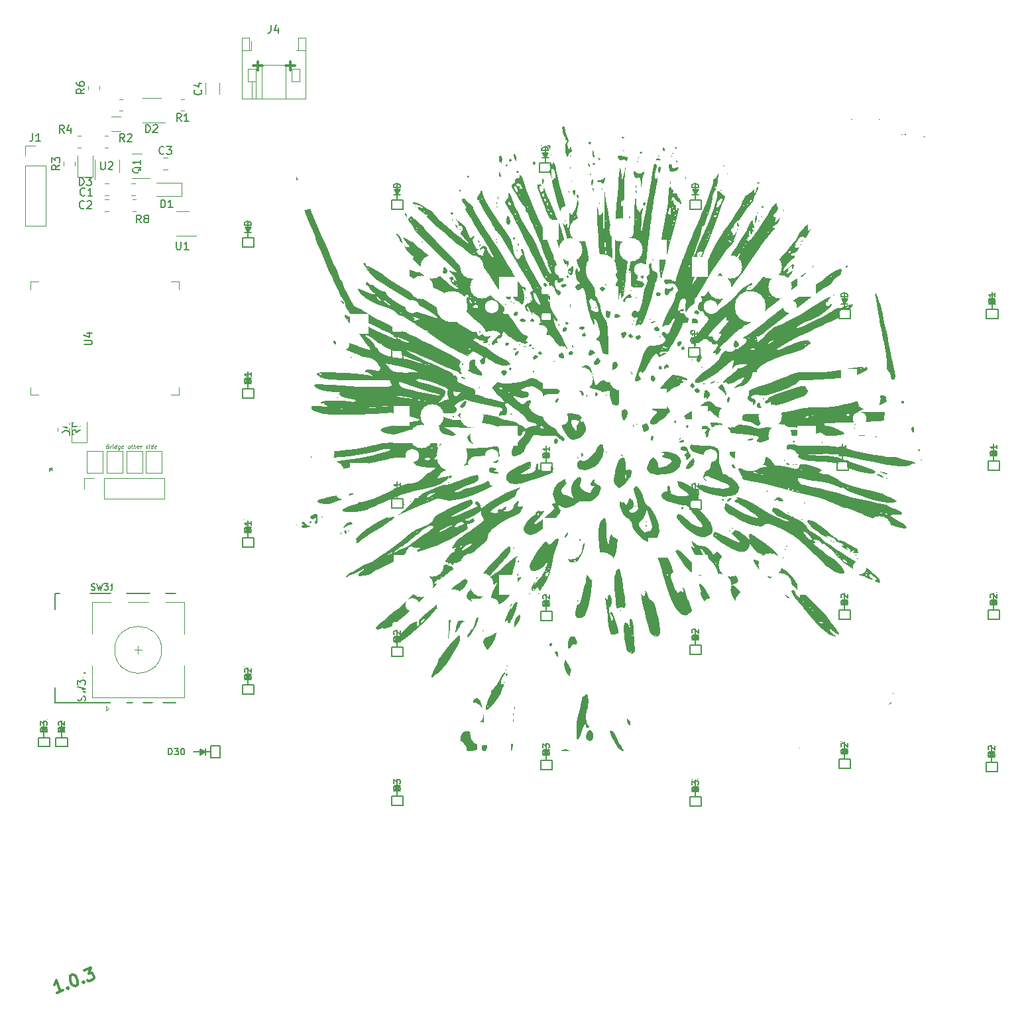
<source format=gto>
G04 #@! TF.GenerationSoftware,KiCad,Pcbnew,7.0.5.1-1-g8f565ef7f0-dirty-deb11*
G04 #@! TF.CreationDate,2023-08-12T11:25:40+00:00*
G04 #@! TF.ProjectId,hakea-fillets,68616b65-612d-4666-996c-6c6574732e6b,1.0.3*
G04 #@! TF.SameCoordinates,Original*
G04 #@! TF.FileFunction,Legend,Top*
G04 #@! TF.FilePolarity,Positive*
%FSLAX46Y46*%
G04 Gerber Fmt 4.6, Leading zero omitted, Abs format (unit mm)*
G04 Created by KiCad (PCBNEW 7.0.5.1-1-g8f565ef7f0-dirty-deb11) date 2023-08-12 11:25:40*
%MOMM*%
%LPD*%
G01*
G04 APERTURE LIST*
%ADD10C,0.100000*%
%ADD11C,0.300000*%
%ADD12C,0.150000*%
%ADD13C,0.200000*%
%ADD14C,0.152400*%
%ADD15C,0.120000*%
%ADD16C,0.160000*%
%ADD17C,1.750000*%
%ADD18C,3.000000*%
%ADD19C,3.987800*%
%ADD20R,2.150000X2.500000*%
%ADD21R,2.350000X2.500000*%
%ADD22R,0.540000X0.800000*%
%ADD23R,0.300000X0.800000*%
%ADD24O,1.000000X2.200000*%
%ADD25O,1.000000X1.800000*%
%ADD26R,2.000000X2.000000*%
%ADD27C,2.000000*%
%ADD28R,2.000000X3.200000*%
%ADD29R,1.700000X1.700000*%
%ADD30O,1.700000X1.700000*%
%ADD31C,3.500000*%
%ADD32C,1.500000*%
%ADD33C,1.600000*%
%ADD34R,1.400000X1.200000*%
%ADD35R,1.400000X1.000000*%
%ADD36R,0.700000X1.524000*%
%ADD37R,1.524000X0.700000*%
%ADD38R,1.000000X1.000000*%
%ADD39O,1.200000X1.750000*%
G04 APERTURE END LIST*
D10*
X98922658Y-74995804D02*
X98991110Y-75019614D01*
X98991110Y-75019614D02*
X99011943Y-75043423D01*
X99011943Y-75043423D02*
X99029801Y-75091042D01*
X99029801Y-75091042D02*
X99020872Y-75162471D01*
X99020872Y-75162471D02*
X98991110Y-75210090D01*
X98991110Y-75210090D02*
X98964324Y-75233900D01*
X98964324Y-75233900D02*
X98913729Y-75257709D01*
X98913729Y-75257709D02*
X98723253Y-75257709D01*
X98723253Y-75257709D02*
X98785753Y-74757709D01*
X98785753Y-74757709D02*
X98952420Y-74757709D01*
X98952420Y-74757709D02*
X98997062Y-74781519D01*
X98997062Y-74781519D02*
X99017896Y-74805328D01*
X99017896Y-74805328D02*
X99035753Y-74852947D01*
X99035753Y-74852947D02*
X99029801Y-74900566D01*
X99029801Y-74900566D02*
X99000039Y-74948185D01*
X99000039Y-74948185D02*
X98973253Y-74971995D01*
X98973253Y-74971995D02*
X98922658Y-74995804D01*
X98922658Y-74995804D02*
X98755991Y-74995804D01*
X99223253Y-75257709D02*
X99264920Y-74924376D01*
X99253015Y-75019614D02*
X99282777Y-74971995D01*
X99282777Y-74971995D02*
X99309562Y-74948185D01*
X99309562Y-74948185D02*
X99360158Y-74924376D01*
X99360158Y-74924376D02*
X99407777Y-74924376D01*
X99532777Y-75257709D02*
X99574444Y-74924376D01*
X99595277Y-74757709D02*
X99568491Y-74781519D01*
X99568491Y-74781519D02*
X99589325Y-74805328D01*
X99589325Y-74805328D02*
X99616110Y-74781519D01*
X99616110Y-74781519D02*
X99595277Y-74757709D01*
X99595277Y-74757709D02*
X99589325Y-74805328D01*
X99985158Y-75257709D02*
X100047658Y-74757709D01*
X99988134Y-75233900D02*
X99937539Y-75257709D01*
X99937539Y-75257709D02*
X99842301Y-75257709D01*
X99842301Y-75257709D02*
X99797658Y-75233900D01*
X99797658Y-75233900D02*
X99776824Y-75210090D01*
X99776824Y-75210090D02*
X99758967Y-75162471D01*
X99758967Y-75162471D02*
X99776824Y-75019614D01*
X99776824Y-75019614D02*
X99806586Y-74971995D01*
X99806586Y-74971995D02*
X99833372Y-74948185D01*
X99833372Y-74948185D02*
X99883967Y-74924376D01*
X99883967Y-74924376D02*
X99979205Y-74924376D01*
X99979205Y-74924376D02*
X100023848Y-74948185D01*
X100479205Y-74924376D02*
X100428610Y-75329138D01*
X100428610Y-75329138D02*
X100398848Y-75376757D01*
X100398848Y-75376757D02*
X100372062Y-75400566D01*
X100372062Y-75400566D02*
X100321467Y-75424376D01*
X100321467Y-75424376D02*
X100250039Y-75424376D01*
X100250039Y-75424376D02*
X100205396Y-75400566D01*
X100440515Y-75233900D02*
X100389920Y-75257709D01*
X100389920Y-75257709D02*
X100294682Y-75257709D01*
X100294682Y-75257709D02*
X100250039Y-75233900D01*
X100250039Y-75233900D02*
X100229205Y-75210090D01*
X100229205Y-75210090D02*
X100211348Y-75162471D01*
X100211348Y-75162471D02*
X100229205Y-75019614D01*
X100229205Y-75019614D02*
X100258967Y-74971995D01*
X100258967Y-74971995D02*
X100285753Y-74948185D01*
X100285753Y-74948185D02*
X100336348Y-74924376D01*
X100336348Y-74924376D02*
X100431586Y-74924376D01*
X100431586Y-74924376D02*
X100476229Y-74948185D01*
X100869086Y-75233900D02*
X100818491Y-75257709D01*
X100818491Y-75257709D02*
X100723253Y-75257709D01*
X100723253Y-75257709D02*
X100678610Y-75233900D01*
X100678610Y-75233900D02*
X100660753Y-75186280D01*
X100660753Y-75186280D02*
X100684563Y-74995804D01*
X100684563Y-74995804D02*
X100714324Y-74948185D01*
X100714324Y-74948185D02*
X100764920Y-74924376D01*
X100764920Y-74924376D02*
X100860158Y-74924376D01*
X100860158Y-74924376D02*
X100904801Y-74948185D01*
X100904801Y-74948185D02*
X100922658Y-74995804D01*
X100922658Y-74995804D02*
X100916705Y-75043423D01*
X100916705Y-75043423D02*
X100672658Y-75091042D01*
X101556586Y-75257709D02*
X101511943Y-75233900D01*
X101511943Y-75233900D02*
X101491109Y-75210090D01*
X101491109Y-75210090D02*
X101473252Y-75162471D01*
X101473252Y-75162471D02*
X101491109Y-75019614D01*
X101491109Y-75019614D02*
X101520871Y-74971995D01*
X101520871Y-74971995D02*
X101547657Y-74948185D01*
X101547657Y-74948185D02*
X101598252Y-74924376D01*
X101598252Y-74924376D02*
X101669681Y-74924376D01*
X101669681Y-74924376D02*
X101714324Y-74948185D01*
X101714324Y-74948185D02*
X101735157Y-74971995D01*
X101735157Y-74971995D02*
X101753014Y-75019614D01*
X101753014Y-75019614D02*
X101735157Y-75162471D01*
X101735157Y-75162471D02*
X101705395Y-75210090D01*
X101705395Y-75210090D02*
X101678609Y-75233900D01*
X101678609Y-75233900D02*
X101628014Y-75257709D01*
X101628014Y-75257709D02*
X101556586Y-75257709D01*
X101907776Y-74924376D02*
X102098252Y-74924376D01*
X102000038Y-74757709D02*
X101946467Y-75186280D01*
X101946467Y-75186280D02*
X101964324Y-75233900D01*
X101964324Y-75233900D02*
X102008967Y-75257709D01*
X102008967Y-75257709D02*
X102056586Y-75257709D01*
X102223252Y-75257709D02*
X102285752Y-74757709D01*
X102437538Y-75257709D02*
X102470276Y-74995804D01*
X102470276Y-74995804D02*
X102452419Y-74948185D01*
X102452419Y-74948185D02*
X102407776Y-74924376D01*
X102407776Y-74924376D02*
X102336347Y-74924376D01*
X102336347Y-74924376D02*
X102285752Y-74948185D01*
X102285752Y-74948185D02*
X102258966Y-74971995D01*
X102869085Y-75233900D02*
X102818490Y-75257709D01*
X102818490Y-75257709D02*
X102723252Y-75257709D01*
X102723252Y-75257709D02*
X102678609Y-75233900D01*
X102678609Y-75233900D02*
X102660752Y-75186280D01*
X102660752Y-75186280D02*
X102684562Y-74995804D01*
X102684562Y-74995804D02*
X102714323Y-74948185D01*
X102714323Y-74948185D02*
X102764919Y-74924376D01*
X102764919Y-74924376D02*
X102860157Y-74924376D01*
X102860157Y-74924376D02*
X102904800Y-74948185D01*
X102904800Y-74948185D02*
X102922657Y-74995804D01*
X102922657Y-74995804D02*
X102916704Y-75043423D01*
X102916704Y-75043423D02*
X102672657Y-75091042D01*
X103104204Y-75257709D02*
X103145871Y-74924376D01*
X103133966Y-75019614D02*
X103163728Y-74971995D01*
X103163728Y-74971995D02*
X103190513Y-74948185D01*
X103190513Y-74948185D02*
X103241109Y-74924376D01*
X103241109Y-74924376D02*
X103288728Y-74924376D01*
X103773847Y-75233900D02*
X103818489Y-75257709D01*
X103818489Y-75257709D02*
X103913728Y-75257709D01*
X103913728Y-75257709D02*
X103964323Y-75233900D01*
X103964323Y-75233900D02*
X103994085Y-75186280D01*
X103994085Y-75186280D02*
X103997061Y-75162471D01*
X103997061Y-75162471D02*
X103979204Y-75114852D01*
X103979204Y-75114852D02*
X103934561Y-75091042D01*
X103934561Y-75091042D02*
X103863132Y-75091042D01*
X103863132Y-75091042D02*
X103818489Y-75067233D01*
X103818489Y-75067233D02*
X103800632Y-75019614D01*
X103800632Y-75019614D02*
X103803609Y-74995804D01*
X103803609Y-74995804D02*
X103833370Y-74948185D01*
X103833370Y-74948185D02*
X103883966Y-74924376D01*
X103883966Y-74924376D02*
X103955394Y-74924376D01*
X103955394Y-74924376D02*
X104000037Y-74948185D01*
X104199442Y-75257709D02*
X104241109Y-74924376D01*
X104261942Y-74757709D02*
X104235156Y-74781519D01*
X104235156Y-74781519D02*
X104255990Y-74805328D01*
X104255990Y-74805328D02*
X104282775Y-74781519D01*
X104282775Y-74781519D02*
X104261942Y-74757709D01*
X104261942Y-74757709D02*
X104255990Y-74805328D01*
X104651823Y-75257709D02*
X104714323Y-74757709D01*
X104654799Y-75233900D02*
X104604204Y-75257709D01*
X104604204Y-75257709D02*
X104508966Y-75257709D01*
X104508966Y-75257709D02*
X104464323Y-75233900D01*
X104464323Y-75233900D02*
X104443489Y-75210090D01*
X104443489Y-75210090D02*
X104425632Y-75162471D01*
X104425632Y-75162471D02*
X104443489Y-75019614D01*
X104443489Y-75019614D02*
X104473251Y-74971995D01*
X104473251Y-74971995D02*
X104500037Y-74948185D01*
X104500037Y-74948185D02*
X104550632Y-74924376D01*
X104550632Y-74924376D02*
X104645870Y-74924376D01*
X104645870Y-74924376D02*
X104690513Y-74948185D01*
X105083370Y-75233900D02*
X105032775Y-75257709D01*
X105032775Y-75257709D02*
X104937537Y-75257709D01*
X104937537Y-75257709D02*
X104892894Y-75233900D01*
X104892894Y-75233900D02*
X104875037Y-75186280D01*
X104875037Y-75186280D02*
X104898847Y-74995804D01*
X104898847Y-74995804D02*
X104928608Y-74948185D01*
X104928608Y-74948185D02*
X104979204Y-74924376D01*
X104979204Y-74924376D02*
X105074442Y-74924376D01*
X105074442Y-74924376D02*
X105119085Y-74948185D01*
X105119085Y-74948185D02*
X105136942Y-74995804D01*
X105136942Y-74995804D02*
X105130989Y-75043423D01*
X105130989Y-75043423D02*
X104886942Y-75091042D01*
D11*
X93236101Y-144530540D02*
X92430650Y-144823700D01*
X92833375Y-144677120D02*
X92320345Y-143267581D01*
X92320345Y-143267581D02*
X92259393Y-143517804D01*
X92259393Y-143517804D02*
X92174012Y-143700905D01*
X92174012Y-143700905D02*
X92064200Y-143816886D01*
X93791328Y-144176428D02*
X93882879Y-144219119D01*
X93882879Y-144219119D02*
X93840188Y-144310670D01*
X93840188Y-144310670D02*
X93748638Y-144267979D01*
X93748638Y-144267979D02*
X93791328Y-144176428D01*
X93791328Y-144176428D02*
X93840188Y-144310670D01*
X94266851Y-142559111D02*
X94401093Y-142510251D01*
X94401093Y-142510251D02*
X94559765Y-142528512D01*
X94559765Y-142528512D02*
X94651316Y-142571202D01*
X94651316Y-142571202D02*
X94767297Y-142681014D01*
X94767297Y-142681014D02*
X94932137Y-142925068D01*
X94932137Y-142925068D02*
X95054288Y-143260672D01*
X95054288Y-143260672D02*
X95084887Y-143553586D01*
X95084887Y-143553586D02*
X95066626Y-143712258D01*
X95066626Y-143712258D02*
X95023935Y-143803809D01*
X95023935Y-143803809D02*
X94914123Y-143919790D01*
X94914123Y-143919790D02*
X94779881Y-143968650D01*
X94779881Y-143968650D02*
X94621209Y-143950389D01*
X94621209Y-143950389D02*
X94529659Y-143907698D01*
X94529659Y-143907698D02*
X94413678Y-143797886D01*
X94413678Y-143797886D02*
X94248837Y-143553832D01*
X94248837Y-143553832D02*
X94126687Y-143218228D01*
X94126687Y-143218228D02*
X94096088Y-142925314D01*
X94096088Y-142925314D02*
X94114348Y-142766643D01*
X94114348Y-142766643D02*
X94157039Y-142675092D01*
X94157039Y-142675092D02*
X94266851Y-142559111D01*
X95804955Y-143443528D02*
X95896506Y-143486219D01*
X95896506Y-143486219D02*
X95853815Y-143577770D01*
X95853815Y-143577770D02*
X95762264Y-143535079D01*
X95762264Y-143535079D02*
X95804955Y-143443528D01*
X95804955Y-143443528D02*
X95853815Y-143577770D01*
X95877753Y-141972790D02*
X96750324Y-141655200D01*
X96750324Y-141655200D02*
X96475918Y-142363178D01*
X96475918Y-142363178D02*
X96677281Y-142289888D01*
X96677281Y-142289888D02*
X96835953Y-142308148D01*
X96835953Y-142308148D02*
X96927504Y-142350839D01*
X96927504Y-142350839D02*
X97043484Y-142460651D01*
X97043484Y-142460651D02*
X97165634Y-142796256D01*
X97165634Y-142796256D02*
X97147374Y-142954927D01*
X97147374Y-142954927D02*
X97104683Y-143046478D01*
X97104683Y-143046478D02*
X96994871Y-143162459D01*
X96994871Y-143162459D02*
X96592146Y-143309039D01*
X96592146Y-143309039D02*
X96433474Y-143290779D01*
X96433474Y-143290779D02*
X96341923Y-143248088D01*
X122810257Y-26345100D02*
X121667400Y-26345100D01*
X122238828Y-26916528D02*
X122238828Y-25773671D01*
X118667400Y-26345100D02*
X117524543Y-26345100D01*
X118095971Y-26916528D02*
X118095971Y-25773671D01*
D12*
X95934419Y-29302766D02*
X95458228Y-29636099D01*
X95934419Y-29874194D02*
X94934419Y-29874194D01*
X94934419Y-29874194D02*
X94934419Y-29493242D01*
X94934419Y-29493242D02*
X94982038Y-29398004D01*
X94982038Y-29398004D02*
X95029657Y-29350385D01*
X95029657Y-29350385D02*
X95124895Y-29302766D01*
X95124895Y-29302766D02*
X95267752Y-29302766D01*
X95267752Y-29302766D02*
X95362990Y-29350385D01*
X95362990Y-29350385D02*
X95410609Y-29398004D01*
X95410609Y-29398004D02*
X95458228Y-29493242D01*
X95458228Y-29493242D02*
X95458228Y-29874194D01*
X94934419Y-28445623D02*
X94934419Y-28636099D01*
X94934419Y-28636099D02*
X94982038Y-28731337D01*
X94982038Y-28731337D02*
X95029657Y-28778956D01*
X95029657Y-28778956D02*
X95172514Y-28874194D01*
X95172514Y-28874194D02*
X95362990Y-28921813D01*
X95362990Y-28921813D02*
X95743942Y-28921813D01*
X95743942Y-28921813D02*
X95839180Y-28874194D01*
X95839180Y-28874194D02*
X95886800Y-28826575D01*
X95886800Y-28826575D02*
X95934419Y-28731337D01*
X95934419Y-28731337D02*
X95934419Y-28540861D01*
X95934419Y-28540861D02*
X95886800Y-28445623D01*
X95886800Y-28445623D02*
X95839180Y-28398004D01*
X95839180Y-28398004D02*
X95743942Y-28350385D01*
X95743942Y-28350385D02*
X95505847Y-28350385D01*
X95505847Y-28350385D02*
X95410609Y-28398004D01*
X95410609Y-28398004D02*
X95362990Y-28445623D01*
X95362990Y-28445623D02*
X95315371Y-28540861D01*
X95315371Y-28540861D02*
X95315371Y-28731337D01*
X95315371Y-28731337D02*
X95362990Y-28826575D01*
X95362990Y-28826575D02*
X95410609Y-28874194D01*
X95410609Y-28874194D02*
X95505847Y-28921813D01*
X106106933Y-37571580D02*
X106059314Y-37619200D01*
X106059314Y-37619200D02*
X105916457Y-37666819D01*
X105916457Y-37666819D02*
X105821219Y-37666819D01*
X105821219Y-37666819D02*
X105678362Y-37619200D01*
X105678362Y-37619200D02*
X105583124Y-37523961D01*
X105583124Y-37523961D02*
X105535505Y-37428723D01*
X105535505Y-37428723D02*
X105487886Y-37238247D01*
X105487886Y-37238247D02*
X105487886Y-37095390D01*
X105487886Y-37095390D02*
X105535505Y-36904914D01*
X105535505Y-36904914D02*
X105583124Y-36809676D01*
X105583124Y-36809676D02*
X105678362Y-36714438D01*
X105678362Y-36714438D02*
X105821219Y-36666819D01*
X105821219Y-36666819D02*
X105916457Y-36666819D01*
X105916457Y-36666819D02*
X106059314Y-36714438D01*
X106059314Y-36714438D02*
X106106933Y-36762057D01*
X106440267Y-36666819D02*
X107059314Y-36666819D01*
X107059314Y-36666819D02*
X106725981Y-37047771D01*
X106725981Y-37047771D02*
X106868838Y-37047771D01*
X106868838Y-37047771D02*
X106964076Y-37095390D01*
X106964076Y-37095390D02*
X107011695Y-37143009D01*
X107011695Y-37143009D02*
X107059314Y-37238247D01*
X107059314Y-37238247D02*
X107059314Y-37476342D01*
X107059314Y-37476342D02*
X107011695Y-37571580D01*
X107011695Y-37571580D02*
X106964076Y-37619200D01*
X106964076Y-37619200D02*
X106868838Y-37666819D01*
X106868838Y-37666819D02*
X106583124Y-37666819D01*
X106583124Y-37666819D02*
X106487886Y-37619200D01*
X106487886Y-37619200D02*
X106440267Y-37571580D01*
X107696095Y-48836819D02*
X107696095Y-49646342D01*
X107696095Y-49646342D02*
X107743714Y-49741580D01*
X107743714Y-49741580D02*
X107791333Y-49789200D01*
X107791333Y-49789200D02*
X107886571Y-49836819D01*
X107886571Y-49836819D02*
X108077047Y-49836819D01*
X108077047Y-49836819D02*
X108172285Y-49789200D01*
X108172285Y-49789200D02*
X108219904Y-49741580D01*
X108219904Y-49741580D02*
X108267523Y-49646342D01*
X108267523Y-49646342D02*
X108267523Y-48836819D01*
X109267523Y-49836819D02*
X108696095Y-49836819D01*
X108981809Y-49836819D02*
X108981809Y-48836819D01*
X108981809Y-48836819D02*
X108886571Y-48979676D01*
X108886571Y-48979676D02*
X108791333Y-49074914D01*
X108791333Y-49074914D02*
X108696095Y-49122533D01*
X96011800Y-107518323D02*
X96059419Y-107375466D01*
X96059419Y-107375466D02*
X96059419Y-107137371D01*
X96059419Y-107137371D02*
X96011800Y-107042133D01*
X96011800Y-107042133D02*
X95964180Y-106994514D01*
X95964180Y-106994514D02*
X95868942Y-106946895D01*
X95868942Y-106946895D02*
X95773704Y-106946895D01*
X95773704Y-106946895D02*
X95678466Y-106994514D01*
X95678466Y-106994514D02*
X95630847Y-107042133D01*
X95630847Y-107042133D02*
X95583228Y-107137371D01*
X95583228Y-107137371D02*
X95535609Y-107327847D01*
X95535609Y-107327847D02*
X95487990Y-107423085D01*
X95487990Y-107423085D02*
X95440371Y-107470704D01*
X95440371Y-107470704D02*
X95345133Y-107518323D01*
X95345133Y-107518323D02*
X95249895Y-107518323D01*
X95249895Y-107518323D02*
X95154657Y-107470704D01*
X95154657Y-107470704D02*
X95107038Y-107423085D01*
X95107038Y-107423085D02*
X95059419Y-107327847D01*
X95059419Y-107327847D02*
X95059419Y-107089752D01*
X95059419Y-107089752D02*
X95107038Y-106946895D01*
X95059419Y-106613561D02*
X96059419Y-106375466D01*
X96059419Y-106375466D02*
X95345133Y-106184990D01*
X95345133Y-106184990D02*
X96059419Y-105994514D01*
X96059419Y-105994514D02*
X95059419Y-105756419D01*
X95059419Y-105470704D02*
X95059419Y-104851657D01*
X95059419Y-104851657D02*
X95440371Y-105184990D01*
X95440371Y-105184990D02*
X95440371Y-105042133D01*
X95440371Y-105042133D02*
X95487990Y-104946895D01*
X95487990Y-104946895D02*
X95535609Y-104899276D01*
X95535609Y-104899276D02*
X95630847Y-104851657D01*
X95630847Y-104851657D02*
X95868942Y-104851657D01*
X95868942Y-104851657D02*
X95964180Y-104899276D01*
X95964180Y-104899276D02*
X96011800Y-104946895D01*
X96011800Y-104946895D02*
X96059419Y-105042133D01*
X96059419Y-105042133D02*
X96059419Y-105327847D01*
X96059419Y-105327847D02*
X96011800Y-105423085D01*
X96011800Y-105423085D02*
X95964180Y-105470704D01*
X95392752Y-103994514D02*
X96059419Y-103994514D01*
X95011800Y-104232609D02*
X95726085Y-104470704D01*
X95726085Y-104470704D02*
X95726085Y-103851657D01*
X103185933Y-46428819D02*
X102852600Y-45952628D01*
X102614505Y-46428819D02*
X102614505Y-45428819D01*
X102614505Y-45428819D02*
X102995457Y-45428819D01*
X102995457Y-45428819D02*
X103090695Y-45476438D01*
X103090695Y-45476438D02*
X103138314Y-45524057D01*
X103138314Y-45524057D02*
X103185933Y-45619295D01*
X103185933Y-45619295D02*
X103185933Y-45762152D01*
X103185933Y-45762152D02*
X103138314Y-45857390D01*
X103138314Y-45857390D02*
X103090695Y-45905009D01*
X103090695Y-45905009D02*
X102995457Y-45952628D01*
X102995457Y-45952628D02*
X102614505Y-45952628D01*
X103757362Y-45857390D02*
X103662124Y-45809771D01*
X103662124Y-45809771D02*
X103614505Y-45762152D01*
X103614505Y-45762152D02*
X103566886Y-45666914D01*
X103566886Y-45666914D02*
X103566886Y-45619295D01*
X103566886Y-45619295D02*
X103614505Y-45524057D01*
X103614505Y-45524057D02*
X103662124Y-45476438D01*
X103662124Y-45476438D02*
X103757362Y-45428819D01*
X103757362Y-45428819D02*
X103947838Y-45428819D01*
X103947838Y-45428819D02*
X104043076Y-45476438D01*
X104043076Y-45476438D02*
X104090695Y-45524057D01*
X104090695Y-45524057D02*
X104138314Y-45619295D01*
X104138314Y-45619295D02*
X104138314Y-45666914D01*
X104138314Y-45666914D02*
X104090695Y-45762152D01*
X104090695Y-45762152D02*
X104043076Y-45809771D01*
X104043076Y-45809771D02*
X103947838Y-45857390D01*
X103947838Y-45857390D02*
X103757362Y-45857390D01*
X103757362Y-45857390D02*
X103662124Y-45905009D01*
X103662124Y-45905009D02*
X103614505Y-45952628D01*
X103614505Y-45952628D02*
X103566886Y-46047866D01*
X103566886Y-46047866D02*
X103566886Y-46238342D01*
X103566886Y-46238342D02*
X103614505Y-46333580D01*
X103614505Y-46333580D02*
X103662124Y-46381200D01*
X103662124Y-46381200D02*
X103757362Y-46428819D01*
X103757362Y-46428819D02*
X103947838Y-46428819D01*
X103947838Y-46428819D02*
X104043076Y-46381200D01*
X104043076Y-46381200D02*
X104090695Y-46333580D01*
X104090695Y-46333580D02*
X104138314Y-46238342D01*
X104138314Y-46238342D02*
X104138314Y-46047866D01*
X104138314Y-46047866D02*
X104090695Y-45952628D01*
X104090695Y-45952628D02*
X104043076Y-45905009D01*
X104043076Y-45905009D02*
X103947838Y-45857390D01*
X91382819Y-77916599D02*
X91620914Y-77916599D01*
X91525676Y-78154694D02*
X91620914Y-77916599D01*
X91620914Y-77916599D02*
X91525676Y-77678504D01*
X91811390Y-78059456D02*
X91620914Y-77916599D01*
X91620914Y-77916599D02*
X91811390Y-77773742D01*
X95374619Y-72886866D02*
X94898428Y-73220199D01*
X95374619Y-73458294D02*
X94374619Y-73458294D01*
X94374619Y-73458294D02*
X94374619Y-73077342D01*
X94374619Y-73077342D02*
X94422238Y-72982104D01*
X94422238Y-72982104D02*
X94469857Y-72934485D01*
X94469857Y-72934485D02*
X94565095Y-72886866D01*
X94565095Y-72886866D02*
X94707952Y-72886866D01*
X94707952Y-72886866D02*
X94803190Y-72934485D01*
X94803190Y-72934485D02*
X94850809Y-72982104D01*
X94850809Y-72982104D02*
X94898428Y-73077342D01*
X94898428Y-73077342D02*
X94898428Y-73458294D01*
X95374619Y-72410675D02*
X95374619Y-72220199D01*
X95374619Y-72220199D02*
X95327000Y-72124961D01*
X95327000Y-72124961D02*
X95279380Y-72077342D01*
X95279380Y-72077342D02*
X95136523Y-71982104D01*
X95136523Y-71982104D02*
X94946047Y-71934485D01*
X94946047Y-71934485D02*
X94565095Y-71934485D01*
X94565095Y-71934485D02*
X94469857Y-71982104D01*
X94469857Y-71982104D02*
X94422238Y-72029723D01*
X94422238Y-72029723D02*
X94374619Y-72124961D01*
X94374619Y-72124961D02*
X94374619Y-72315437D01*
X94374619Y-72315437D02*
X94422238Y-72410675D01*
X94422238Y-72410675D02*
X94469857Y-72458294D01*
X94469857Y-72458294D02*
X94565095Y-72505913D01*
X94565095Y-72505913D02*
X94803190Y-72505913D01*
X94803190Y-72505913D02*
X94898428Y-72458294D01*
X94898428Y-72458294D02*
X94946047Y-72410675D01*
X94946047Y-72410675D02*
X94993666Y-72315437D01*
X94993666Y-72315437D02*
X94993666Y-72124961D01*
X94993666Y-72124961D02*
X94946047Y-72029723D01*
X94946047Y-72029723D02*
X94898428Y-71982104D01*
X94898428Y-71982104D02*
X94803190Y-71934485D01*
X108314833Y-33448419D02*
X107981500Y-32972228D01*
X107743405Y-33448419D02*
X107743405Y-32448419D01*
X107743405Y-32448419D02*
X108124357Y-32448419D01*
X108124357Y-32448419D02*
X108219595Y-32496038D01*
X108219595Y-32496038D02*
X108267214Y-32543657D01*
X108267214Y-32543657D02*
X108314833Y-32638895D01*
X108314833Y-32638895D02*
X108314833Y-32781752D01*
X108314833Y-32781752D02*
X108267214Y-32876990D01*
X108267214Y-32876990D02*
X108219595Y-32924609D01*
X108219595Y-32924609D02*
X108124357Y-32972228D01*
X108124357Y-32972228D02*
X107743405Y-32972228D01*
X109267214Y-33448419D02*
X108695786Y-33448419D01*
X108981500Y-33448419D02*
X108981500Y-32448419D01*
X108981500Y-32448419D02*
X108886262Y-32591276D01*
X108886262Y-32591276D02*
X108791024Y-32686514D01*
X108791024Y-32686514D02*
X108695786Y-32734133D01*
X95299305Y-41628219D02*
X95299305Y-40628219D01*
X95299305Y-40628219D02*
X95537400Y-40628219D01*
X95537400Y-40628219D02*
X95680257Y-40675838D01*
X95680257Y-40675838D02*
X95775495Y-40771076D01*
X95775495Y-40771076D02*
X95823114Y-40866314D01*
X95823114Y-40866314D02*
X95870733Y-41056790D01*
X95870733Y-41056790D02*
X95870733Y-41199647D01*
X95870733Y-41199647D02*
X95823114Y-41390123D01*
X95823114Y-41390123D02*
X95775495Y-41485361D01*
X95775495Y-41485361D02*
X95680257Y-41580600D01*
X95680257Y-41580600D02*
X95537400Y-41628219D01*
X95537400Y-41628219D02*
X95299305Y-41628219D01*
X96204067Y-40628219D02*
X96823114Y-40628219D01*
X96823114Y-40628219D02*
X96489781Y-41009171D01*
X96489781Y-41009171D02*
X96632638Y-41009171D01*
X96632638Y-41009171D02*
X96727876Y-41056790D01*
X96727876Y-41056790D02*
X96775495Y-41104409D01*
X96775495Y-41104409D02*
X96823114Y-41199647D01*
X96823114Y-41199647D02*
X96823114Y-41437742D01*
X96823114Y-41437742D02*
X96775495Y-41532980D01*
X96775495Y-41532980D02*
X96727876Y-41580600D01*
X96727876Y-41580600D02*
X96632638Y-41628219D01*
X96632638Y-41628219D02*
X96346924Y-41628219D01*
X96346924Y-41628219D02*
X96251686Y-41580600D01*
X96251686Y-41580600D02*
X96204067Y-41532980D01*
X95896133Y-44530180D02*
X95848514Y-44577800D01*
X95848514Y-44577800D02*
X95705657Y-44625419D01*
X95705657Y-44625419D02*
X95610419Y-44625419D01*
X95610419Y-44625419D02*
X95467562Y-44577800D01*
X95467562Y-44577800D02*
X95372324Y-44482561D01*
X95372324Y-44482561D02*
X95324705Y-44387323D01*
X95324705Y-44387323D02*
X95277086Y-44196847D01*
X95277086Y-44196847D02*
X95277086Y-44053990D01*
X95277086Y-44053990D02*
X95324705Y-43863514D01*
X95324705Y-43863514D02*
X95372324Y-43768276D01*
X95372324Y-43768276D02*
X95467562Y-43673038D01*
X95467562Y-43673038D02*
X95610419Y-43625419D01*
X95610419Y-43625419D02*
X95705657Y-43625419D01*
X95705657Y-43625419D02*
X95848514Y-43673038D01*
X95848514Y-43673038D02*
X95896133Y-43720657D01*
X96277086Y-43720657D02*
X96324705Y-43673038D01*
X96324705Y-43673038D02*
X96419943Y-43625419D01*
X96419943Y-43625419D02*
X96658038Y-43625419D01*
X96658038Y-43625419D02*
X96753276Y-43673038D01*
X96753276Y-43673038D02*
X96800895Y-43720657D01*
X96800895Y-43720657D02*
X96848514Y-43815895D01*
X96848514Y-43815895D02*
X96848514Y-43911133D01*
X96848514Y-43911133D02*
X96800895Y-44053990D01*
X96800895Y-44053990D02*
X96229467Y-44625419D01*
X96229467Y-44625419D02*
X96848514Y-44625419D01*
D13*
X96835080Y-93318500D02*
X96949366Y-93356595D01*
X96949366Y-93356595D02*
X97139842Y-93356595D01*
X97139842Y-93356595D02*
X97216033Y-93318500D01*
X97216033Y-93318500D02*
X97254128Y-93280404D01*
X97254128Y-93280404D02*
X97292223Y-93204214D01*
X97292223Y-93204214D02*
X97292223Y-93128023D01*
X97292223Y-93128023D02*
X97254128Y-93051833D01*
X97254128Y-93051833D02*
X97216033Y-93013738D01*
X97216033Y-93013738D02*
X97139842Y-92975642D01*
X97139842Y-92975642D02*
X96987461Y-92937547D01*
X96987461Y-92937547D02*
X96911271Y-92899452D01*
X96911271Y-92899452D02*
X96873176Y-92861357D01*
X96873176Y-92861357D02*
X96835080Y-92785166D01*
X96835080Y-92785166D02*
X96835080Y-92708976D01*
X96835080Y-92708976D02*
X96873176Y-92632785D01*
X96873176Y-92632785D02*
X96911271Y-92594690D01*
X96911271Y-92594690D02*
X96987461Y-92556595D01*
X96987461Y-92556595D02*
X97177938Y-92556595D01*
X97177938Y-92556595D02*
X97292223Y-92594690D01*
X97558890Y-92556595D02*
X97749366Y-93356595D01*
X97749366Y-93356595D02*
X97901747Y-92785166D01*
X97901747Y-92785166D02*
X98054128Y-93356595D01*
X98054128Y-93356595D02*
X98244605Y-92556595D01*
X98473176Y-92556595D02*
X98968414Y-92556595D01*
X98968414Y-92556595D02*
X98701748Y-92861357D01*
X98701748Y-92861357D02*
X98816033Y-92861357D01*
X98816033Y-92861357D02*
X98892224Y-92899452D01*
X98892224Y-92899452D02*
X98930319Y-92937547D01*
X98930319Y-92937547D02*
X98968414Y-93013738D01*
X98968414Y-93013738D02*
X98968414Y-93204214D01*
X98968414Y-93204214D02*
X98930319Y-93280404D01*
X98930319Y-93280404D02*
X98892224Y-93318500D01*
X98892224Y-93318500D02*
X98816033Y-93356595D01*
X98816033Y-93356595D02*
X98587462Y-93356595D01*
X98587462Y-93356595D02*
X98511271Y-93318500D01*
X98511271Y-93318500D02*
X98473176Y-93280404D01*
X99730319Y-93356595D02*
X99273176Y-93356595D01*
X99501748Y-93356595D02*
X99501748Y-92556595D01*
X99501748Y-92556595D02*
X99425557Y-92670880D01*
X99425557Y-92670880D02*
X99349367Y-92747071D01*
X99349367Y-92747071D02*
X99273176Y-92785166D01*
D12*
X94080219Y-73587594D02*
X93080219Y-73587594D01*
X93080219Y-73587594D02*
X93080219Y-73349499D01*
X93080219Y-73349499D02*
X93127838Y-73206642D01*
X93127838Y-73206642D02*
X93223076Y-73111404D01*
X93223076Y-73111404D02*
X93318314Y-73063785D01*
X93318314Y-73063785D02*
X93508790Y-73016166D01*
X93508790Y-73016166D02*
X93651647Y-73016166D01*
X93651647Y-73016166D02*
X93842123Y-73063785D01*
X93842123Y-73063785D02*
X93937361Y-73111404D01*
X93937361Y-73111404D02*
X94032600Y-73206642D01*
X94032600Y-73206642D02*
X94080219Y-73349499D01*
X94080219Y-73349499D02*
X94080219Y-73587594D01*
X93413552Y-72159023D02*
X94080219Y-72159023D01*
X93032600Y-72397118D02*
X93746885Y-72635213D01*
X93746885Y-72635213D02*
X93746885Y-72016166D01*
X103762905Y-34889619D02*
X103762905Y-33889619D01*
X103762905Y-33889619D02*
X104001000Y-33889619D01*
X104001000Y-33889619D02*
X104143857Y-33937238D01*
X104143857Y-33937238D02*
X104239095Y-34032476D01*
X104239095Y-34032476D02*
X104286714Y-34127714D01*
X104286714Y-34127714D02*
X104334333Y-34318190D01*
X104334333Y-34318190D02*
X104334333Y-34461047D01*
X104334333Y-34461047D02*
X104286714Y-34651523D01*
X104286714Y-34651523D02*
X104239095Y-34746761D01*
X104239095Y-34746761D02*
X104143857Y-34842000D01*
X104143857Y-34842000D02*
X104001000Y-34889619D01*
X104001000Y-34889619D02*
X103762905Y-34889619D01*
X104715286Y-33984857D02*
X104762905Y-33937238D01*
X104762905Y-33937238D02*
X104858143Y-33889619D01*
X104858143Y-33889619D02*
X105096238Y-33889619D01*
X105096238Y-33889619D02*
X105191476Y-33937238D01*
X105191476Y-33937238D02*
X105239095Y-33984857D01*
X105239095Y-33984857D02*
X105286714Y-34080095D01*
X105286714Y-34080095D02*
X105286714Y-34175333D01*
X105286714Y-34175333D02*
X105239095Y-34318190D01*
X105239095Y-34318190D02*
X104667667Y-34889619D01*
X104667667Y-34889619D02*
X105286714Y-34889619D01*
X89328666Y-34980819D02*
X89328666Y-35695104D01*
X89328666Y-35695104D02*
X89281047Y-35837961D01*
X89281047Y-35837961D02*
X89185809Y-35933200D01*
X89185809Y-35933200D02*
X89042952Y-35980819D01*
X89042952Y-35980819D02*
X88947714Y-35980819D01*
X90328666Y-35980819D02*
X89757238Y-35980819D01*
X90042952Y-35980819D02*
X90042952Y-34980819D01*
X90042952Y-34980819D02*
X89947714Y-35123676D01*
X89947714Y-35123676D02*
X89852476Y-35218914D01*
X89852476Y-35218914D02*
X89757238Y-35266533D01*
X103191457Y-39287438D02*
X103143838Y-39382676D01*
X103143838Y-39382676D02*
X103048600Y-39477914D01*
X103048600Y-39477914D02*
X102905742Y-39620771D01*
X102905742Y-39620771D02*
X102858123Y-39716009D01*
X102858123Y-39716009D02*
X102858123Y-39811247D01*
X103096219Y-39763628D02*
X103048600Y-39858866D01*
X103048600Y-39858866D02*
X102953361Y-39954104D01*
X102953361Y-39954104D02*
X102762885Y-40001723D01*
X102762885Y-40001723D02*
X102429552Y-40001723D01*
X102429552Y-40001723D02*
X102239076Y-39954104D01*
X102239076Y-39954104D02*
X102143838Y-39858866D01*
X102143838Y-39858866D02*
X102096219Y-39763628D01*
X102096219Y-39763628D02*
X102096219Y-39573152D01*
X102096219Y-39573152D02*
X102143838Y-39477914D01*
X102143838Y-39477914D02*
X102239076Y-39382676D01*
X102239076Y-39382676D02*
X102429552Y-39335057D01*
X102429552Y-39335057D02*
X102762885Y-39335057D01*
X102762885Y-39335057D02*
X102953361Y-39382676D01*
X102953361Y-39382676D02*
X103048600Y-39477914D01*
X103048600Y-39477914D02*
X103096219Y-39573152D01*
X103096219Y-39573152D02*
X103096219Y-39763628D01*
X103096219Y-38382676D02*
X103096219Y-38954104D01*
X103096219Y-38668390D02*
X102096219Y-38668390D01*
X102096219Y-38668390D02*
X102239076Y-38763628D01*
X102239076Y-38763628D02*
X102334314Y-38858866D01*
X102334314Y-38858866D02*
X102381933Y-38954104D01*
X95898619Y-62001304D02*
X96708142Y-62001304D01*
X96708142Y-62001304D02*
X96803380Y-61953685D01*
X96803380Y-61953685D02*
X96851000Y-61906066D01*
X96851000Y-61906066D02*
X96898619Y-61810828D01*
X96898619Y-61810828D02*
X96898619Y-61620352D01*
X96898619Y-61620352D02*
X96851000Y-61525114D01*
X96851000Y-61525114D02*
X96803380Y-61477495D01*
X96803380Y-61477495D02*
X96708142Y-61429876D01*
X96708142Y-61429876D02*
X95898619Y-61429876D01*
X96231952Y-60525114D02*
X96898619Y-60525114D01*
X95851000Y-60763209D02*
X96565285Y-61001304D01*
X96565285Y-61001304D02*
X96565285Y-60382257D01*
X110832980Y-29427466D02*
X110880600Y-29475085D01*
X110880600Y-29475085D02*
X110928219Y-29617942D01*
X110928219Y-29617942D02*
X110928219Y-29713180D01*
X110928219Y-29713180D02*
X110880600Y-29856037D01*
X110880600Y-29856037D02*
X110785361Y-29951275D01*
X110785361Y-29951275D02*
X110690123Y-29998894D01*
X110690123Y-29998894D02*
X110499647Y-30046513D01*
X110499647Y-30046513D02*
X110356790Y-30046513D01*
X110356790Y-30046513D02*
X110166314Y-29998894D01*
X110166314Y-29998894D02*
X110071076Y-29951275D01*
X110071076Y-29951275D02*
X109975838Y-29856037D01*
X109975838Y-29856037D02*
X109928219Y-29713180D01*
X109928219Y-29713180D02*
X109928219Y-29617942D01*
X109928219Y-29617942D02*
X109975838Y-29475085D01*
X109975838Y-29475085D02*
X110023457Y-29427466D01*
X110261552Y-28570323D02*
X110928219Y-28570323D01*
X109880600Y-28808418D02*
X110594885Y-29046513D01*
X110594885Y-29046513D02*
X110594885Y-28427466D01*
X101052333Y-36040219D02*
X100719000Y-35564028D01*
X100480905Y-36040219D02*
X100480905Y-35040219D01*
X100480905Y-35040219D02*
X100861857Y-35040219D01*
X100861857Y-35040219D02*
X100957095Y-35087838D01*
X100957095Y-35087838D02*
X101004714Y-35135457D01*
X101004714Y-35135457D02*
X101052333Y-35230695D01*
X101052333Y-35230695D02*
X101052333Y-35373552D01*
X101052333Y-35373552D02*
X101004714Y-35468790D01*
X101004714Y-35468790D02*
X100957095Y-35516409D01*
X100957095Y-35516409D02*
X100861857Y-35564028D01*
X100861857Y-35564028D02*
X100480905Y-35564028D01*
X101433286Y-35135457D02*
X101480905Y-35087838D01*
X101480905Y-35087838D02*
X101576143Y-35040219D01*
X101576143Y-35040219D02*
X101814238Y-35040219D01*
X101814238Y-35040219D02*
X101909476Y-35087838D01*
X101909476Y-35087838D02*
X101957095Y-35135457D01*
X101957095Y-35135457D02*
X102004714Y-35230695D01*
X102004714Y-35230695D02*
X102004714Y-35325933D01*
X102004714Y-35325933D02*
X101957095Y-35468790D01*
X101957095Y-35468790D02*
X101385667Y-36040219D01*
X101385667Y-36040219D02*
X102004714Y-36040219D01*
X105687905Y-44468819D02*
X105687905Y-43468819D01*
X105687905Y-43468819D02*
X105926000Y-43468819D01*
X105926000Y-43468819D02*
X106068857Y-43516438D01*
X106068857Y-43516438D02*
X106164095Y-43611676D01*
X106164095Y-43611676D02*
X106211714Y-43706914D01*
X106211714Y-43706914D02*
X106259333Y-43897390D01*
X106259333Y-43897390D02*
X106259333Y-44040247D01*
X106259333Y-44040247D02*
X106211714Y-44230723D01*
X106211714Y-44230723D02*
X106164095Y-44325961D01*
X106164095Y-44325961D02*
X106068857Y-44421200D01*
X106068857Y-44421200D02*
X105926000Y-44468819D01*
X105926000Y-44468819D02*
X105687905Y-44468819D01*
X107211714Y-44468819D02*
X106640286Y-44468819D01*
X106926000Y-44468819D02*
X106926000Y-43468819D01*
X106926000Y-43468819D02*
X106830762Y-43611676D01*
X106830762Y-43611676D02*
X106735524Y-43706914D01*
X106735524Y-43706914D02*
X106640286Y-43754533D01*
X93330733Y-34922619D02*
X92997400Y-34446428D01*
X92759305Y-34922619D02*
X92759305Y-33922619D01*
X92759305Y-33922619D02*
X93140257Y-33922619D01*
X93140257Y-33922619D02*
X93235495Y-33970238D01*
X93235495Y-33970238D02*
X93283114Y-34017857D01*
X93283114Y-34017857D02*
X93330733Y-34113095D01*
X93330733Y-34113095D02*
X93330733Y-34255952D01*
X93330733Y-34255952D02*
X93283114Y-34351190D01*
X93283114Y-34351190D02*
X93235495Y-34398809D01*
X93235495Y-34398809D02*
X93140257Y-34446428D01*
X93140257Y-34446428D02*
X92759305Y-34446428D01*
X94187876Y-34255952D02*
X94187876Y-34922619D01*
X93949781Y-33875000D02*
X93711686Y-34589285D01*
X93711686Y-34589285D02*
X94330733Y-34589285D01*
X119783266Y-21136419D02*
X119783266Y-21850704D01*
X119783266Y-21850704D02*
X119735647Y-21993561D01*
X119735647Y-21993561D02*
X119640409Y-22088800D01*
X119640409Y-22088800D02*
X119497552Y-22136419D01*
X119497552Y-22136419D02*
X119402314Y-22136419D01*
X120688028Y-21469752D02*
X120688028Y-22136419D01*
X120449933Y-21088800D02*
X120211838Y-21803085D01*
X120211838Y-21803085D02*
X120830885Y-21803085D01*
X92784819Y-39028666D02*
X92308628Y-39361999D01*
X92784819Y-39600094D02*
X91784819Y-39600094D01*
X91784819Y-39600094D02*
X91784819Y-39219142D01*
X91784819Y-39219142D02*
X91832438Y-39123904D01*
X91832438Y-39123904D02*
X91880057Y-39076285D01*
X91880057Y-39076285D02*
X91975295Y-39028666D01*
X91975295Y-39028666D02*
X92118152Y-39028666D01*
X92118152Y-39028666D02*
X92213390Y-39076285D01*
X92213390Y-39076285D02*
X92261009Y-39123904D01*
X92261009Y-39123904D02*
X92308628Y-39219142D01*
X92308628Y-39219142D02*
X92308628Y-39600094D01*
X91784819Y-38695332D02*
X91784819Y-38076285D01*
X91784819Y-38076285D02*
X92165771Y-38409618D01*
X92165771Y-38409618D02*
X92165771Y-38266761D01*
X92165771Y-38266761D02*
X92213390Y-38171523D01*
X92213390Y-38171523D02*
X92261009Y-38123904D01*
X92261009Y-38123904D02*
X92356247Y-38076285D01*
X92356247Y-38076285D02*
X92594342Y-38076285D01*
X92594342Y-38076285D02*
X92689580Y-38123904D01*
X92689580Y-38123904D02*
X92737200Y-38171523D01*
X92737200Y-38171523D02*
X92784819Y-38266761D01*
X92784819Y-38266761D02*
X92784819Y-38552475D01*
X92784819Y-38552475D02*
X92737200Y-38647713D01*
X92737200Y-38647713D02*
X92689580Y-38695332D01*
X95997733Y-42879180D02*
X95950114Y-42926800D01*
X95950114Y-42926800D02*
X95807257Y-42974419D01*
X95807257Y-42974419D02*
X95712019Y-42974419D01*
X95712019Y-42974419D02*
X95569162Y-42926800D01*
X95569162Y-42926800D02*
X95473924Y-42831561D01*
X95473924Y-42831561D02*
X95426305Y-42736323D01*
X95426305Y-42736323D02*
X95378686Y-42545847D01*
X95378686Y-42545847D02*
X95378686Y-42402990D01*
X95378686Y-42402990D02*
X95426305Y-42212514D01*
X95426305Y-42212514D02*
X95473924Y-42117276D01*
X95473924Y-42117276D02*
X95569162Y-42022038D01*
X95569162Y-42022038D02*
X95712019Y-41974419D01*
X95712019Y-41974419D02*
X95807257Y-41974419D01*
X95807257Y-41974419D02*
X95950114Y-42022038D01*
X95950114Y-42022038D02*
X95997733Y-42069657D01*
X96950114Y-42974419D02*
X96378686Y-42974419D01*
X96664400Y-42974419D02*
X96664400Y-41974419D01*
X96664400Y-41974419D02*
X96569162Y-42117276D01*
X96569162Y-42117276D02*
X96473924Y-42212514D01*
X96473924Y-42212514D02*
X96378686Y-42260133D01*
X98018695Y-38596219D02*
X98018695Y-39405742D01*
X98018695Y-39405742D02*
X98066314Y-39500980D01*
X98066314Y-39500980D02*
X98113933Y-39548600D01*
X98113933Y-39548600D02*
X98209171Y-39596219D01*
X98209171Y-39596219D02*
X98399647Y-39596219D01*
X98399647Y-39596219D02*
X98494885Y-39548600D01*
X98494885Y-39548600D02*
X98542504Y-39500980D01*
X98542504Y-39500980D02*
X98590123Y-39405742D01*
X98590123Y-39405742D02*
X98590123Y-38596219D01*
X99018695Y-38691457D02*
X99066314Y-38643838D01*
X99066314Y-38643838D02*
X99161552Y-38596219D01*
X99161552Y-38596219D02*
X99399647Y-38596219D01*
X99399647Y-38596219D02*
X99494885Y-38643838D01*
X99494885Y-38643838D02*
X99542504Y-38691457D01*
X99542504Y-38691457D02*
X99590123Y-38786695D01*
X99590123Y-38786695D02*
X99590123Y-38881933D01*
X99590123Y-38881933D02*
X99542504Y-39024790D01*
X99542504Y-39024790D02*
X98971076Y-39596219D01*
X98971076Y-39596219D02*
X99590123Y-39596219D01*
D14*
X193408091Y-55849634D02*
X192595291Y-55849634D01*
X192595291Y-55849634D02*
X192595291Y-55656110D01*
X192595291Y-55656110D02*
X192633996Y-55539996D01*
X192633996Y-55539996D02*
X192711406Y-55462586D01*
X192711406Y-55462586D02*
X192788815Y-55423881D01*
X192788815Y-55423881D02*
X192943634Y-55385177D01*
X192943634Y-55385177D02*
X193059748Y-55385177D01*
X193059748Y-55385177D02*
X193214567Y-55423881D01*
X193214567Y-55423881D02*
X193291977Y-55462586D01*
X193291977Y-55462586D02*
X193369387Y-55539996D01*
X193369387Y-55539996D02*
X193408091Y-55656110D01*
X193408091Y-55656110D02*
X193408091Y-55849634D01*
X193408091Y-54998129D02*
X193408091Y-54843310D01*
X193408091Y-54843310D02*
X193369387Y-54765900D01*
X193369387Y-54765900D02*
X193330682Y-54727196D01*
X193330682Y-54727196D02*
X193214567Y-54649786D01*
X193214567Y-54649786D02*
X193059748Y-54611081D01*
X193059748Y-54611081D02*
X192750110Y-54611081D01*
X192750110Y-54611081D02*
X192672701Y-54649786D01*
X192672701Y-54649786D02*
X192633996Y-54688491D01*
X192633996Y-54688491D02*
X192595291Y-54765900D01*
X192595291Y-54765900D02*
X192595291Y-54920719D01*
X192595291Y-54920719D02*
X192633996Y-54998129D01*
X192633996Y-54998129D02*
X192672701Y-55036834D01*
X192672701Y-55036834D02*
X192750110Y-55075538D01*
X192750110Y-55075538D02*
X192943634Y-55075538D01*
X192943634Y-55075538D02*
X193021044Y-55036834D01*
X193021044Y-55036834D02*
X193059748Y-54998129D01*
X193059748Y-54998129D02*
X193098453Y-54920719D01*
X193098453Y-54920719D02*
X193098453Y-54765900D01*
X193098453Y-54765900D02*
X193059748Y-54688491D01*
X193059748Y-54688491D02*
X193021044Y-54649786D01*
X193021044Y-54649786D02*
X192943634Y-54611081D01*
X193408091Y-95105729D02*
X192595291Y-95105729D01*
X192595291Y-95105729D02*
X192595291Y-94912205D01*
X192595291Y-94912205D02*
X192633996Y-94796091D01*
X192633996Y-94796091D02*
X192711406Y-94718681D01*
X192711406Y-94718681D02*
X192788815Y-94679976D01*
X192788815Y-94679976D02*
X192943634Y-94641272D01*
X192943634Y-94641272D02*
X193059748Y-94641272D01*
X193059748Y-94641272D02*
X193214567Y-94679976D01*
X193214567Y-94679976D02*
X193291977Y-94718681D01*
X193291977Y-94718681D02*
X193369387Y-94796091D01*
X193369387Y-94796091D02*
X193408091Y-94912205D01*
X193408091Y-94912205D02*
X193408091Y-95105729D01*
X192672701Y-94331633D02*
X192633996Y-94292929D01*
X192633996Y-94292929D02*
X192595291Y-94215519D01*
X192595291Y-94215519D02*
X192595291Y-94021995D01*
X192595291Y-94021995D02*
X192633996Y-93944586D01*
X192633996Y-93944586D02*
X192672701Y-93905881D01*
X192672701Y-93905881D02*
X192750110Y-93867176D01*
X192750110Y-93867176D02*
X192827520Y-93867176D01*
X192827520Y-93867176D02*
X192943634Y-93905881D01*
X192943634Y-93905881D02*
X193408091Y-94370338D01*
X193408091Y-94370338D02*
X193408091Y-93867176D01*
X193408091Y-93093081D02*
X193408091Y-93557538D01*
X193408091Y-93325310D02*
X192595291Y-93325310D01*
X192595291Y-93325310D02*
X192711406Y-93402719D01*
X192711406Y-93402719D02*
X192788815Y-93480129D01*
X192788815Y-93480129D02*
X192827520Y-93557538D01*
X212458091Y-95105729D02*
X211645291Y-95105729D01*
X211645291Y-95105729D02*
X211645291Y-94912205D01*
X211645291Y-94912205D02*
X211683996Y-94796091D01*
X211683996Y-94796091D02*
X211761406Y-94718681D01*
X211761406Y-94718681D02*
X211838815Y-94679976D01*
X211838815Y-94679976D02*
X211993634Y-94641272D01*
X211993634Y-94641272D02*
X212109748Y-94641272D01*
X212109748Y-94641272D02*
X212264567Y-94679976D01*
X212264567Y-94679976D02*
X212341977Y-94718681D01*
X212341977Y-94718681D02*
X212419387Y-94796091D01*
X212419387Y-94796091D02*
X212458091Y-94912205D01*
X212458091Y-94912205D02*
X212458091Y-95105729D01*
X211722701Y-94331633D02*
X211683996Y-94292929D01*
X211683996Y-94292929D02*
X211645291Y-94215519D01*
X211645291Y-94215519D02*
X211645291Y-94021995D01*
X211645291Y-94021995D02*
X211683996Y-93944586D01*
X211683996Y-93944586D02*
X211722701Y-93905881D01*
X211722701Y-93905881D02*
X211800110Y-93867176D01*
X211800110Y-93867176D02*
X211877520Y-93867176D01*
X211877520Y-93867176D02*
X211993634Y-93905881D01*
X211993634Y-93905881D02*
X212458091Y-94370338D01*
X212458091Y-94370338D02*
X212458091Y-93867176D01*
X211722701Y-93557538D02*
X211683996Y-93518834D01*
X211683996Y-93518834D02*
X211645291Y-93441424D01*
X211645291Y-93441424D02*
X211645291Y-93247900D01*
X211645291Y-93247900D02*
X211683996Y-93170491D01*
X211683996Y-93170491D02*
X211722701Y-93131786D01*
X211722701Y-93131786D02*
X211800110Y-93093081D01*
X211800110Y-93093081D02*
X211877520Y-93093081D01*
X211877520Y-93093081D02*
X211993634Y-93131786D01*
X211993634Y-93131786D02*
X212458091Y-93596243D01*
X212458091Y-93596243D02*
X212458091Y-93093081D01*
X212458091Y-76055729D02*
X211645291Y-76055729D01*
X211645291Y-76055729D02*
X211645291Y-75862205D01*
X211645291Y-75862205D02*
X211683996Y-75746091D01*
X211683996Y-75746091D02*
X211761406Y-75668681D01*
X211761406Y-75668681D02*
X211838815Y-75629976D01*
X211838815Y-75629976D02*
X211993634Y-75591272D01*
X211993634Y-75591272D02*
X212109748Y-75591272D01*
X212109748Y-75591272D02*
X212264567Y-75629976D01*
X212264567Y-75629976D02*
X212341977Y-75668681D01*
X212341977Y-75668681D02*
X212419387Y-75746091D01*
X212419387Y-75746091D02*
X212458091Y-75862205D01*
X212458091Y-75862205D02*
X212458091Y-76055729D01*
X212458091Y-74817176D02*
X212458091Y-75281633D01*
X212458091Y-75049405D02*
X211645291Y-75049405D01*
X211645291Y-75049405D02*
X211761406Y-75126814D01*
X211761406Y-75126814D02*
X211838815Y-75204224D01*
X211838815Y-75204224D02*
X211877520Y-75281633D01*
X211645291Y-74120491D02*
X211645291Y-74275310D01*
X211645291Y-74275310D02*
X211683996Y-74352719D01*
X211683996Y-74352719D02*
X211722701Y-74391424D01*
X211722701Y-74391424D02*
X211838815Y-74468834D01*
X211838815Y-74468834D02*
X211993634Y-74507538D01*
X211993634Y-74507538D02*
X212303272Y-74507538D01*
X212303272Y-74507538D02*
X212380682Y-74468834D01*
X212380682Y-74468834D02*
X212419387Y-74430129D01*
X212419387Y-74430129D02*
X212458091Y-74352719D01*
X212458091Y-74352719D02*
X212458091Y-74197900D01*
X212458091Y-74197900D02*
X212419387Y-74120491D01*
X212419387Y-74120491D02*
X212380682Y-74081786D01*
X212380682Y-74081786D02*
X212303272Y-74043081D01*
X212303272Y-74043081D02*
X212109748Y-74043081D01*
X212109748Y-74043081D02*
X212032339Y-74081786D01*
X212032339Y-74081786D02*
X211993634Y-74120491D01*
X211993634Y-74120491D02*
X211954929Y-74197900D01*
X211954929Y-74197900D02*
X211954929Y-74352719D01*
X211954929Y-74352719D02*
X211993634Y-74430129D01*
X211993634Y-74430129D02*
X212032339Y-74468834D01*
X212032339Y-74468834D02*
X212109748Y-74507538D01*
X193408091Y-114155729D02*
X192595291Y-114155729D01*
X192595291Y-114155729D02*
X192595291Y-113962205D01*
X192595291Y-113962205D02*
X192633996Y-113846091D01*
X192633996Y-113846091D02*
X192711406Y-113768681D01*
X192711406Y-113768681D02*
X192788815Y-113729976D01*
X192788815Y-113729976D02*
X192943634Y-113691272D01*
X192943634Y-113691272D02*
X193059748Y-113691272D01*
X193059748Y-113691272D02*
X193214567Y-113729976D01*
X193214567Y-113729976D02*
X193291977Y-113768681D01*
X193291977Y-113768681D02*
X193369387Y-113846091D01*
X193369387Y-113846091D02*
X193408091Y-113962205D01*
X193408091Y-113962205D02*
X193408091Y-114155729D01*
X192672701Y-113381633D02*
X192633996Y-113342929D01*
X192633996Y-113342929D02*
X192595291Y-113265519D01*
X192595291Y-113265519D02*
X192595291Y-113071995D01*
X192595291Y-113071995D02*
X192633996Y-112994586D01*
X192633996Y-112994586D02*
X192672701Y-112955881D01*
X192672701Y-112955881D02*
X192750110Y-112917176D01*
X192750110Y-112917176D02*
X192827520Y-112917176D01*
X192827520Y-112917176D02*
X192943634Y-112955881D01*
X192943634Y-112955881D02*
X193408091Y-113420338D01*
X193408091Y-113420338D02*
X193408091Y-112917176D01*
X192595291Y-112646243D02*
X192595291Y-112104377D01*
X192595291Y-112104377D02*
X193408091Y-112452719D01*
X136258091Y-61831729D02*
X135445291Y-61831729D01*
X135445291Y-61831729D02*
X135445291Y-61638205D01*
X135445291Y-61638205D02*
X135483996Y-61522091D01*
X135483996Y-61522091D02*
X135561406Y-61444681D01*
X135561406Y-61444681D02*
X135638815Y-61405976D01*
X135638815Y-61405976D02*
X135793634Y-61367272D01*
X135793634Y-61367272D02*
X135909748Y-61367272D01*
X135909748Y-61367272D02*
X136064567Y-61405976D01*
X136064567Y-61405976D02*
X136141977Y-61444681D01*
X136141977Y-61444681D02*
X136219387Y-61522091D01*
X136219387Y-61522091D02*
X136258091Y-61638205D01*
X136258091Y-61638205D02*
X136258091Y-61831729D01*
X136258091Y-60593176D02*
X136258091Y-61057633D01*
X136258091Y-60825405D02*
X135445291Y-60825405D01*
X135445291Y-60825405D02*
X135561406Y-60902814D01*
X135561406Y-60902814D02*
X135638815Y-60980224D01*
X135638815Y-60980224D02*
X135677520Y-61057633D01*
X135522701Y-60283538D02*
X135483996Y-60244834D01*
X135483996Y-60244834D02*
X135445291Y-60167424D01*
X135445291Y-60167424D02*
X135445291Y-59973900D01*
X135445291Y-59973900D02*
X135483996Y-59896491D01*
X135483996Y-59896491D02*
X135522701Y-59857786D01*
X135522701Y-59857786D02*
X135600110Y-59819081D01*
X135600110Y-59819081D02*
X135677520Y-59819081D01*
X135677520Y-59819081D02*
X135793634Y-59857786D01*
X135793634Y-59857786D02*
X136258091Y-60322243D01*
X136258091Y-60322243D02*
X136258091Y-59819081D01*
X117208091Y-85833729D02*
X116395291Y-85833729D01*
X116395291Y-85833729D02*
X116395291Y-85640205D01*
X116395291Y-85640205D02*
X116433996Y-85524091D01*
X116433996Y-85524091D02*
X116511406Y-85446681D01*
X116511406Y-85446681D02*
X116588815Y-85407976D01*
X116588815Y-85407976D02*
X116743634Y-85369272D01*
X116743634Y-85369272D02*
X116859748Y-85369272D01*
X116859748Y-85369272D02*
X117014567Y-85407976D01*
X117014567Y-85407976D02*
X117091977Y-85446681D01*
X117091977Y-85446681D02*
X117169387Y-85524091D01*
X117169387Y-85524091D02*
X117208091Y-85640205D01*
X117208091Y-85640205D02*
X117208091Y-85833729D01*
X117208091Y-84595176D02*
X117208091Y-85059633D01*
X117208091Y-84827405D02*
X116395291Y-84827405D01*
X116395291Y-84827405D02*
X116511406Y-84904814D01*
X116511406Y-84904814D02*
X116588815Y-84982224D01*
X116588815Y-84982224D02*
X116627520Y-85059633D01*
X116395291Y-84324243D02*
X116395291Y-83782377D01*
X116395291Y-83782377D02*
X117208091Y-84130719D01*
X155308091Y-95231729D02*
X154495291Y-95231729D01*
X154495291Y-95231729D02*
X154495291Y-95038205D01*
X154495291Y-95038205D02*
X154533996Y-94922091D01*
X154533996Y-94922091D02*
X154611406Y-94844681D01*
X154611406Y-94844681D02*
X154688815Y-94805976D01*
X154688815Y-94805976D02*
X154843634Y-94767272D01*
X154843634Y-94767272D02*
X154959748Y-94767272D01*
X154959748Y-94767272D02*
X155114567Y-94805976D01*
X155114567Y-94805976D02*
X155191977Y-94844681D01*
X155191977Y-94844681D02*
X155269387Y-94922091D01*
X155269387Y-94922091D02*
X155308091Y-95038205D01*
X155308091Y-95038205D02*
X155308091Y-95231729D01*
X154572701Y-94457633D02*
X154533996Y-94418929D01*
X154533996Y-94418929D02*
X154495291Y-94341519D01*
X154495291Y-94341519D02*
X154495291Y-94147995D01*
X154495291Y-94147995D02*
X154533996Y-94070586D01*
X154533996Y-94070586D02*
X154572701Y-94031881D01*
X154572701Y-94031881D02*
X154650110Y-93993176D01*
X154650110Y-93993176D02*
X154727520Y-93993176D01*
X154727520Y-93993176D02*
X154843634Y-94031881D01*
X154843634Y-94031881D02*
X155308091Y-94496338D01*
X155308091Y-94496338D02*
X155308091Y-93993176D01*
X154495291Y-93257786D02*
X154495291Y-93644834D01*
X154495291Y-93644834D02*
X154882339Y-93683538D01*
X154882339Y-93683538D02*
X154843634Y-93644834D01*
X154843634Y-93644834D02*
X154804929Y-93567424D01*
X154804929Y-93567424D02*
X154804929Y-93373900D01*
X154804929Y-93373900D02*
X154843634Y-93296491D01*
X154843634Y-93296491D02*
X154882339Y-93257786D01*
X154882339Y-93257786D02*
X154959748Y-93219081D01*
X154959748Y-93219081D02*
X155153272Y-93219081D01*
X155153272Y-93219081D02*
X155230682Y-93257786D01*
X155230682Y-93257786D02*
X155269387Y-93296491D01*
X155269387Y-93296491D02*
X155308091Y-93373900D01*
X155308091Y-93373900D02*
X155308091Y-93567424D01*
X155308091Y-93567424D02*
X155269387Y-93644834D01*
X155269387Y-93644834D02*
X155230682Y-93683538D01*
X117208091Y-66783729D02*
X116395291Y-66783729D01*
X116395291Y-66783729D02*
X116395291Y-66590205D01*
X116395291Y-66590205D02*
X116433996Y-66474091D01*
X116433996Y-66474091D02*
X116511406Y-66396681D01*
X116511406Y-66396681D02*
X116588815Y-66357976D01*
X116588815Y-66357976D02*
X116743634Y-66319272D01*
X116743634Y-66319272D02*
X116859748Y-66319272D01*
X116859748Y-66319272D02*
X117014567Y-66357976D01*
X117014567Y-66357976D02*
X117091977Y-66396681D01*
X117091977Y-66396681D02*
X117169387Y-66474091D01*
X117169387Y-66474091D02*
X117208091Y-66590205D01*
X117208091Y-66590205D02*
X117208091Y-66783729D01*
X117208091Y-65545176D02*
X117208091Y-66009633D01*
X117208091Y-65777405D02*
X116395291Y-65777405D01*
X116395291Y-65777405D02*
X116511406Y-65854814D01*
X116511406Y-65854814D02*
X116588815Y-65932224D01*
X116588815Y-65932224D02*
X116627520Y-66009633D01*
X117208091Y-64771081D02*
X117208091Y-65235538D01*
X117208091Y-65003310D02*
X116395291Y-65003310D01*
X116395291Y-65003310D02*
X116511406Y-65080719D01*
X116511406Y-65080719D02*
X116588815Y-65158129D01*
X116588815Y-65158129D02*
X116627520Y-65235538D01*
X174358091Y-81007729D02*
X173545291Y-81007729D01*
X173545291Y-81007729D02*
X173545291Y-80814205D01*
X173545291Y-80814205D02*
X173583996Y-80698091D01*
X173583996Y-80698091D02*
X173661406Y-80620681D01*
X173661406Y-80620681D02*
X173738815Y-80581976D01*
X173738815Y-80581976D02*
X173893634Y-80543272D01*
X173893634Y-80543272D02*
X174009748Y-80543272D01*
X174009748Y-80543272D02*
X174164567Y-80581976D01*
X174164567Y-80581976D02*
X174241977Y-80620681D01*
X174241977Y-80620681D02*
X174319387Y-80698091D01*
X174319387Y-80698091D02*
X174358091Y-80814205D01*
X174358091Y-80814205D02*
X174358091Y-81007729D01*
X173622701Y-80233633D02*
X173583996Y-80194929D01*
X173583996Y-80194929D02*
X173545291Y-80117519D01*
X173545291Y-80117519D02*
X173545291Y-79923995D01*
X173545291Y-79923995D02*
X173583996Y-79846586D01*
X173583996Y-79846586D02*
X173622701Y-79807881D01*
X173622701Y-79807881D02*
X173700110Y-79769176D01*
X173700110Y-79769176D02*
X173777520Y-79769176D01*
X173777520Y-79769176D02*
X173893634Y-79807881D01*
X173893634Y-79807881D02*
X174358091Y-80272338D01*
X174358091Y-80272338D02*
X174358091Y-79769176D01*
X173545291Y-79266015D02*
X173545291Y-79188605D01*
X173545291Y-79188605D02*
X173583996Y-79111196D01*
X173583996Y-79111196D02*
X173622701Y-79072491D01*
X173622701Y-79072491D02*
X173700110Y-79033786D01*
X173700110Y-79033786D02*
X173854929Y-78995081D01*
X173854929Y-78995081D02*
X174048453Y-78995081D01*
X174048453Y-78995081D02*
X174203272Y-79033786D01*
X174203272Y-79033786D02*
X174280682Y-79072491D01*
X174280682Y-79072491D02*
X174319387Y-79111196D01*
X174319387Y-79111196D02*
X174358091Y-79188605D01*
X174358091Y-79188605D02*
X174358091Y-79266015D01*
X174358091Y-79266015D02*
X174319387Y-79343424D01*
X174319387Y-79343424D02*
X174280682Y-79382129D01*
X174280682Y-79382129D02*
X174203272Y-79420834D01*
X174203272Y-79420834D02*
X174048453Y-79459538D01*
X174048453Y-79459538D02*
X173854929Y-79459538D01*
X173854929Y-79459538D02*
X173700110Y-79420834D01*
X173700110Y-79420834D02*
X173622701Y-79382129D01*
X173622701Y-79382129D02*
X173583996Y-79343424D01*
X173583996Y-79343424D02*
X173545291Y-79266015D01*
X155308091Y-114281729D02*
X154495291Y-114281729D01*
X154495291Y-114281729D02*
X154495291Y-114088205D01*
X154495291Y-114088205D02*
X154533996Y-113972091D01*
X154533996Y-113972091D02*
X154611406Y-113894681D01*
X154611406Y-113894681D02*
X154688815Y-113855976D01*
X154688815Y-113855976D02*
X154843634Y-113817272D01*
X154843634Y-113817272D02*
X154959748Y-113817272D01*
X154959748Y-113817272D02*
X155114567Y-113855976D01*
X155114567Y-113855976D02*
X155191977Y-113894681D01*
X155191977Y-113894681D02*
X155269387Y-113972091D01*
X155269387Y-113972091D02*
X155308091Y-114088205D01*
X155308091Y-114088205D02*
X155308091Y-114281729D01*
X154495291Y-113546338D02*
X154495291Y-113043176D01*
X154495291Y-113043176D02*
X154804929Y-113314110D01*
X154804929Y-113314110D02*
X154804929Y-113197995D01*
X154804929Y-113197995D02*
X154843634Y-113120586D01*
X154843634Y-113120586D02*
X154882339Y-113081881D01*
X154882339Y-113081881D02*
X154959748Y-113043176D01*
X154959748Y-113043176D02*
X155153272Y-113043176D01*
X155153272Y-113043176D02*
X155230682Y-113081881D01*
X155230682Y-113081881D02*
X155269387Y-113120586D01*
X155269387Y-113120586D02*
X155308091Y-113197995D01*
X155308091Y-113197995D02*
X155308091Y-113430224D01*
X155308091Y-113430224D02*
X155269387Y-113507633D01*
X155269387Y-113507633D02*
X155230682Y-113546338D01*
X154766225Y-112346491D02*
X155308091Y-112346491D01*
X154456587Y-112540015D02*
X155037158Y-112733538D01*
X155037158Y-112733538D02*
X155037158Y-112230377D01*
X136258091Y-99803729D02*
X135445291Y-99803729D01*
X135445291Y-99803729D02*
X135445291Y-99610205D01*
X135445291Y-99610205D02*
X135483996Y-99494091D01*
X135483996Y-99494091D02*
X135561406Y-99416681D01*
X135561406Y-99416681D02*
X135638815Y-99377976D01*
X135638815Y-99377976D02*
X135793634Y-99339272D01*
X135793634Y-99339272D02*
X135909748Y-99339272D01*
X135909748Y-99339272D02*
X136064567Y-99377976D01*
X136064567Y-99377976D02*
X136141977Y-99416681D01*
X136141977Y-99416681D02*
X136219387Y-99494091D01*
X136219387Y-99494091D02*
X136258091Y-99610205D01*
X136258091Y-99610205D02*
X136258091Y-99803729D01*
X135522701Y-99029633D02*
X135483996Y-98990929D01*
X135483996Y-98990929D02*
X135445291Y-98913519D01*
X135445291Y-98913519D02*
X135445291Y-98719995D01*
X135445291Y-98719995D02*
X135483996Y-98642586D01*
X135483996Y-98642586D02*
X135522701Y-98603881D01*
X135522701Y-98603881D02*
X135600110Y-98565176D01*
X135600110Y-98565176D02*
X135677520Y-98565176D01*
X135677520Y-98565176D02*
X135793634Y-98603881D01*
X135793634Y-98603881D02*
X136258091Y-99068338D01*
X136258091Y-99068338D02*
X136258091Y-98565176D01*
X135716225Y-97868491D02*
X136258091Y-97868491D01*
X135406587Y-98062015D02*
X135987158Y-98255538D01*
X135987158Y-98255538D02*
X135987158Y-97752377D01*
X155308091Y-76309729D02*
X154495291Y-76309729D01*
X154495291Y-76309729D02*
X154495291Y-76116205D01*
X154495291Y-76116205D02*
X154533996Y-76000091D01*
X154533996Y-76000091D02*
X154611406Y-75922681D01*
X154611406Y-75922681D02*
X154688815Y-75883976D01*
X154688815Y-75883976D02*
X154843634Y-75845272D01*
X154843634Y-75845272D02*
X154959748Y-75845272D01*
X154959748Y-75845272D02*
X155114567Y-75883976D01*
X155114567Y-75883976D02*
X155191977Y-75922681D01*
X155191977Y-75922681D02*
X155269387Y-76000091D01*
X155269387Y-76000091D02*
X155308091Y-76116205D01*
X155308091Y-76116205D02*
X155308091Y-76309729D01*
X155308091Y-75071176D02*
X155308091Y-75535633D01*
X155308091Y-75303405D02*
X154495291Y-75303405D01*
X154495291Y-75303405D02*
X154611406Y-75380814D01*
X154611406Y-75380814D02*
X154688815Y-75458224D01*
X154688815Y-75458224D02*
X154727520Y-75535633D01*
X155308091Y-74684129D02*
X155308091Y-74529310D01*
X155308091Y-74529310D02*
X155269387Y-74451900D01*
X155269387Y-74451900D02*
X155230682Y-74413196D01*
X155230682Y-74413196D02*
X155114567Y-74335786D01*
X155114567Y-74335786D02*
X154959748Y-74297081D01*
X154959748Y-74297081D02*
X154650110Y-74297081D01*
X154650110Y-74297081D02*
X154572701Y-74335786D01*
X154572701Y-74335786D02*
X154533996Y-74374491D01*
X154533996Y-74374491D02*
X154495291Y-74451900D01*
X154495291Y-74451900D02*
X154495291Y-74606719D01*
X154495291Y-74606719D02*
X154533996Y-74684129D01*
X154533996Y-74684129D02*
X154572701Y-74722834D01*
X154572701Y-74722834D02*
X154650110Y-74761538D01*
X154650110Y-74761538D02*
X154843634Y-74761538D01*
X154843634Y-74761538D02*
X154921044Y-74722834D01*
X154921044Y-74722834D02*
X154959748Y-74684129D01*
X154959748Y-74684129D02*
X154998453Y-74606719D01*
X154998453Y-74606719D02*
X154998453Y-74451900D01*
X154998453Y-74451900D02*
X154959748Y-74374491D01*
X154959748Y-74374491D02*
X154921044Y-74335786D01*
X154921044Y-74335786D02*
X154843634Y-74297081D01*
X93408291Y-111386129D02*
X92595491Y-111386129D01*
X92595491Y-111386129D02*
X92595491Y-111192605D01*
X92595491Y-111192605D02*
X92634196Y-111076491D01*
X92634196Y-111076491D02*
X92711606Y-110999081D01*
X92711606Y-110999081D02*
X92789015Y-110960376D01*
X92789015Y-110960376D02*
X92943834Y-110921672D01*
X92943834Y-110921672D02*
X93059948Y-110921672D01*
X93059948Y-110921672D02*
X93214767Y-110960376D01*
X93214767Y-110960376D02*
X93292177Y-110999081D01*
X93292177Y-110999081D02*
X93369587Y-111076491D01*
X93369587Y-111076491D02*
X93408291Y-111192605D01*
X93408291Y-111192605D02*
X93408291Y-111386129D01*
X92672901Y-110612033D02*
X92634196Y-110573329D01*
X92634196Y-110573329D02*
X92595491Y-110495919D01*
X92595491Y-110495919D02*
X92595491Y-110302395D01*
X92595491Y-110302395D02*
X92634196Y-110224986D01*
X92634196Y-110224986D02*
X92672901Y-110186281D01*
X92672901Y-110186281D02*
X92750310Y-110147576D01*
X92750310Y-110147576D02*
X92827720Y-110147576D01*
X92827720Y-110147576D02*
X92943834Y-110186281D01*
X92943834Y-110186281D02*
X93408291Y-110650738D01*
X93408291Y-110650738D02*
X93408291Y-110147576D01*
X93408291Y-109760529D02*
X93408291Y-109605710D01*
X93408291Y-109605710D02*
X93369587Y-109528300D01*
X93369587Y-109528300D02*
X93330882Y-109489596D01*
X93330882Y-109489596D02*
X93214767Y-109412186D01*
X93214767Y-109412186D02*
X93059948Y-109373481D01*
X93059948Y-109373481D02*
X92750310Y-109373481D01*
X92750310Y-109373481D02*
X92672901Y-109412186D01*
X92672901Y-109412186D02*
X92634196Y-109450891D01*
X92634196Y-109450891D02*
X92595491Y-109528300D01*
X92595491Y-109528300D02*
X92595491Y-109683119D01*
X92595491Y-109683119D02*
X92634196Y-109760529D01*
X92634196Y-109760529D02*
X92672901Y-109799234D01*
X92672901Y-109799234D02*
X92750310Y-109837938D01*
X92750310Y-109837938D02*
X92943834Y-109837938D01*
X92943834Y-109837938D02*
X93021244Y-109799234D01*
X93021244Y-109799234D02*
X93059948Y-109760529D01*
X93059948Y-109760529D02*
X93098653Y-109683119D01*
X93098653Y-109683119D02*
X93098653Y-109528300D01*
X93098653Y-109528300D02*
X93059948Y-109450891D01*
X93059948Y-109450891D02*
X93021244Y-109412186D01*
X93021244Y-109412186D02*
X92943834Y-109373481D01*
X91147691Y-111386129D02*
X90334891Y-111386129D01*
X90334891Y-111386129D02*
X90334891Y-111192605D01*
X90334891Y-111192605D02*
X90373596Y-111076491D01*
X90373596Y-111076491D02*
X90451006Y-110999081D01*
X90451006Y-110999081D02*
X90528415Y-110960376D01*
X90528415Y-110960376D02*
X90683234Y-110921672D01*
X90683234Y-110921672D02*
X90799348Y-110921672D01*
X90799348Y-110921672D02*
X90954167Y-110960376D01*
X90954167Y-110960376D02*
X91031577Y-110999081D01*
X91031577Y-110999081D02*
X91108987Y-111076491D01*
X91108987Y-111076491D02*
X91147691Y-111192605D01*
X91147691Y-111192605D02*
X91147691Y-111386129D01*
X90334891Y-110650738D02*
X90334891Y-110147576D01*
X90334891Y-110147576D02*
X90644529Y-110418510D01*
X90644529Y-110418510D02*
X90644529Y-110302395D01*
X90644529Y-110302395D02*
X90683234Y-110224986D01*
X90683234Y-110224986D02*
X90721939Y-110186281D01*
X90721939Y-110186281D02*
X90799348Y-110147576D01*
X90799348Y-110147576D02*
X90992872Y-110147576D01*
X90992872Y-110147576D02*
X91070282Y-110186281D01*
X91070282Y-110186281D02*
X91108987Y-110224986D01*
X91108987Y-110224986D02*
X91147691Y-110302395D01*
X91147691Y-110302395D02*
X91147691Y-110534624D01*
X91147691Y-110534624D02*
X91108987Y-110612033D01*
X91108987Y-110612033D02*
X91070282Y-110650738D01*
X90412301Y-109837938D02*
X90373596Y-109799234D01*
X90373596Y-109799234D02*
X90334891Y-109721824D01*
X90334891Y-109721824D02*
X90334891Y-109528300D01*
X90334891Y-109528300D02*
X90373596Y-109450891D01*
X90373596Y-109450891D02*
X90412301Y-109412186D01*
X90412301Y-109412186D02*
X90489710Y-109373481D01*
X90489710Y-109373481D02*
X90567120Y-109373481D01*
X90567120Y-109373481D02*
X90683234Y-109412186D01*
X90683234Y-109412186D02*
X91147691Y-109876643D01*
X91147691Y-109876643D02*
X91147691Y-109373481D01*
X106698270Y-114414091D02*
X106698270Y-113601291D01*
X106698270Y-113601291D02*
X106891794Y-113601291D01*
X106891794Y-113601291D02*
X107007908Y-113639996D01*
X107007908Y-113639996D02*
X107085318Y-113717406D01*
X107085318Y-113717406D02*
X107124023Y-113794815D01*
X107124023Y-113794815D02*
X107162727Y-113949634D01*
X107162727Y-113949634D02*
X107162727Y-114065748D01*
X107162727Y-114065748D02*
X107124023Y-114220567D01*
X107124023Y-114220567D02*
X107085318Y-114297977D01*
X107085318Y-114297977D02*
X107007908Y-114375387D01*
X107007908Y-114375387D02*
X106891794Y-114414091D01*
X106891794Y-114414091D02*
X106698270Y-114414091D01*
X107433661Y-113601291D02*
X107936823Y-113601291D01*
X107936823Y-113601291D02*
X107665889Y-113910929D01*
X107665889Y-113910929D02*
X107782004Y-113910929D01*
X107782004Y-113910929D02*
X107859413Y-113949634D01*
X107859413Y-113949634D02*
X107898118Y-113988339D01*
X107898118Y-113988339D02*
X107936823Y-114065748D01*
X107936823Y-114065748D02*
X107936823Y-114259272D01*
X107936823Y-114259272D02*
X107898118Y-114336682D01*
X107898118Y-114336682D02*
X107859413Y-114375387D01*
X107859413Y-114375387D02*
X107782004Y-114414091D01*
X107782004Y-114414091D02*
X107549775Y-114414091D01*
X107549775Y-114414091D02*
X107472366Y-114375387D01*
X107472366Y-114375387D02*
X107433661Y-114336682D01*
X108439984Y-113601291D02*
X108517394Y-113601291D01*
X108517394Y-113601291D02*
X108594803Y-113639996D01*
X108594803Y-113639996D02*
X108633508Y-113678701D01*
X108633508Y-113678701D02*
X108672213Y-113756110D01*
X108672213Y-113756110D02*
X108710918Y-113910929D01*
X108710918Y-113910929D02*
X108710918Y-114104453D01*
X108710918Y-114104453D02*
X108672213Y-114259272D01*
X108672213Y-114259272D02*
X108633508Y-114336682D01*
X108633508Y-114336682D02*
X108594803Y-114375387D01*
X108594803Y-114375387D02*
X108517394Y-114414091D01*
X108517394Y-114414091D02*
X108439984Y-114414091D01*
X108439984Y-114414091D02*
X108362575Y-114375387D01*
X108362575Y-114375387D02*
X108323870Y-114336682D01*
X108323870Y-114336682D02*
X108285165Y-114259272D01*
X108285165Y-114259272D02*
X108246461Y-114104453D01*
X108246461Y-114104453D02*
X108246461Y-113910929D01*
X108246461Y-113910929D02*
X108285165Y-113756110D01*
X108285165Y-113756110D02*
X108323870Y-113678701D01*
X108323870Y-113678701D02*
X108362575Y-113639996D01*
X108362575Y-113639996D02*
X108439984Y-113601291D01*
X174358091Y-41879634D02*
X173545291Y-41879634D01*
X173545291Y-41879634D02*
X173545291Y-41686110D01*
X173545291Y-41686110D02*
X173583996Y-41569996D01*
X173583996Y-41569996D02*
X173661406Y-41492586D01*
X173661406Y-41492586D02*
X173738815Y-41453881D01*
X173738815Y-41453881D02*
X173893634Y-41415177D01*
X173893634Y-41415177D02*
X174009748Y-41415177D01*
X174009748Y-41415177D02*
X174164567Y-41453881D01*
X174164567Y-41453881D02*
X174241977Y-41492586D01*
X174241977Y-41492586D02*
X174319387Y-41569996D01*
X174319387Y-41569996D02*
X174358091Y-41686110D01*
X174358091Y-41686110D02*
X174358091Y-41879634D01*
X173893634Y-40950719D02*
X173854929Y-41028129D01*
X173854929Y-41028129D02*
X173816225Y-41066834D01*
X173816225Y-41066834D02*
X173738815Y-41105538D01*
X173738815Y-41105538D02*
X173700110Y-41105538D01*
X173700110Y-41105538D02*
X173622701Y-41066834D01*
X173622701Y-41066834D02*
X173583996Y-41028129D01*
X173583996Y-41028129D02*
X173545291Y-40950719D01*
X173545291Y-40950719D02*
X173545291Y-40795900D01*
X173545291Y-40795900D02*
X173583996Y-40718491D01*
X173583996Y-40718491D02*
X173622701Y-40679786D01*
X173622701Y-40679786D02*
X173700110Y-40641081D01*
X173700110Y-40641081D02*
X173738815Y-40641081D01*
X173738815Y-40641081D02*
X173816225Y-40679786D01*
X173816225Y-40679786D02*
X173854929Y-40718491D01*
X173854929Y-40718491D02*
X173893634Y-40795900D01*
X173893634Y-40795900D02*
X173893634Y-40950719D01*
X173893634Y-40950719D02*
X173932339Y-41028129D01*
X173932339Y-41028129D02*
X173971044Y-41066834D01*
X173971044Y-41066834D02*
X174048453Y-41105538D01*
X174048453Y-41105538D02*
X174203272Y-41105538D01*
X174203272Y-41105538D02*
X174280682Y-41066834D01*
X174280682Y-41066834D02*
X174319387Y-41028129D01*
X174319387Y-41028129D02*
X174358091Y-40950719D01*
X174358091Y-40950719D02*
X174358091Y-40795900D01*
X174358091Y-40795900D02*
X174319387Y-40718491D01*
X174319387Y-40718491D02*
X174280682Y-40679786D01*
X174280682Y-40679786D02*
X174203272Y-40641081D01*
X174203272Y-40641081D02*
X174048453Y-40641081D01*
X174048453Y-40641081D02*
X173971044Y-40679786D01*
X173971044Y-40679786D02*
X173932339Y-40718491D01*
X173932339Y-40718491D02*
X173893634Y-40795900D01*
X117208091Y-46705634D02*
X116395291Y-46705634D01*
X116395291Y-46705634D02*
X116395291Y-46512110D01*
X116395291Y-46512110D02*
X116433996Y-46395996D01*
X116433996Y-46395996D02*
X116511406Y-46318586D01*
X116511406Y-46318586D02*
X116588815Y-46279881D01*
X116588815Y-46279881D02*
X116743634Y-46241177D01*
X116743634Y-46241177D02*
X116859748Y-46241177D01*
X116859748Y-46241177D02*
X117014567Y-46279881D01*
X117014567Y-46279881D02*
X117091977Y-46318586D01*
X117091977Y-46318586D02*
X117169387Y-46395996D01*
X117169387Y-46395996D02*
X117208091Y-46512110D01*
X117208091Y-46512110D02*
X117208091Y-46705634D01*
X116395291Y-45505786D02*
X116395291Y-45892834D01*
X116395291Y-45892834D02*
X116782339Y-45931538D01*
X116782339Y-45931538D02*
X116743634Y-45892834D01*
X116743634Y-45892834D02*
X116704929Y-45815424D01*
X116704929Y-45815424D02*
X116704929Y-45621900D01*
X116704929Y-45621900D02*
X116743634Y-45544491D01*
X116743634Y-45544491D02*
X116782339Y-45505786D01*
X116782339Y-45505786D02*
X116859748Y-45467081D01*
X116859748Y-45467081D02*
X117053272Y-45467081D01*
X117053272Y-45467081D02*
X117130682Y-45505786D01*
X117130682Y-45505786D02*
X117169387Y-45544491D01*
X117169387Y-45544491D02*
X117208091Y-45621900D01*
X117208091Y-45621900D02*
X117208091Y-45815424D01*
X117208091Y-45815424D02*
X117169387Y-45892834D01*
X117169387Y-45892834D02*
X117130682Y-45931538D01*
X193154091Y-76055729D02*
X192341291Y-76055729D01*
X192341291Y-76055729D02*
X192341291Y-75862205D01*
X192341291Y-75862205D02*
X192379996Y-75746091D01*
X192379996Y-75746091D02*
X192457406Y-75668681D01*
X192457406Y-75668681D02*
X192534815Y-75629976D01*
X192534815Y-75629976D02*
X192689634Y-75591272D01*
X192689634Y-75591272D02*
X192805748Y-75591272D01*
X192805748Y-75591272D02*
X192960567Y-75629976D01*
X192960567Y-75629976D02*
X193037977Y-75668681D01*
X193037977Y-75668681D02*
X193115387Y-75746091D01*
X193115387Y-75746091D02*
X193154091Y-75862205D01*
X193154091Y-75862205D02*
X193154091Y-76055729D01*
X193154091Y-74817176D02*
X193154091Y-75281633D01*
X193154091Y-75049405D02*
X192341291Y-75049405D01*
X192341291Y-75049405D02*
X192457406Y-75126814D01*
X192457406Y-75126814D02*
X192534815Y-75204224D01*
X192534815Y-75204224D02*
X192573520Y-75281633D01*
X192341291Y-74081786D02*
X192341291Y-74468834D01*
X192341291Y-74468834D02*
X192728339Y-74507538D01*
X192728339Y-74507538D02*
X192689634Y-74468834D01*
X192689634Y-74468834D02*
X192650929Y-74391424D01*
X192650929Y-74391424D02*
X192650929Y-74197900D01*
X192650929Y-74197900D02*
X192689634Y-74120491D01*
X192689634Y-74120491D02*
X192728339Y-74081786D01*
X192728339Y-74081786D02*
X192805748Y-74043081D01*
X192805748Y-74043081D02*
X192999272Y-74043081D01*
X192999272Y-74043081D02*
X193076682Y-74081786D01*
X193076682Y-74081786D02*
X193115387Y-74120491D01*
X193115387Y-74120491D02*
X193154091Y-74197900D01*
X193154091Y-74197900D02*
X193154091Y-74391424D01*
X193154091Y-74391424D02*
X193115387Y-74468834D01*
X193115387Y-74468834D02*
X193076682Y-74507538D01*
X155308091Y-57005729D02*
X154495291Y-57005729D01*
X154495291Y-57005729D02*
X154495291Y-56812205D01*
X154495291Y-56812205D02*
X154533996Y-56696091D01*
X154533996Y-56696091D02*
X154611406Y-56618681D01*
X154611406Y-56618681D02*
X154688815Y-56579976D01*
X154688815Y-56579976D02*
X154843634Y-56541272D01*
X154843634Y-56541272D02*
X154959748Y-56541272D01*
X154959748Y-56541272D02*
X155114567Y-56579976D01*
X155114567Y-56579976D02*
X155191977Y-56618681D01*
X155191977Y-56618681D02*
X155269387Y-56696091D01*
X155269387Y-56696091D02*
X155308091Y-56812205D01*
X155308091Y-56812205D02*
X155308091Y-57005729D01*
X155308091Y-55767176D02*
X155308091Y-56231633D01*
X155308091Y-55999405D02*
X154495291Y-55999405D01*
X154495291Y-55999405D02*
X154611406Y-56076814D01*
X154611406Y-56076814D02*
X154688815Y-56154224D01*
X154688815Y-56154224D02*
X154727520Y-56231633D01*
X154495291Y-55496243D02*
X154495291Y-54993081D01*
X154495291Y-54993081D02*
X154804929Y-55264015D01*
X154804929Y-55264015D02*
X154804929Y-55147900D01*
X154804929Y-55147900D02*
X154843634Y-55070491D01*
X154843634Y-55070491D02*
X154882339Y-55031786D01*
X154882339Y-55031786D02*
X154959748Y-54993081D01*
X154959748Y-54993081D02*
X155153272Y-54993081D01*
X155153272Y-54993081D02*
X155230682Y-55031786D01*
X155230682Y-55031786D02*
X155269387Y-55070491D01*
X155269387Y-55070491D02*
X155308091Y-55147900D01*
X155308091Y-55147900D02*
X155308091Y-55380129D01*
X155308091Y-55380129D02*
X155269387Y-55457538D01*
X155269387Y-55457538D02*
X155230682Y-55496243D01*
X174232091Y-61577729D02*
X173419291Y-61577729D01*
X173419291Y-61577729D02*
X173419291Y-61384205D01*
X173419291Y-61384205D02*
X173457996Y-61268091D01*
X173457996Y-61268091D02*
X173535406Y-61190681D01*
X173535406Y-61190681D02*
X173612815Y-61151976D01*
X173612815Y-61151976D02*
X173767634Y-61113272D01*
X173767634Y-61113272D02*
X173883748Y-61113272D01*
X173883748Y-61113272D02*
X174038567Y-61151976D01*
X174038567Y-61151976D02*
X174115977Y-61190681D01*
X174115977Y-61190681D02*
X174193387Y-61268091D01*
X174193387Y-61268091D02*
X174232091Y-61384205D01*
X174232091Y-61384205D02*
X174232091Y-61577729D01*
X174232091Y-60339176D02*
X174232091Y-60803633D01*
X174232091Y-60571405D02*
X173419291Y-60571405D01*
X173419291Y-60571405D02*
X173535406Y-60648814D01*
X173535406Y-60648814D02*
X173612815Y-60726224D01*
X173612815Y-60726224D02*
X173651520Y-60803633D01*
X173690225Y-59642491D02*
X174232091Y-59642491D01*
X173380587Y-59836015D02*
X173961158Y-60029538D01*
X173961158Y-60029538D02*
X173961158Y-59526377D01*
X136258091Y-118853729D02*
X135445291Y-118853729D01*
X135445291Y-118853729D02*
X135445291Y-118660205D01*
X135445291Y-118660205D02*
X135483996Y-118544091D01*
X135483996Y-118544091D02*
X135561406Y-118466681D01*
X135561406Y-118466681D02*
X135638815Y-118427976D01*
X135638815Y-118427976D02*
X135793634Y-118389272D01*
X135793634Y-118389272D02*
X135909748Y-118389272D01*
X135909748Y-118389272D02*
X136064567Y-118427976D01*
X136064567Y-118427976D02*
X136141977Y-118466681D01*
X136141977Y-118466681D02*
X136219387Y-118544091D01*
X136219387Y-118544091D02*
X136258091Y-118660205D01*
X136258091Y-118660205D02*
X136258091Y-118853729D01*
X135445291Y-118118338D02*
X135445291Y-117615176D01*
X135445291Y-117615176D02*
X135754929Y-117886110D01*
X135754929Y-117886110D02*
X135754929Y-117769995D01*
X135754929Y-117769995D02*
X135793634Y-117692586D01*
X135793634Y-117692586D02*
X135832339Y-117653881D01*
X135832339Y-117653881D02*
X135909748Y-117615176D01*
X135909748Y-117615176D02*
X136103272Y-117615176D01*
X136103272Y-117615176D02*
X136180682Y-117653881D01*
X136180682Y-117653881D02*
X136219387Y-117692586D01*
X136219387Y-117692586D02*
X136258091Y-117769995D01*
X136258091Y-117769995D02*
X136258091Y-118002224D01*
X136258091Y-118002224D02*
X136219387Y-118079633D01*
X136219387Y-118079633D02*
X136180682Y-118118338D01*
X136258091Y-116841081D02*
X136258091Y-117305538D01*
X136258091Y-117073310D02*
X135445291Y-117073310D01*
X135445291Y-117073310D02*
X135561406Y-117150719D01*
X135561406Y-117150719D02*
X135638815Y-117228129D01*
X135638815Y-117228129D02*
X135677520Y-117305538D01*
X136258091Y-80881729D02*
X135445291Y-80881729D01*
X135445291Y-80881729D02*
X135445291Y-80688205D01*
X135445291Y-80688205D02*
X135483996Y-80572091D01*
X135483996Y-80572091D02*
X135561406Y-80494681D01*
X135561406Y-80494681D02*
X135638815Y-80455976D01*
X135638815Y-80455976D02*
X135793634Y-80417272D01*
X135793634Y-80417272D02*
X135909748Y-80417272D01*
X135909748Y-80417272D02*
X136064567Y-80455976D01*
X136064567Y-80455976D02*
X136141977Y-80494681D01*
X136141977Y-80494681D02*
X136219387Y-80572091D01*
X136219387Y-80572091D02*
X136258091Y-80688205D01*
X136258091Y-80688205D02*
X136258091Y-80881729D01*
X136258091Y-79643176D02*
X136258091Y-80107633D01*
X136258091Y-79875405D02*
X135445291Y-79875405D01*
X135445291Y-79875405D02*
X135561406Y-79952814D01*
X135561406Y-79952814D02*
X135638815Y-80030224D01*
X135638815Y-80030224D02*
X135677520Y-80107633D01*
X135793634Y-79178719D02*
X135754929Y-79256129D01*
X135754929Y-79256129D02*
X135716225Y-79294834D01*
X135716225Y-79294834D02*
X135638815Y-79333538D01*
X135638815Y-79333538D02*
X135600110Y-79333538D01*
X135600110Y-79333538D02*
X135522701Y-79294834D01*
X135522701Y-79294834D02*
X135483996Y-79256129D01*
X135483996Y-79256129D02*
X135445291Y-79178719D01*
X135445291Y-79178719D02*
X135445291Y-79023900D01*
X135445291Y-79023900D02*
X135483996Y-78946491D01*
X135483996Y-78946491D02*
X135522701Y-78907786D01*
X135522701Y-78907786D02*
X135600110Y-78869081D01*
X135600110Y-78869081D02*
X135638815Y-78869081D01*
X135638815Y-78869081D02*
X135716225Y-78907786D01*
X135716225Y-78907786D02*
X135754929Y-78946491D01*
X135754929Y-78946491D02*
X135793634Y-79023900D01*
X135793634Y-79023900D02*
X135793634Y-79178719D01*
X135793634Y-79178719D02*
X135832339Y-79256129D01*
X135832339Y-79256129D02*
X135871044Y-79294834D01*
X135871044Y-79294834D02*
X135948453Y-79333538D01*
X135948453Y-79333538D02*
X136103272Y-79333538D01*
X136103272Y-79333538D02*
X136180682Y-79294834D01*
X136180682Y-79294834D02*
X136219387Y-79256129D01*
X136219387Y-79256129D02*
X136258091Y-79178719D01*
X136258091Y-79178719D02*
X136258091Y-79023900D01*
X136258091Y-79023900D02*
X136219387Y-78946491D01*
X136219387Y-78946491D02*
X136180682Y-78907786D01*
X136180682Y-78907786D02*
X136103272Y-78869081D01*
X136103272Y-78869081D02*
X135948453Y-78869081D01*
X135948453Y-78869081D02*
X135871044Y-78907786D01*
X135871044Y-78907786D02*
X135832339Y-78946491D01*
X135832339Y-78946491D02*
X135793634Y-79023900D01*
X117208091Y-104629729D02*
X116395291Y-104629729D01*
X116395291Y-104629729D02*
X116395291Y-104436205D01*
X116395291Y-104436205D02*
X116433996Y-104320091D01*
X116433996Y-104320091D02*
X116511406Y-104242681D01*
X116511406Y-104242681D02*
X116588815Y-104203976D01*
X116588815Y-104203976D02*
X116743634Y-104165272D01*
X116743634Y-104165272D02*
X116859748Y-104165272D01*
X116859748Y-104165272D02*
X117014567Y-104203976D01*
X117014567Y-104203976D02*
X117091977Y-104242681D01*
X117091977Y-104242681D02*
X117169387Y-104320091D01*
X117169387Y-104320091D02*
X117208091Y-104436205D01*
X117208091Y-104436205D02*
X117208091Y-104629729D01*
X116472701Y-103855633D02*
X116433996Y-103816929D01*
X116433996Y-103816929D02*
X116395291Y-103739519D01*
X116395291Y-103739519D02*
X116395291Y-103545995D01*
X116395291Y-103545995D02*
X116433996Y-103468586D01*
X116433996Y-103468586D02*
X116472701Y-103429881D01*
X116472701Y-103429881D02*
X116550110Y-103391176D01*
X116550110Y-103391176D02*
X116627520Y-103391176D01*
X116627520Y-103391176D02*
X116743634Y-103429881D01*
X116743634Y-103429881D02*
X117208091Y-103894338D01*
X117208091Y-103894338D02*
X117208091Y-103391176D01*
X116395291Y-103120243D02*
X116395291Y-102617081D01*
X116395291Y-102617081D02*
X116704929Y-102888015D01*
X116704929Y-102888015D02*
X116704929Y-102771900D01*
X116704929Y-102771900D02*
X116743634Y-102694491D01*
X116743634Y-102694491D02*
X116782339Y-102655786D01*
X116782339Y-102655786D02*
X116859748Y-102617081D01*
X116859748Y-102617081D02*
X117053272Y-102617081D01*
X117053272Y-102617081D02*
X117130682Y-102655786D01*
X117130682Y-102655786D02*
X117169387Y-102694491D01*
X117169387Y-102694491D02*
X117208091Y-102771900D01*
X117208091Y-102771900D02*
X117208091Y-103004129D01*
X117208091Y-103004129D02*
X117169387Y-103081538D01*
X117169387Y-103081538D02*
X117130682Y-103120243D01*
X212204091Y-114535729D02*
X211391291Y-114535729D01*
X211391291Y-114535729D02*
X211391291Y-114342205D01*
X211391291Y-114342205D02*
X211429996Y-114226091D01*
X211429996Y-114226091D02*
X211507406Y-114148681D01*
X211507406Y-114148681D02*
X211584815Y-114109976D01*
X211584815Y-114109976D02*
X211739634Y-114071272D01*
X211739634Y-114071272D02*
X211855748Y-114071272D01*
X211855748Y-114071272D02*
X212010567Y-114109976D01*
X212010567Y-114109976D02*
X212087977Y-114148681D01*
X212087977Y-114148681D02*
X212165387Y-114226091D01*
X212165387Y-114226091D02*
X212204091Y-114342205D01*
X212204091Y-114342205D02*
X212204091Y-114535729D01*
X211468701Y-113761633D02*
X211429996Y-113722929D01*
X211429996Y-113722929D02*
X211391291Y-113645519D01*
X211391291Y-113645519D02*
X211391291Y-113451995D01*
X211391291Y-113451995D02*
X211429996Y-113374586D01*
X211429996Y-113374586D02*
X211468701Y-113335881D01*
X211468701Y-113335881D02*
X211546110Y-113297176D01*
X211546110Y-113297176D02*
X211623520Y-113297176D01*
X211623520Y-113297176D02*
X211739634Y-113335881D01*
X211739634Y-113335881D02*
X212204091Y-113800338D01*
X212204091Y-113800338D02*
X212204091Y-113297176D01*
X211739634Y-112832719D02*
X211700929Y-112910129D01*
X211700929Y-112910129D02*
X211662225Y-112948834D01*
X211662225Y-112948834D02*
X211584815Y-112987538D01*
X211584815Y-112987538D02*
X211546110Y-112987538D01*
X211546110Y-112987538D02*
X211468701Y-112948834D01*
X211468701Y-112948834D02*
X211429996Y-112910129D01*
X211429996Y-112910129D02*
X211391291Y-112832719D01*
X211391291Y-112832719D02*
X211391291Y-112677900D01*
X211391291Y-112677900D02*
X211429996Y-112600491D01*
X211429996Y-112600491D02*
X211468701Y-112561786D01*
X211468701Y-112561786D02*
X211546110Y-112523081D01*
X211546110Y-112523081D02*
X211584815Y-112523081D01*
X211584815Y-112523081D02*
X211662225Y-112561786D01*
X211662225Y-112561786D02*
X211700929Y-112600491D01*
X211700929Y-112600491D02*
X211739634Y-112677900D01*
X211739634Y-112677900D02*
X211739634Y-112832719D01*
X211739634Y-112832719D02*
X211778339Y-112910129D01*
X211778339Y-112910129D02*
X211817044Y-112948834D01*
X211817044Y-112948834D02*
X211894453Y-112987538D01*
X211894453Y-112987538D02*
X212049272Y-112987538D01*
X212049272Y-112987538D02*
X212126682Y-112948834D01*
X212126682Y-112948834D02*
X212165387Y-112910129D01*
X212165387Y-112910129D02*
X212204091Y-112832719D01*
X212204091Y-112832719D02*
X212204091Y-112677900D01*
X212204091Y-112677900D02*
X212165387Y-112600491D01*
X212165387Y-112600491D02*
X212126682Y-112561786D01*
X212126682Y-112561786D02*
X212049272Y-112523081D01*
X212049272Y-112523081D02*
X211894453Y-112523081D01*
X211894453Y-112523081D02*
X211817044Y-112561786D01*
X211817044Y-112561786D02*
X211778339Y-112600491D01*
X211778339Y-112600491D02*
X211739634Y-112677900D01*
X155182091Y-37181634D02*
X154369291Y-37181634D01*
X154369291Y-37181634D02*
X154369291Y-36988110D01*
X154369291Y-36988110D02*
X154407996Y-36871996D01*
X154407996Y-36871996D02*
X154485406Y-36794586D01*
X154485406Y-36794586D02*
X154562815Y-36755881D01*
X154562815Y-36755881D02*
X154717634Y-36717177D01*
X154717634Y-36717177D02*
X154833748Y-36717177D01*
X154833748Y-36717177D02*
X154988567Y-36755881D01*
X154988567Y-36755881D02*
X155065977Y-36794586D01*
X155065977Y-36794586D02*
X155143387Y-36871996D01*
X155143387Y-36871996D02*
X155182091Y-36988110D01*
X155182091Y-36988110D02*
X155182091Y-37181634D01*
X154369291Y-36446243D02*
X154369291Y-35904377D01*
X154369291Y-35904377D02*
X155182091Y-36252719D01*
X136258091Y-41879634D02*
X135445291Y-41879634D01*
X135445291Y-41879634D02*
X135445291Y-41686110D01*
X135445291Y-41686110D02*
X135483996Y-41569996D01*
X135483996Y-41569996D02*
X135561406Y-41492586D01*
X135561406Y-41492586D02*
X135638815Y-41453881D01*
X135638815Y-41453881D02*
X135793634Y-41415177D01*
X135793634Y-41415177D02*
X135909748Y-41415177D01*
X135909748Y-41415177D02*
X136064567Y-41453881D01*
X136064567Y-41453881D02*
X136141977Y-41492586D01*
X136141977Y-41492586D02*
X136219387Y-41569996D01*
X136219387Y-41569996D02*
X136258091Y-41686110D01*
X136258091Y-41686110D02*
X136258091Y-41879634D01*
X135445291Y-40718491D02*
X135445291Y-40873310D01*
X135445291Y-40873310D02*
X135483996Y-40950719D01*
X135483996Y-40950719D02*
X135522701Y-40989424D01*
X135522701Y-40989424D02*
X135638815Y-41066834D01*
X135638815Y-41066834D02*
X135793634Y-41105538D01*
X135793634Y-41105538D02*
X136103272Y-41105538D01*
X136103272Y-41105538D02*
X136180682Y-41066834D01*
X136180682Y-41066834D02*
X136219387Y-41028129D01*
X136219387Y-41028129D02*
X136258091Y-40950719D01*
X136258091Y-40950719D02*
X136258091Y-40795900D01*
X136258091Y-40795900D02*
X136219387Y-40718491D01*
X136219387Y-40718491D02*
X136180682Y-40679786D01*
X136180682Y-40679786D02*
X136103272Y-40641081D01*
X136103272Y-40641081D02*
X135909748Y-40641081D01*
X135909748Y-40641081D02*
X135832339Y-40679786D01*
X135832339Y-40679786D02*
X135793634Y-40718491D01*
X135793634Y-40718491D02*
X135754929Y-40795900D01*
X135754929Y-40795900D02*
X135754929Y-40950719D01*
X135754929Y-40950719D02*
X135793634Y-41028129D01*
X135793634Y-41028129D02*
X135832339Y-41066834D01*
X135832339Y-41066834D02*
X135909748Y-41105538D01*
X174358091Y-99600529D02*
X173545291Y-99600529D01*
X173545291Y-99600529D02*
X173545291Y-99407005D01*
X173545291Y-99407005D02*
X173583996Y-99290891D01*
X173583996Y-99290891D02*
X173661406Y-99213481D01*
X173661406Y-99213481D02*
X173738815Y-99174776D01*
X173738815Y-99174776D02*
X173893634Y-99136072D01*
X173893634Y-99136072D02*
X174009748Y-99136072D01*
X174009748Y-99136072D02*
X174164567Y-99174776D01*
X174164567Y-99174776D02*
X174241977Y-99213481D01*
X174241977Y-99213481D02*
X174319387Y-99290891D01*
X174319387Y-99290891D02*
X174358091Y-99407005D01*
X174358091Y-99407005D02*
X174358091Y-99600529D01*
X173622701Y-98826433D02*
X173583996Y-98787729D01*
X173583996Y-98787729D02*
X173545291Y-98710319D01*
X173545291Y-98710319D02*
X173545291Y-98516795D01*
X173545291Y-98516795D02*
X173583996Y-98439386D01*
X173583996Y-98439386D02*
X173622701Y-98400681D01*
X173622701Y-98400681D02*
X173700110Y-98361976D01*
X173700110Y-98361976D02*
X173777520Y-98361976D01*
X173777520Y-98361976D02*
X173893634Y-98400681D01*
X173893634Y-98400681D02*
X174358091Y-98865138D01*
X174358091Y-98865138D02*
X174358091Y-98361976D01*
X173545291Y-97665291D02*
X173545291Y-97820110D01*
X173545291Y-97820110D02*
X173583996Y-97897519D01*
X173583996Y-97897519D02*
X173622701Y-97936224D01*
X173622701Y-97936224D02*
X173738815Y-98013634D01*
X173738815Y-98013634D02*
X173893634Y-98052338D01*
X173893634Y-98052338D02*
X174203272Y-98052338D01*
X174203272Y-98052338D02*
X174280682Y-98013634D01*
X174280682Y-98013634D02*
X174319387Y-97974929D01*
X174319387Y-97974929D02*
X174358091Y-97897519D01*
X174358091Y-97897519D02*
X174358091Y-97742700D01*
X174358091Y-97742700D02*
X174319387Y-97665291D01*
X174319387Y-97665291D02*
X174280682Y-97626586D01*
X174280682Y-97626586D02*
X174203272Y-97587881D01*
X174203272Y-97587881D02*
X174009748Y-97587881D01*
X174009748Y-97587881D02*
X173932339Y-97626586D01*
X173932339Y-97626586D02*
X173893634Y-97665291D01*
X173893634Y-97665291D02*
X173854929Y-97742700D01*
X173854929Y-97742700D02*
X173854929Y-97897519D01*
X173854929Y-97897519D02*
X173893634Y-97974929D01*
X173893634Y-97974929D02*
X173932339Y-98013634D01*
X173932339Y-98013634D02*
X174009748Y-98052338D01*
X174358091Y-118979729D02*
X173545291Y-118979729D01*
X173545291Y-118979729D02*
X173545291Y-118786205D01*
X173545291Y-118786205D02*
X173583996Y-118670091D01*
X173583996Y-118670091D02*
X173661406Y-118592681D01*
X173661406Y-118592681D02*
X173738815Y-118553976D01*
X173738815Y-118553976D02*
X173893634Y-118515272D01*
X173893634Y-118515272D02*
X174009748Y-118515272D01*
X174009748Y-118515272D02*
X174164567Y-118553976D01*
X174164567Y-118553976D02*
X174241977Y-118592681D01*
X174241977Y-118592681D02*
X174319387Y-118670091D01*
X174319387Y-118670091D02*
X174358091Y-118786205D01*
X174358091Y-118786205D02*
X174358091Y-118979729D01*
X173545291Y-118244338D02*
X173545291Y-117741176D01*
X173545291Y-117741176D02*
X173854929Y-118012110D01*
X173854929Y-118012110D02*
X173854929Y-117895995D01*
X173854929Y-117895995D02*
X173893634Y-117818586D01*
X173893634Y-117818586D02*
X173932339Y-117779881D01*
X173932339Y-117779881D02*
X174009748Y-117741176D01*
X174009748Y-117741176D02*
X174203272Y-117741176D01*
X174203272Y-117741176D02*
X174280682Y-117779881D01*
X174280682Y-117779881D02*
X174319387Y-117818586D01*
X174319387Y-117818586D02*
X174358091Y-117895995D01*
X174358091Y-117895995D02*
X174358091Y-118128224D01*
X174358091Y-118128224D02*
X174319387Y-118205633D01*
X174319387Y-118205633D02*
X174280682Y-118244338D01*
X173545291Y-117470243D02*
X173545291Y-116967081D01*
X173545291Y-116967081D02*
X173854929Y-117238015D01*
X173854929Y-117238015D02*
X173854929Y-117121900D01*
X173854929Y-117121900D02*
X173893634Y-117044491D01*
X173893634Y-117044491D02*
X173932339Y-117005786D01*
X173932339Y-117005786D02*
X174009748Y-116967081D01*
X174009748Y-116967081D02*
X174203272Y-116967081D01*
X174203272Y-116967081D02*
X174280682Y-117005786D01*
X174280682Y-117005786D02*
X174319387Y-117044491D01*
X174319387Y-117044491D02*
X174358091Y-117121900D01*
X174358091Y-117121900D02*
X174358091Y-117354129D01*
X174358091Y-117354129D02*
X174319387Y-117431538D01*
X174319387Y-117431538D02*
X174280682Y-117470243D01*
X212254891Y-56623729D02*
X211442091Y-56623729D01*
X211442091Y-56623729D02*
X211442091Y-56430205D01*
X211442091Y-56430205D02*
X211480796Y-56314091D01*
X211480796Y-56314091D02*
X211558206Y-56236681D01*
X211558206Y-56236681D02*
X211635615Y-56197976D01*
X211635615Y-56197976D02*
X211790434Y-56159272D01*
X211790434Y-56159272D02*
X211906548Y-56159272D01*
X211906548Y-56159272D02*
X212061367Y-56197976D01*
X212061367Y-56197976D02*
X212138777Y-56236681D01*
X212138777Y-56236681D02*
X212216187Y-56314091D01*
X212216187Y-56314091D02*
X212254891Y-56430205D01*
X212254891Y-56430205D02*
X212254891Y-56623729D01*
X212254891Y-55385176D02*
X212254891Y-55849633D01*
X212254891Y-55617405D02*
X211442091Y-55617405D01*
X211442091Y-55617405D02*
X211558206Y-55694814D01*
X211558206Y-55694814D02*
X211635615Y-55772224D01*
X211635615Y-55772224D02*
X211674320Y-55849633D01*
X211442091Y-54882015D02*
X211442091Y-54804605D01*
X211442091Y-54804605D02*
X211480796Y-54727196D01*
X211480796Y-54727196D02*
X211519501Y-54688491D01*
X211519501Y-54688491D02*
X211596910Y-54649786D01*
X211596910Y-54649786D02*
X211751729Y-54611081D01*
X211751729Y-54611081D02*
X211945253Y-54611081D01*
X211945253Y-54611081D02*
X212100072Y-54649786D01*
X212100072Y-54649786D02*
X212177482Y-54688491D01*
X212177482Y-54688491D02*
X212216187Y-54727196D01*
X212216187Y-54727196D02*
X212254891Y-54804605D01*
X212254891Y-54804605D02*
X212254891Y-54882015D01*
X212254891Y-54882015D02*
X212216187Y-54959424D01*
X212216187Y-54959424D02*
X212177482Y-54998129D01*
X212177482Y-54998129D02*
X212100072Y-55036834D01*
X212100072Y-55036834D02*
X211945253Y-55075538D01*
X211945253Y-55075538D02*
X211751729Y-55075538D01*
X211751729Y-55075538D02*
X211596910Y-55036834D01*
X211596910Y-55036834D02*
X211519501Y-54998129D01*
X211519501Y-54998129D02*
X211480796Y-54959424D01*
X211480796Y-54959424D02*
X211442091Y-54882015D01*
D15*
X96394600Y-29363164D02*
X96394600Y-28909036D01*
X97864600Y-29363164D02*
X97864600Y-28909036D01*
X106012348Y-38127000D02*
X106534852Y-38127000D01*
X106012348Y-39597000D02*
X106534852Y-39597000D01*
X108458000Y-48042000D02*
X110258000Y-48042000D01*
X108458000Y-48042000D02*
X107658000Y-48042000D01*
X108458000Y-44922000D02*
X109258000Y-44922000D01*
X108458000Y-44922000D02*
X107658000Y-44922000D01*
X98704600Y-108808800D02*
X98704600Y-108208800D01*
X99004600Y-108508800D02*
X98704600Y-108808800D01*
X98704600Y-108208800D02*
X99004600Y-108508800D01*
X96904600Y-107108800D02*
X108704600Y-107108800D01*
X96904600Y-103008800D02*
X96904600Y-107108800D01*
X108704600Y-103008800D02*
X108704600Y-107108800D01*
X102804600Y-101508800D02*
X102804600Y-100508800D01*
X102304600Y-101008800D02*
X103304600Y-101008800D01*
X96904600Y-99008800D02*
X96904600Y-94908800D01*
X96904600Y-94908800D02*
X99304600Y-94908800D01*
X101504600Y-94908800D02*
X104104600Y-94908800D01*
X106304600Y-94908800D02*
X108704600Y-94908800D01*
X108704600Y-94908800D02*
X108704600Y-99008800D01*
X105804600Y-101008800D02*
G75*
G03*
X105804600Y-101008800I-3000000J0D01*
G01*
X102056436Y-43461000D02*
X102510564Y-43461000D01*
X102056436Y-44931000D02*
X102510564Y-44931000D01*
X92508400Y-73099664D02*
X92508400Y-72645536D01*
X93978400Y-73099664D02*
X93978400Y-72645536D01*
X108708564Y-32078600D02*
X108254436Y-32078600D01*
X108708564Y-30608600D02*
X108254436Y-30608600D01*
X98256600Y-75562000D02*
X98256600Y-78362000D01*
X96256600Y-75562000D02*
X98256600Y-75562000D01*
X98256600Y-78362000D02*
X96256600Y-78362000D01*
X96256600Y-78362000D02*
X96256600Y-75562000D01*
X98485800Y-81721400D02*
X106165800Y-81721400D01*
X98485800Y-81721400D02*
X98485800Y-79061400D01*
X106165800Y-81721400D02*
X106165800Y-79061400D01*
X95885800Y-80391400D02*
X95885800Y-79061400D01*
X95885800Y-79061400D02*
X97215800Y-79061400D01*
X98485800Y-79061400D02*
X106165800Y-79061400D01*
X99343936Y-32872000D02*
X100548064Y-32872000D01*
X99343936Y-34692000D02*
X100548064Y-34692000D01*
X103336600Y-75562000D02*
X103336600Y-78362000D01*
X101336600Y-75562000D02*
X103336600Y-75562000D01*
X103336600Y-78362000D02*
X101336600Y-78362000D01*
X101336600Y-78362000D02*
X101336600Y-75562000D01*
X95052000Y-40547000D02*
X96972000Y-40547000D01*
X96972000Y-40547000D02*
X96972000Y-37862000D01*
X95052000Y-37862000D02*
X95052000Y-40547000D01*
G36*
X126390832Y-83957677D02*
G01*
X126309940Y-84038569D01*
X126229048Y-83957677D01*
X126309940Y-83876786D01*
X126390832Y-83957677D01*
G37*
G36*
X128332233Y-68750034D02*
G01*
X128251341Y-68830926D01*
X128170450Y-68750034D01*
X128251341Y-68669142D01*
X128332233Y-68750034D01*
G37*
G36*
X129788284Y-85737295D02*
G01*
X129707392Y-85818187D01*
X129626501Y-85737295D01*
X129707392Y-85656403D01*
X129788284Y-85737295D01*
G37*
G36*
X130111851Y-63572964D02*
G01*
X130030959Y-63653856D01*
X129950067Y-63572964D01*
X130030959Y-63492072D01*
X130111851Y-63572964D01*
G37*
G36*
X136906755Y-82339843D02*
G01*
X136825864Y-82420735D01*
X136744972Y-82339843D01*
X136825864Y-82258951D01*
X136906755Y-82339843D01*
G37*
G36*
X137715672Y-82016276D02*
G01*
X137634781Y-82097168D01*
X137553889Y-82016276D01*
X137634781Y-81935384D01*
X137715672Y-82016276D01*
G37*
G36*
X138362806Y-44320735D02*
G01*
X138281915Y-44401626D01*
X138201023Y-44320735D01*
X138281915Y-44239843D01*
X138362806Y-44320735D01*
G37*
G36*
X139171723Y-48850671D02*
G01*
X139090832Y-48931563D01*
X139009940Y-48850671D01*
X139090832Y-48769779D01*
X139171723Y-48850671D01*
G37*
G36*
X139818857Y-60337295D02*
G01*
X139737965Y-60418187D01*
X139657074Y-60337295D01*
X139737965Y-60256403D01*
X139818857Y-60337295D01*
G37*
G36*
X140142424Y-85251945D02*
G01*
X140061532Y-85332836D01*
X139980641Y-85251945D01*
X140061532Y-85171053D01*
X140142424Y-85251945D01*
G37*
G36*
X142569176Y-79589524D02*
G01*
X142488284Y-79670416D01*
X142407392Y-79589524D01*
X142488284Y-79508633D01*
X142569176Y-79589524D01*
G37*
G36*
X144025227Y-47232836D02*
G01*
X143944335Y-47313728D01*
X143863443Y-47232836D01*
X143944335Y-47151945D01*
X144025227Y-47232836D01*
G37*
G36*
X146451978Y-67455766D02*
G01*
X146371087Y-67536658D01*
X146290195Y-67455766D01*
X146371087Y-67374875D01*
X146451978Y-67455766D01*
G37*
G36*
X146937329Y-98518187D02*
G01*
X146856437Y-98599078D01*
X146775545Y-98518187D01*
X146856437Y-98437295D01*
X146937329Y-98518187D01*
G37*
G36*
X147746246Y-61955129D02*
G01*
X147665354Y-62036021D01*
X147584462Y-61955129D01*
X147665354Y-61874238D01*
X147746246Y-61955129D01*
G37*
G36*
X148716946Y-44320735D02*
G01*
X148636055Y-44401626D01*
X148555163Y-44320735D01*
X148636055Y-44239843D01*
X148716946Y-44320735D01*
G37*
G36*
X149040513Y-100621371D02*
G01*
X148959622Y-100702263D01*
X148878730Y-100621371D01*
X148959622Y-100540480D01*
X149040513Y-100621371D01*
G37*
G36*
X149687647Y-105151308D02*
G01*
X149606755Y-105232200D01*
X149525864Y-105151308D01*
X149606755Y-105070416D01*
X149687647Y-105151308D01*
G37*
G36*
X149849430Y-56778059D02*
G01*
X149768539Y-56858951D01*
X149687647Y-56778059D01*
X149768539Y-56697168D01*
X149849430Y-56778059D01*
G37*
G36*
X149849430Y-103533473D02*
G01*
X149768539Y-103614365D01*
X149687647Y-103533473D01*
X149768539Y-103452582D01*
X149849430Y-103533473D01*
G37*
G36*
X150011214Y-103048123D02*
G01*
X149930322Y-103129015D01*
X149849430Y-103048123D01*
X149930322Y-102967231D01*
X150011214Y-103048123D01*
G37*
G36*
X150496564Y-56454493D02*
G01*
X150415672Y-56535384D01*
X150334781Y-56454493D01*
X150415672Y-56373601D01*
X150496564Y-56454493D01*
G37*
G36*
X150820131Y-56616276D02*
G01*
X150739239Y-56697168D01*
X150658348Y-56616276D01*
X150739239Y-56535384D01*
X150820131Y-56616276D01*
G37*
G36*
X150820131Y-88002263D02*
G01*
X150739239Y-88083155D01*
X150658348Y-88002263D01*
X150739239Y-87921371D01*
X150820131Y-88002263D01*
G37*
G36*
X151305481Y-49983155D02*
G01*
X151224590Y-50064047D01*
X151143698Y-49983155D01*
X151224590Y-49902263D01*
X151305481Y-49983155D01*
G37*
G36*
X151629048Y-61955129D02*
G01*
X151548157Y-62036021D01*
X151467265Y-61955129D01*
X151548157Y-61874238D01*
X151629048Y-61955129D01*
G37*
G36*
X152437965Y-55969142D02*
G01*
X152357074Y-56050034D01*
X152276182Y-55969142D01*
X152357074Y-55888250D01*
X152437965Y-55969142D01*
G37*
G36*
X152923316Y-93826467D02*
G01*
X152842424Y-93907359D01*
X152761532Y-93826467D01*
X152842424Y-93745575D01*
X152923316Y-93826467D01*
G37*
G36*
X153085099Y-56292709D02*
G01*
X153004208Y-56373601D01*
X152923316Y-56292709D01*
X153004208Y-56211817D01*
X153085099Y-56292709D01*
G37*
G36*
X154055800Y-93826467D02*
G01*
X153974908Y-93907359D01*
X153894016Y-93826467D01*
X153974908Y-93745575D01*
X154055800Y-93826467D01*
G37*
G36*
X155188284Y-36878696D02*
G01*
X155107392Y-36959588D01*
X155026501Y-36878696D01*
X155107392Y-36797805D01*
X155188284Y-36878696D01*
G37*
G36*
X155997201Y-64058314D02*
G01*
X155916309Y-64139206D01*
X155835418Y-64058314D01*
X155916309Y-63977422D01*
X155997201Y-64058314D01*
G37*
G36*
X157453252Y-46100352D02*
G01*
X157372360Y-46181244D01*
X157291469Y-46100352D01*
X157372360Y-46019461D01*
X157453252Y-46100352D01*
G37*
G36*
X158100386Y-37849397D02*
G01*
X158019494Y-37930289D01*
X157938602Y-37849397D01*
X158019494Y-37768505D01*
X158100386Y-37849397D01*
G37*
G36*
X158262169Y-41085066D02*
G01*
X158181278Y-41165957D01*
X158100386Y-41085066D01*
X158181278Y-41004174D01*
X158262169Y-41085066D01*
G37*
G36*
X159071087Y-68911817D02*
G01*
X158990195Y-68992709D01*
X158909303Y-68911817D01*
X158990195Y-68830926D01*
X159071087Y-68911817D01*
G37*
G36*
X161336055Y-40761499D02*
G01*
X161255163Y-40842391D01*
X161174271Y-40761499D01*
X161255163Y-40680607D01*
X161336055Y-40761499D01*
G37*
G36*
X161336055Y-57263410D02*
G01*
X161255163Y-57344301D01*
X161174271Y-57263410D01*
X161255163Y-57182518D01*
X161336055Y-57263410D01*
G37*
G36*
X162144972Y-42055766D02*
G01*
X162064080Y-42136658D01*
X161983188Y-42055766D01*
X162064080Y-41974875D01*
X162144972Y-42055766D01*
G37*
G36*
X164895290Y-37202263D02*
G01*
X164814399Y-37283155D01*
X164733507Y-37202263D01*
X164814399Y-37121371D01*
X164895290Y-37202263D01*
G37*
G36*
X165057074Y-38981881D02*
G01*
X164976182Y-39062773D01*
X164895290Y-38981881D01*
X164976182Y-38900989D01*
X165057074Y-38981881D01*
G37*
G36*
X165704208Y-52733473D02*
G01*
X165623316Y-52814365D01*
X165542424Y-52733473D01*
X165623316Y-52652582D01*
X165704208Y-52733473D01*
G37*
G36*
X165865991Y-54998442D02*
G01*
X165785099Y-55079333D01*
X165704208Y-54998442D01*
X165785099Y-54917550D01*
X165865991Y-54998442D01*
G37*
G36*
X166027774Y-59366594D02*
G01*
X165946883Y-59447486D01*
X165865991Y-59366594D01*
X165946883Y-59285703D01*
X166027774Y-59366594D01*
G37*
G36*
X166189558Y-58881244D02*
G01*
X166108666Y-58962136D01*
X166027774Y-58881244D01*
X166108666Y-58800352D01*
X166189558Y-58881244D01*
G37*
G36*
X166351341Y-82663410D02*
G01*
X166270450Y-82744301D01*
X166189558Y-82663410D01*
X166270450Y-82582518D01*
X166351341Y-82663410D01*
G37*
G36*
X166513125Y-55969142D02*
G01*
X166432233Y-56050034D01*
X166351341Y-55969142D01*
X166432233Y-55888250D01*
X166513125Y-55969142D01*
G37*
G36*
X167807392Y-84604811D02*
G01*
X167726501Y-84685703D01*
X167645609Y-84604811D01*
X167726501Y-84523919D01*
X167807392Y-84604811D01*
G37*
G36*
X168292743Y-58719461D02*
G01*
X168211851Y-58800352D01*
X168130959Y-58719461D01*
X168211851Y-58638569D01*
X168292743Y-58719461D01*
G37*
G36*
X168616309Y-51115639D02*
G01*
X168535418Y-51196531D01*
X168454526Y-51115639D01*
X168535418Y-51034747D01*
X168616309Y-51115639D01*
G37*
G36*
X169425227Y-37849397D02*
G01*
X169344335Y-37930289D01*
X169263443Y-37849397D01*
X169344335Y-37768505D01*
X169425227Y-37849397D01*
G37*
G36*
X169587010Y-60984429D02*
G01*
X169506118Y-61065321D01*
X169425227Y-60984429D01*
X169506118Y-60903537D01*
X169587010Y-60984429D01*
G37*
G36*
X169748794Y-38981881D02*
G01*
X169667902Y-39062773D01*
X169587010Y-38981881D01*
X169667902Y-38900989D01*
X169748794Y-38981881D01*
G37*
G36*
X171204844Y-37525830D02*
G01*
X171123953Y-37606722D01*
X171043061Y-37525830D01*
X171123953Y-37444938D01*
X171204844Y-37525830D01*
G37*
G36*
X172337329Y-57101626D02*
G01*
X172256437Y-57182518D01*
X172175545Y-57101626D01*
X172256437Y-57020735D01*
X172337329Y-57101626D01*
G37*
G36*
X173631596Y-63896531D02*
G01*
X173550704Y-63977422D01*
X173469813Y-63896531D01*
X173550704Y-63815639D01*
X173631596Y-63896531D01*
G37*
G36*
X174602297Y-72309270D02*
G01*
X174521405Y-72390161D01*
X174440513Y-72309270D01*
X174521405Y-72228378D01*
X174602297Y-72309270D01*
G37*
G36*
X174925864Y-64867231D02*
G01*
X174844972Y-64948123D01*
X174764080Y-64867231D01*
X174844972Y-64786340D01*
X174925864Y-64867231D01*
G37*
G36*
X177352615Y-42217550D02*
G01*
X177271723Y-42298442D01*
X177190832Y-42217550D01*
X177271723Y-42136658D01*
X177352615Y-42217550D01*
G37*
G36*
X177676182Y-39143664D02*
G01*
X177595290Y-39224556D01*
X177514399Y-39143664D01*
X177595290Y-39062773D01*
X177676182Y-39143664D01*
G37*
G36*
X178161532Y-40114365D02*
G01*
X178080641Y-40195257D01*
X177999749Y-40114365D01*
X178080641Y-40033473D01*
X178161532Y-40114365D01*
G37*
G36*
X178485099Y-85737295D02*
G01*
X178404208Y-85818187D01*
X178323316Y-85737295D01*
X178404208Y-85656403D01*
X178485099Y-85737295D01*
G37*
G36*
X178808666Y-85413728D02*
G01*
X178727774Y-85494620D01*
X178646883Y-85413728D01*
X178727774Y-85332836D01*
X178808666Y-85413728D01*
G37*
G36*
X179455800Y-47232836D02*
G01*
X179374908Y-47313728D01*
X179294016Y-47232836D01*
X179374908Y-47151945D01*
X179455800Y-47232836D01*
G37*
G36*
X180588284Y-95606085D02*
G01*
X180507392Y-95686977D01*
X180426501Y-95606085D01*
X180507392Y-95525193D01*
X180588284Y-95606085D01*
G37*
G36*
X181073634Y-54674875D02*
G01*
X180992743Y-54755766D01*
X180911851Y-54674875D01*
X180992743Y-54593983D01*
X181073634Y-54674875D01*
G37*
G36*
X182044335Y-45129652D02*
G01*
X181963443Y-45210543D01*
X181882551Y-45129652D01*
X181963443Y-45048760D01*
X182044335Y-45129652D01*
G37*
G36*
X182206118Y-46100352D02*
G01*
X182125227Y-46181244D01*
X182044335Y-46100352D01*
X182125227Y-46019461D01*
X182206118Y-46100352D01*
G37*
G36*
X182529685Y-45615002D02*
G01*
X182448794Y-45695894D01*
X182367902Y-45615002D01*
X182448794Y-45534110D01*
X182529685Y-45615002D01*
G37*
G36*
X183015036Y-69720735D02*
G01*
X182934144Y-69801626D01*
X182853252Y-69720735D01*
X182934144Y-69639843D01*
X183015036Y-69720735D01*
G37*
G36*
X185280004Y-44806085D02*
G01*
X185199112Y-44886977D01*
X185118220Y-44806085D01*
X185199112Y-44725193D01*
X185280004Y-44806085D01*
G37*
G36*
X185603571Y-88164047D02*
G01*
X185522679Y-88244938D01*
X185441787Y-88164047D01*
X185522679Y-88083155D01*
X185603571Y-88164047D01*
G37*
G36*
X185765354Y-87678696D02*
G01*
X185684462Y-87759588D01*
X185603571Y-87678696D01*
X185684462Y-87597805D01*
X185765354Y-87678696D01*
G37*
G36*
X185927137Y-83472327D02*
G01*
X185846246Y-83553219D01*
X185765354Y-83472327D01*
X185846246Y-83391435D01*
X185927137Y-83472327D01*
G37*
G36*
X186574271Y-77324556D02*
G01*
X186493380Y-77405448D01*
X186412488Y-77324556D01*
X186493380Y-77243664D01*
X186574271Y-77324556D01*
G37*
G36*
X187383188Y-113564047D02*
G01*
X187302297Y-113644938D01*
X187221405Y-113564047D01*
X187302297Y-113483155D01*
X187383188Y-113564047D01*
G37*
G36*
X187544972Y-49174238D02*
G01*
X187464080Y-49255129D01*
X187383188Y-49174238D01*
X187464080Y-49093346D01*
X187544972Y-49174238D01*
G37*
G36*
X187706755Y-84281244D02*
G01*
X187625864Y-84362136D01*
X187544972Y-84281244D01*
X187625864Y-84200352D01*
X187706755Y-84281244D01*
G37*
G36*
X188030322Y-82178059D02*
G01*
X187949430Y-82258951D01*
X187868539Y-82178059D01*
X187949430Y-82097168D01*
X188030322Y-82178059D01*
G37*
G36*
X191427774Y-87031563D02*
G01*
X191346883Y-87112454D01*
X191265991Y-87031563D01*
X191346883Y-86950671D01*
X191427774Y-87031563D01*
G37*
G36*
X191751341Y-55645575D02*
G01*
X191670450Y-55726467D01*
X191589558Y-55645575D01*
X191670450Y-55564684D01*
X191751341Y-55645575D01*
G37*
G36*
X191751341Y-87193346D02*
G01*
X191670450Y-87274238D01*
X191589558Y-87193346D01*
X191670450Y-87112454D01*
X191751341Y-87193346D01*
G37*
G36*
X194016309Y-33157677D02*
G01*
X193935418Y-33238569D01*
X193854526Y-33157677D01*
X193935418Y-33076786D01*
X194016309Y-33157677D01*
G37*
G36*
X194339876Y-72632836D02*
G01*
X194258985Y-72713728D01*
X194178093Y-72632836D01*
X194258985Y-72551945D01*
X194339876Y-72632836D01*
G37*
G36*
X194825227Y-89296531D02*
G01*
X194744335Y-89377422D01*
X194663443Y-89296531D01*
X194744335Y-89215639D01*
X194825227Y-89296531D01*
G37*
G36*
X197575545Y-33157677D02*
G01*
X197494653Y-33238569D01*
X197413762Y-33157677D01*
X197494653Y-33076786D01*
X197575545Y-33157677D01*
G37*
G36*
X198546246Y-79104174D02*
G01*
X198465354Y-79185066D01*
X198384462Y-79104174D01*
X198465354Y-79023282D01*
X198546246Y-79104174D01*
G37*
G36*
X200487647Y-35099078D02*
G01*
X200406755Y-35179970D01*
X200325864Y-35099078D01*
X200406755Y-35018187D01*
X200487647Y-35099078D01*
G37*
G36*
X200649430Y-69882518D02*
G01*
X200568539Y-69963410D01*
X200487647Y-69882518D01*
X200568539Y-69801626D01*
X200649430Y-69882518D01*
G37*
G36*
X201134781Y-70529652D02*
G01*
X201053889Y-70610543D01*
X200972997Y-70529652D01*
X201053889Y-70448760D01*
X201134781Y-70529652D01*
G37*
G36*
X202914399Y-76677422D02*
G01*
X202833507Y-76758314D01*
X202752615Y-76677422D01*
X202833507Y-76596531D01*
X202914399Y-76677422D01*
G37*
G36*
X123101235Y-84901414D02*
G01*
X123120597Y-85093413D01*
X123101235Y-85117125D01*
X123005055Y-85094917D01*
X122993380Y-85009270D01*
X123052574Y-84876103D01*
X123101235Y-84901414D01*
G37*
G36*
X128763656Y-86033898D02*
G01*
X128783018Y-86225897D01*
X128763656Y-86249609D01*
X128667475Y-86227401D01*
X128655800Y-86141754D01*
X128714994Y-86008588D01*
X128763656Y-86033898D01*
G37*
G36*
X143000598Y-45911605D02*
G01*
X143019960Y-46103604D01*
X143000598Y-46127316D01*
X142904418Y-46105108D01*
X142892743Y-46019461D01*
X142951937Y-45886295D01*
X143000598Y-45911605D01*
G37*
G36*
X143003259Y-95656642D02*
G01*
X143022546Y-95909490D01*
X142990487Y-95966727D01*
X142916954Y-95918477D01*
X142905515Y-95754386D01*
X142945026Y-95581758D01*
X143003259Y-95656642D01*
G37*
G36*
X143010710Y-74557385D02*
G01*
X142962460Y-74630918D01*
X142798369Y-74642357D01*
X142625741Y-74602846D01*
X142700625Y-74544613D01*
X142953473Y-74525326D01*
X143010710Y-74557385D01*
G37*
G36*
X143162382Y-71149822D02*
G01*
X143140174Y-71246002D01*
X143054526Y-71257677D01*
X142921360Y-71198483D01*
X142946670Y-71149822D01*
X143138669Y-71130459D01*
X143162382Y-71149822D01*
G37*
G36*
X143971299Y-42190586D02*
G01*
X143990661Y-42382585D01*
X143971299Y-42406297D01*
X143875119Y-42384089D01*
X143863443Y-42298442D01*
X143922637Y-42165275D01*
X143971299Y-42190586D01*
G37*
G36*
X144294866Y-64354917D02*
G01*
X144314228Y-64546916D01*
X144294866Y-64570628D01*
X144198686Y-64548420D01*
X144187010Y-64462773D01*
X144246204Y-64329607D01*
X144294866Y-64354917D01*
G37*
G36*
X146559834Y-60310331D02*
G01*
X146537626Y-60406511D01*
X146451978Y-60418187D01*
X146318812Y-60358993D01*
X146344123Y-60310331D01*
X146536122Y-60290969D01*
X146559834Y-60310331D01*
G37*
G36*
X148663019Y-48500140D02*
G01*
X148640811Y-48596320D01*
X148555163Y-48607996D01*
X148421997Y-48548802D01*
X148447307Y-48500140D01*
X148639306Y-48480778D01*
X148663019Y-48500140D01*
G37*
G36*
X148663019Y-48823707D02*
G01*
X148682381Y-49015706D01*
X148663019Y-49039418D01*
X148566839Y-49017210D01*
X148555163Y-48931563D01*
X148614357Y-48798396D01*
X148663019Y-48823707D01*
G37*
G36*
X148665679Y-43724158D02*
G01*
X148684966Y-43977006D01*
X148652907Y-44034243D01*
X148579375Y-43985993D01*
X148567935Y-43821902D01*
X148607446Y-43649274D01*
X148665679Y-43724158D01*
G37*
G36*
X148827463Y-43077024D02*
G01*
X148846750Y-43329872D01*
X148814691Y-43387109D01*
X148741158Y-43338859D01*
X148729719Y-43174769D01*
X148769230Y-43002140D01*
X148827463Y-43077024D01*
G37*
G36*
X150614531Y-70836366D02*
G01*
X150566281Y-70909899D01*
X150402191Y-70921338D01*
X150229562Y-70881827D01*
X150304446Y-70823594D01*
X150557294Y-70804307D01*
X150614531Y-70836366D01*
G37*
G36*
X150766203Y-109168930D02*
G01*
X150785566Y-109360929D01*
X150766203Y-109384641D01*
X150670023Y-109362433D01*
X150658348Y-109276786D01*
X150717542Y-109143619D01*
X150766203Y-109168930D01*
G37*
G36*
X150768864Y-109893585D02*
G01*
X150788151Y-110146433D01*
X150756092Y-110203670D01*
X150682559Y-110155420D01*
X150671120Y-109991329D01*
X150710631Y-109818701D01*
X150768864Y-109893585D01*
G37*
G36*
X150930648Y-108275750D02*
G01*
X150949935Y-108528599D01*
X150917875Y-108585835D01*
X150844343Y-108537585D01*
X150832903Y-108373495D01*
X150872414Y-108200866D01*
X150930648Y-108275750D01*
G37*
G36*
X151413337Y-89593134D02*
G01*
X151432699Y-89785133D01*
X151413337Y-89808845D01*
X151317157Y-89786637D01*
X151305481Y-89700989D01*
X151364675Y-89567823D01*
X151413337Y-89593134D01*
G37*
G36*
X151415998Y-49063012D02*
G01*
X151435285Y-49315860D01*
X151403226Y-49373097D01*
X151329693Y-49324847D01*
X151318254Y-49160756D01*
X151357765Y-48988127D01*
X151415998Y-49063012D01*
G37*
G36*
X152394149Y-62261844D02*
G01*
X152345899Y-62335376D01*
X152181808Y-62346816D01*
X152009180Y-62307305D01*
X152084064Y-62249072D01*
X152336912Y-62229785D01*
X152394149Y-62261844D01*
G37*
G36*
X153354738Y-62413516D02*
G01*
X153332530Y-62509696D01*
X153246883Y-62521371D01*
X153113717Y-62462177D01*
X153139027Y-62413516D01*
X153331026Y-62394154D01*
X153354738Y-62413516D01*
G37*
G36*
X153354738Y-65325618D02*
G01*
X153374101Y-65517617D01*
X153354738Y-65541329D01*
X153258558Y-65519121D01*
X153246883Y-65433473D01*
X153306077Y-65300307D01*
X153354738Y-65325618D01*
G37*
G36*
X154971863Y-37728059D02*
G01*
X154993231Y-38059286D01*
X154971863Y-38132518D01*
X154912813Y-38152842D01*
X154890262Y-37930289D01*
X154915686Y-37700616D01*
X154971863Y-37728059D01*
G37*
G36*
X155619706Y-37660650D02*
G01*
X155639069Y-37852649D01*
X155619706Y-37876361D01*
X155523526Y-37854153D01*
X155511851Y-37768505D01*
X155571045Y-37635339D01*
X155619706Y-37660650D01*
G37*
G36*
X155791601Y-86205793D02*
G01*
X155743351Y-86279325D01*
X155579261Y-86290765D01*
X155406632Y-86251254D01*
X155481516Y-86193021D01*
X155734364Y-86173734D01*
X155791601Y-86205793D01*
G37*
G36*
X156590407Y-59339631D02*
G01*
X156609769Y-59531630D01*
X156590407Y-59555342D01*
X156494227Y-59533134D01*
X156482551Y-59447486D01*
X156541745Y-59314320D01*
X156590407Y-59339631D01*
G37*
G36*
X157884675Y-42352369D02*
G01*
X157904037Y-42544368D01*
X157884675Y-42568081D01*
X157788495Y-42545873D01*
X157776819Y-42460225D01*
X157836013Y-42327059D01*
X157884675Y-42352369D01*
G37*
G36*
X158045748Y-56818505D02*
G01*
X158067116Y-57149732D01*
X158045748Y-57222964D01*
X157986699Y-57243288D01*
X157964147Y-57020735D01*
X157989572Y-56791062D01*
X158045748Y-56818505D01*
G37*
G36*
X158046458Y-39278484D02*
G01*
X158065820Y-39470483D01*
X158046458Y-39494195D01*
X157950278Y-39471987D01*
X157938602Y-39386340D01*
X157997796Y-39253174D01*
X158046458Y-39278484D01*
G37*
G36*
X159017159Y-76326892D02*
G01*
X159036521Y-76518891D01*
X159017159Y-76542603D01*
X158920979Y-76520395D01*
X158909303Y-76434747D01*
X158968497Y-76301581D01*
X159017159Y-76326892D01*
G37*
G36*
X159017159Y-94608420D02*
G01*
X159036521Y-94800419D01*
X159017159Y-94824132D01*
X158920979Y-94801924D01*
X158909303Y-94716276D01*
X158968497Y-94583110D01*
X159017159Y-94608420D01*
G37*
G36*
X160149643Y-68399503D02*
G01*
X160169005Y-68591502D01*
X160149643Y-68615214D01*
X160053463Y-68593006D01*
X160041787Y-68507359D01*
X160100981Y-68374193D01*
X160149643Y-68399503D01*
G37*
G36*
X160634993Y-40087401D02*
G01*
X160654355Y-40279400D01*
X160634993Y-40303112D01*
X160538813Y-40280904D01*
X160527137Y-40195257D01*
X160586331Y-40062091D01*
X160634993Y-40087401D01*
G37*
G36*
X160957850Y-41934429D02*
G01*
X160979218Y-42265656D01*
X160957850Y-42338887D01*
X160898801Y-42359211D01*
X160876249Y-42136658D01*
X160901674Y-41906985D01*
X160957850Y-41934429D01*
G37*
G36*
X161767477Y-43808420D02*
G01*
X161786839Y-44000419D01*
X161767477Y-44024132D01*
X161671297Y-44001924D01*
X161659622Y-43916276D01*
X161718816Y-43783110D01*
X161767477Y-43808420D01*
G37*
G36*
X162738178Y-68399503D02*
G01*
X162715970Y-68495683D01*
X162630322Y-68507359D01*
X162497156Y-68448165D01*
X162522467Y-68399503D01*
X162714466Y-68380141D01*
X162738178Y-68399503D01*
G37*
G36*
X162738178Y-75679758D02*
G01*
X162715970Y-75775938D01*
X162630322Y-75787614D01*
X162497156Y-75728420D01*
X162522467Y-75679758D01*
X162714466Y-75660396D01*
X162738178Y-75679758D01*
G37*
G36*
X164517796Y-95902688D02*
G01*
X164495588Y-95998868D01*
X164409940Y-96010543D01*
X164276774Y-95951349D01*
X164302084Y-95902688D01*
X164494083Y-95883326D01*
X164517796Y-95902688D01*
G37*
G36*
X165650280Y-45588038D02*
G01*
X165669642Y-45780037D01*
X165650280Y-45803749D01*
X165554100Y-45781541D01*
X165542424Y-45695894D01*
X165601618Y-45562728D01*
X165650280Y-45588038D01*
G37*
G36*
X166138291Y-72198043D02*
G01*
X166157578Y-72450892D01*
X166125519Y-72508128D01*
X166051986Y-72459878D01*
X166040547Y-72295788D01*
X166080058Y-72123159D01*
X166138291Y-72198043D01*
G37*
G36*
X166461858Y-41620973D02*
G01*
X166481145Y-41873821D01*
X166449085Y-41931058D01*
X166375553Y-41882808D01*
X166364114Y-41718718D01*
X166403624Y-41546089D01*
X166461858Y-41620973D01*
G37*
G36*
X166461858Y-42268107D02*
G01*
X166481145Y-42520955D01*
X166449085Y-42578192D01*
X166375553Y-42529942D01*
X166364114Y-42365851D01*
X166403624Y-42193223D01*
X166461858Y-42268107D01*
G37*
G36*
X166620980Y-38469567D02*
G01*
X166640343Y-38661566D01*
X166620980Y-38685278D01*
X166524800Y-38663070D01*
X166513125Y-38577422D01*
X166572319Y-38444256D01*
X166620980Y-38469567D01*
G37*
G36*
X166782764Y-37984216D02*
G01*
X166802126Y-38176216D01*
X166782764Y-38199928D01*
X166686584Y-38177720D01*
X166674908Y-38092072D01*
X166734102Y-37958906D01*
X166782764Y-37984216D01*
G37*
G36*
X167753464Y-85063197D02*
G01*
X167772827Y-85255196D01*
X167753464Y-85278909D01*
X167657284Y-85256701D01*
X167645609Y-85171053D01*
X167704803Y-85037887D01*
X167753464Y-85063197D01*
G37*
G36*
X168885949Y-50603325D02*
G01*
X168905311Y-50795324D01*
X168885949Y-50819036D01*
X168789768Y-50796828D01*
X168778093Y-50711180D01*
X168837287Y-50578014D01*
X168885949Y-50603325D01*
G37*
G36*
X170830011Y-41135623D02*
G01*
X170849298Y-41388471D01*
X170817238Y-41445708D01*
X170743706Y-41397458D01*
X170732267Y-41233367D01*
X170771777Y-41060739D01*
X170830011Y-41135623D01*
G37*
G36*
X170989133Y-37822433D02*
G01*
X171008496Y-38014432D01*
X170989133Y-38038144D01*
X170892953Y-38015936D01*
X170881278Y-37930289D01*
X170940472Y-37797123D01*
X170989133Y-37822433D01*
G37*
G36*
X171638928Y-38385305D02*
G01*
X171658215Y-38638153D01*
X171626156Y-38695390D01*
X171552623Y-38647140D01*
X171541184Y-38483049D01*
X171580695Y-38310420D01*
X171638928Y-38385305D01*
G37*
G36*
X172768751Y-40572752D02*
G01*
X172788113Y-40764751D01*
X172768751Y-40788463D01*
X172672571Y-40766255D01*
X172660895Y-40680607D01*
X172720089Y-40547441D01*
X172768751Y-40572752D01*
G37*
G36*
X174548369Y-50441541D02*
G01*
X174567731Y-50633540D01*
X174548369Y-50657253D01*
X174452189Y-50635045D01*
X174440513Y-50549397D01*
X174499707Y-50416231D01*
X174548369Y-50441541D01*
G37*
G36*
X175205614Y-66953564D02*
G01*
X175157364Y-67027096D01*
X174993273Y-67038535D01*
X174820645Y-66999025D01*
X174895529Y-66940791D01*
X175148377Y-66921504D01*
X175205614Y-66953564D01*
G37*
G36*
X176975120Y-66781669D02*
G01*
X176952913Y-66877849D01*
X176867265Y-66889524D01*
X176734099Y-66830330D01*
X176759409Y-66781669D01*
X176951408Y-66762306D01*
X176975120Y-66781669D01*
G37*
G36*
X182799324Y-68884853D02*
G01*
X182777116Y-68981034D01*
X182691469Y-68992709D01*
X182558303Y-68933515D01*
X182583613Y-68884853D01*
X182775612Y-68865491D01*
X182799324Y-68884853D01*
G37*
G36*
X183122891Y-72120522D02*
G01*
X183100683Y-72216702D01*
X183015036Y-72228378D01*
X182881869Y-72169184D01*
X182907180Y-72120522D01*
X183099179Y-72101160D01*
X183122891Y-72120522D01*
G37*
G36*
X183284675Y-80695045D02*
G01*
X183262467Y-80791225D01*
X183176819Y-80802900D01*
X183043653Y-80743706D01*
X183068963Y-80695045D01*
X183260962Y-80675682D01*
X183284675Y-80695045D01*
G37*
G36*
X184417159Y-74385490D02*
G01*
X184394951Y-74481670D01*
X184309303Y-74493346D01*
X184176137Y-74434152D01*
X184201447Y-74385490D01*
X184393447Y-74366128D01*
X184417159Y-74385490D01*
G37*
G36*
X185226076Y-89107783D02*
G01*
X185245438Y-89299782D01*
X185226076Y-89323495D01*
X185129896Y-89301287D01*
X185118220Y-89215639D01*
X185177414Y-89082473D01*
X185226076Y-89107783D01*
G37*
G36*
X185387859Y-76650459D02*
G01*
X185407222Y-76842458D01*
X185387859Y-76866170D01*
X185291679Y-76843962D01*
X185280004Y-76758314D01*
X185339198Y-76625148D01*
X185387859Y-76650459D01*
G37*
G36*
X187005694Y-77297592D02*
G01*
X186983486Y-77393772D01*
X186897838Y-77405448D01*
X186764672Y-77346254D01*
X186789982Y-77297592D01*
X186981982Y-77278230D01*
X187005694Y-77297592D01*
G37*
G36*
X187652827Y-48661924D02*
G01*
X187672190Y-48853923D01*
X187652827Y-48877635D01*
X187556647Y-48855427D01*
X187544972Y-48769779D01*
X187604166Y-48636613D01*
X187652827Y-48661924D01*
G37*
G36*
X190241363Y-74385490D02*
G01*
X190260725Y-74577489D01*
X190241363Y-74601202D01*
X190145182Y-74578994D01*
X190133507Y-74493346D01*
X190192701Y-74360180D01*
X190241363Y-74385490D01*
G37*
G36*
X194447732Y-72120522D02*
G01*
X194425524Y-72216702D01*
X194339876Y-72228378D01*
X194206710Y-72169184D01*
X194232021Y-72120522D01*
X194424020Y-72101160D01*
X194447732Y-72120522D01*
G37*
G36*
X194609515Y-88784216D02*
G01*
X194587307Y-88880397D01*
X194501660Y-88892072D01*
X194368494Y-88832878D01*
X194393804Y-88784216D01*
X194585803Y-88764854D01*
X194609515Y-88784216D01*
G37*
G36*
X197208162Y-73748468D02*
G01*
X197159912Y-73822001D01*
X196995821Y-73833440D01*
X196823193Y-73793929D01*
X196898077Y-73735696D01*
X197150925Y-73716409D01*
X197208162Y-73748468D01*
G37*
G36*
X198825996Y-71807067D02*
G01*
X198777746Y-71880599D01*
X198613656Y-71892039D01*
X198441027Y-71852528D01*
X198515911Y-71794294D01*
X198768759Y-71775008D01*
X198825996Y-71807067D01*
G37*
G36*
X199301235Y-106418611D02*
G01*
X199320597Y-106610611D01*
X199301235Y-106634323D01*
X199205055Y-106612115D01*
X199193380Y-106526467D01*
X199252574Y-106393301D01*
X199301235Y-106418611D01*
G37*
G36*
X200919070Y-35072115D02*
G01*
X200896862Y-35168295D01*
X200811214Y-35179970D01*
X200678048Y-35120776D01*
X200703358Y-35072115D01*
X200895357Y-35052752D01*
X200919070Y-35072115D01*
G37*
G36*
X203345821Y-35395681D02*
G01*
X203323613Y-35491862D01*
X203237965Y-35503537D01*
X203104799Y-35444343D01*
X203130110Y-35395681D01*
X203322109Y-35376319D01*
X203345821Y-35395681D01*
G37*
G36*
X129000174Y-56474689D02*
G01*
X129124808Y-56675541D01*
X129099513Y-56792733D01*
X128953014Y-56749140D01*
X128820828Y-56620186D01*
X128716496Y-56416762D01*
X128788226Y-56373601D01*
X129000174Y-56474689D01*
G37*
G36*
X146265198Y-48673438D02*
G01*
X146438880Y-48836337D01*
X146403251Y-48929988D01*
X146380634Y-48931563D01*
X146243795Y-48816651D01*
X146193854Y-48744782D01*
X146174786Y-48634075D01*
X146265198Y-48673438D01*
G37*
G36*
X149005921Y-39989099D02*
G01*
X149077501Y-40105313D01*
X149144299Y-40434746D01*
X149077501Y-40546549D01*
X148958037Y-40548793D01*
X148919176Y-40263638D01*
X148935729Y-39980386D01*
X149005921Y-39989099D01*
G37*
G36*
X149987485Y-104055604D02*
G01*
X150011214Y-104171059D01*
X149957897Y-104404809D01*
X149817810Y-104334738D01*
X149775448Y-104272678D01*
X149795736Y-104064895D01*
X149846791Y-104020455D01*
X149987485Y-104055604D01*
G37*
G36*
X150586645Y-95147920D02*
G01*
X150558294Y-95274115D01*
X150427741Y-95501836D01*
X150343323Y-95463688D01*
X150334781Y-95372958D01*
X150452281Y-95153576D01*
X150494711Y-95121880D01*
X150586645Y-95147920D01*
G37*
G36*
X153434357Y-58804210D02*
G01*
X153395003Y-58989564D01*
X153174537Y-59095336D01*
X152958678Y-59017169D01*
X152923316Y-58881244D01*
X153039619Y-58677252D01*
X153206437Y-58669368D01*
X153434357Y-58804210D01*
G37*
G36*
X156555052Y-68994843D02*
G01*
X156431954Y-69221314D01*
X156229855Y-69415134D01*
X156084528Y-69326688D01*
X156068849Y-69064299D01*
X156255088Y-68869373D01*
X156473995Y-68855037D01*
X156555052Y-68994843D01*
G37*
G36*
X159891468Y-60526721D02*
G01*
X160028348Y-60786204D01*
X159917822Y-60941493D01*
X159683699Y-60922241D01*
X159498785Y-60764474D01*
X159555625Y-60581284D01*
X159731972Y-60431401D01*
X159891468Y-60526721D01*
G37*
G36*
X160384982Y-38856021D02*
G01*
X160392606Y-38863528D01*
X160506653Y-39143207D01*
X160492801Y-39246674D01*
X160409444Y-39284231D01*
X160321869Y-39075741D01*
X160285119Y-38825995D01*
X160384982Y-38856021D01*
G37*
G36*
X162615732Y-54142326D02*
G01*
X162595903Y-54292782D01*
X162506797Y-54414565D01*
X162401067Y-54292130D01*
X162341702Y-54053955D01*
X162371447Y-53990013D01*
X162531382Y-53963446D01*
X162615732Y-54142326D01*
G37*
G36*
X164546727Y-76014840D02*
G01*
X164719045Y-76165231D01*
X164733507Y-76201620D01*
X164656728Y-76268115D01*
X164496876Y-76119117D01*
X164475383Y-76086183D01*
X164456315Y-75975476D01*
X164546727Y-76014840D01*
G37*
G36*
X169622063Y-64756679D02*
G01*
X169728840Y-64978987D01*
X169624670Y-65136960D01*
X169444778Y-65222890D01*
X169329652Y-65049090D01*
X169292598Y-64747773D01*
X169426655Y-64643548D01*
X169622063Y-64756679D01*
G37*
G36*
X171504683Y-71698916D02*
G01*
X171528411Y-71814371D01*
X171475094Y-72048121D01*
X171335008Y-71978050D01*
X171292645Y-71915990D01*
X171312934Y-71708207D01*
X171363989Y-71663767D01*
X171504683Y-71698916D01*
G37*
G36*
X124932926Y-84649090D02*
G01*
X124934781Y-84685703D01*
X124810409Y-84841269D01*
X124763449Y-84847486D01*
X124666826Y-84748372D01*
X124692106Y-84685703D01*
X124837485Y-84531364D01*
X124863437Y-84523919D01*
X124932926Y-84649090D01*
G37*
G36*
X129456047Y-85915549D02*
G01*
X129438572Y-86032282D01*
X129358799Y-86186113D01*
X129192979Y-86064068D01*
X129183207Y-86053497D01*
X129076132Y-85822605D01*
X129153525Y-85729647D01*
X129381490Y-85696410D01*
X129456047Y-85915549D01*
G37*
G36*
X141732880Y-74742488D02*
G01*
X141760258Y-74816913D01*
X141629221Y-74960444D01*
X141517583Y-74978696D01*
X141302287Y-74891338D01*
X141274908Y-74816913D01*
X141405946Y-74673382D01*
X141517583Y-74655129D01*
X141732880Y-74742488D01*
G37*
G36*
X143049825Y-45171873D02*
G01*
X143054526Y-45210543D01*
X142931413Y-45367626D01*
X142892743Y-45372327D01*
X142735660Y-45249214D01*
X142730959Y-45210543D01*
X142854072Y-45053461D01*
X142892743Y-45048760D01*
X143049825Y-45171873D01*
G37*
G36*
X143535665Y-46795821D02*
G01*
X143598381Y-46909270D01*
X143650933Y-47119870D01*
X143635500Y-47151945D01*
X143500336Y-47044952D01*
X143378093Y-46909270D01*
X143279651Y-46712188D01*
X143340974Y-46666594D01*
X143535665Y-46795821D01*
G37*
G36*
X144285976Y-66123228D02*
G01*
X144510577Y-66242391D01*
X144662186Y-66368035D01*
X144516469Y-66401149D01*
X144479679Y-66401697D01*
X144187156Y-66319257D01*
X144106118Y-66242391D01*
X144093064Y-66099476D01*
X144285976Y-66123228D01*
G37*
G36*
X145102098Y-40456155D02*
G01*
X145076819Y-40518824D01*
X144931439Y-40673163D01*
X144905488Y-40680607D01*
X144835999Y-40555437D01*
X144834144Y-40518824D01*
X144958515Y-40363257D01*
X145005475Y-40357040D01*
X145102098Y-40456155D01*
G37*
G36*
X146563004Y-49197850D02*
G01*
X146532870Y-49255129D01*
X146380435Y-49409633D01*
X146351991Y-49416913D01*
X146340952Y-49312409D01*
X146371087Y-49255129D01*
X146523521Y-49100626D01*
X146551966Y-49093346D01*
X146563004Y-49197850D01*
G37*
G36*
X150009359Y-39026160D02*
G01*
X150011214Y-39062773D01*
X149886842Y-39218339D01*
X149839882Y-39224556D01*
X149743260Y-39125442D01*
X149768539Y-39062773D01*
X149913918Y-38908434D01*
X149939870Y-38900989D01*
X150009359Y-39026160D01*
G37*
G36*
X150145693Y-61794747D02*
G01*
X150172997Y-61864690D01*
X150065952Y-62075950D01*
X149858459Y-62126542D01*
X149791104Y-62085551D01*
X149692687Y-61850703D01*
X149865849Y-61717150D01*
X149930322Y-61712454D01*
X150145693Y-61794747D01*
G37*
G36*
X150473284Y-64903908D02*
G01*
X150496564Y-65019467D01*
X150412097Y-65240821D01*
X150334781Y-65271690D01*
X150177628Y-65155574D01*
X150172997Y-65119454D01*
X150290597Y-64900345D01*
X150334781Y-64867231D01*
X150473284Y-64903908D01*
G37*
G36*
X150491863Y-38376969D02*
G01*
X150496564Y-38415639D01*
X150373451Y-38572721D01*
X150334781Y-38577422D01*
X150177699Y-38454309D01*
X150172997Y-38415639D01*
X150296110Y-38258557D01*
X150334781Y-38253856D01*
X150491863Y-38376969D01*
G37*
G36*
X150977213Y-48407542D02*
G01*
X150981915Y-48446212D01*
X150858801Y-48603294D01*
X150820131Y-48607996D01*
X150663049Y-48484883D01*
X150658348Y-48446212D01*
X150781461Y-48289130D01*
X150820131Y-48284429D01*
X150977213Y-48407542D01*
G37*
G36*
X151143698Y-62526449D02*
G01*
X151012583Y-62665501D01*
X150901023Y-62683155D01*
X150685170Y-62648541D01*
X150658348Y-62619572D01*
X150784855Y-62515253D01*
X150901023Y-62462866D01*
X151109344Y-62459504D01*
X151143698Y-62526449D01*
G37*
G36*
X151448987Y-62918263D02*
G01*
X151386968Y-63100772D01*
X151161372Y-63281706D01*
X150940234Y-63388768D01*
X150912859Y-63263909D01*
X150937566Y-63158839D01*
X151101366Y-62901135D01*
X151243459Y-62844938D01*
X151448987Y-62918263D01*
G37*
G36*
X151462564Y-39833020D02*
G01*
X151467265Y-39871690D01*
X151344152Y-40028772D01*
X151305481Y-40033473D01*
X151148399Y-39910360D01*
X151143698Y-39871690D01*
X151266811Y-39714608D01*
X151305481Y-39709907D01*
X151462564Y-39833020D01*
G37*
G36*
X153085099Y-62041099D02*
G01*
X152953984Y-62180151D01*
X152842424Y-62197805D01*
X152626571Y-62163191D01*
X152599749Y-62134222D01*
X152726257Y-62029903D01*
X152842424Y-61977516D01*
X153050746Y-61974153D01*
X153085099Y-62041099D01*
G37*
G36*
X153565819Y-38693539D02*
G01*
X153570450Y-38729658D01*
X153452849Y-38948767D01*
X153408666Y-38981881D01*
X153270163Y-38945205D01*
X153246883Y-38829646D01*
X153331350Y-38608291D01*
X153408666Y-38577422D01*
X153565819Y-38693539D01*
G37*
G36*
X153843259Y-91746894D02*
G01*
X153813125Y-91804174D01*
X153660690Y-91958678D01*
X153632245Y-91965957D01*
X153621207Y-91861454D01*
X153651341Y-91804174D01*
X153803776Y-91649670D01*
X153832221Y-91642391D01*
X153843259Y-91746894D01*
G37*
G36*
X154351179Y-62974441D02*
G01*
X154379367Y-63087614D01*
X154280819Y-63310433D01*
X154057071Y-63270269D01*
X154001872Y-63222433D01*
X153898818Y-62985636D01*
X154067204Y-62850364D01*
X154136692Y-62844938D01*
X154351179Y-62974441D01*
G37*
G36*
X154557915Y-40794442D02*
G01*
X154651524Y-41049353D01*
X154562835Y-41271703D01*
X154441935Y-41439937D01*
X154393388Y-41342836D01*
X154384286Y-41093155D01*
X154412475Y-40782169D01*
X154518145Y-40759375D01*
X154557915Y-40794442D01*
G37*
G36*
X154948886Y-54168395D02*
G01*
X155121427Y-54328504D01*
X155108098Y-54431057D01*
X154875340Y-54587232D01*
X154634469Y-54450037D01*
X154615390Y-54421436D01*
X154578864Y-54194693D01*
X154778552Y-54125707D01*
X154948886Y-54168395D01*
G37*
G36*
X155650354Y-100172697D02*
G01*
X155673634Y-100288257D01*
X155589167Y-100509611D01*
X155511851Y-100540480D01*
X155354698Y-100424363D01*
X155350067Y-100388244D01*
X155467667Y-100169135D01*
X155511851Y-100136021D01*
X155650354Y-100172697D01*
G37*
G36*
X156435054Y-101328252D02*
G01*
X156482551Y-101592072D01*
X156448941Y-101928304D01*
X156341912Y-101950063D01*
X156164677Y-101683600D01*
X156016363Y-101351457D01*
X156063554Y-101211284D01*
X156239876Y-101187614D01*
X156435054Y-101328252D01*
G37*
G36*
X156438421Y-74142698D02*
G01*
X156482551Y-74331563D01*
X156367421Y-74591832D01*
X156122216Y-74648680D01*
X155916309Y-74493346D01*
X155895224Y-74221988D01*
X156105613Y-74032313D01*
X156249424Y-74007996D01*
X156438421Y-74142698D01*
G37*
G36*
X157506865Y-54364057D02*
G01*
X157312250Y-54592425D01*
X157044200Y-54686350D01*
X156902827Y-54636764D01*
X156816991Y-54421895D01*
X157045092Y-54270185D01*
X157195807Y-54233643D01*
X157479965Y-54230031D01*
X157506865Y-54364057D01*
G37*
G36*
X157592790Y-59858582D02*
G01*
X157547432Y-60074267D01*
X157386764Y-60244450D01*
X157146082Y-60342246D01*
X157053649Y-60264259D01*
X157027984Y-59986556D01*
X157237973Y-59795036D01*
X157381908Y-59771053D01*
X157592790Y-59858582D01*
G37*
G36*
X157745950Y-59208386D02*
G01*
X157776819Y-59285703D01*
X157660703Y-59442855D01*
X157624584Y-59447486D01*
X157405474Y-59329886D01*
X157372360Y-59285703D01*
X157409037Y-59147200D01*
X157524596Y-59123919D01*
X157745950Y-59208386D01*
G37*
G36*
X157770235Y-53255372D02*
G01*
X157776819Y-53299715D01*
X157721621Y-53457293D01*
X157705475Y-53461499D01*
X157567349Y-53348131D01*
X157534144Y-53299715D01*
X157546971Y-53150635D01*
X157605488Y-53137932D01*
X157770235Y-53255372D01*
G37*
G36*
X158378116Y-62977799D02*
G01*
X158386449Y-63012351D01*
X158296399Y-63227721D01*
X158095471Y-63286176D01*
X157836438Y-63228167D01*
X157809408Y-63037872D01*
X157965575Y-62809204D01*
X158205801Y-62786939D01*
X158378116Y-62977799D01*
G37*
G36*
X158417369Y-62153462D02*
G01*
X158423953Y-62197805D01*
X158368755Y-62355382D01*
X158352609Y-62359588D01*
X158214483Y-62246221D01*
X158181278Y-62197805D01*
X158194105Y-62048724D01*
X158252621Y-62036021D01*
X158417369Y-62153462D01*
G37*
G36*
X158629738Y-42276294D02*
G01*
X158622509Y-42555887D01*
X158541339Y-42879395D01*
X158458490Y-42898986D01*
X158360370Y-42689668D01*
X158274209Y-42421161D01*
X158345336Y-42306225D01*
X158479586Y-42249629D01*
X158629738Y-42276294D01*
G37*
G36*
X159053433Y-42914907D02*
G01*
X159071087Y-43026467D01*
X159036473Y-43242320D01*
X159007504Y-43269142D01*
X158903185Y-43142635D01*
X158850798Y-43026467D01*
X158847435Y-42818145D01*
X158914381Y-42783792D01*
X159053433Y-42914907D01*
G37*
G36*
X159549269Y-75879878D02*
G01*
X159588794Y-75917040D01*
X159699632Y-76137194D01*
X159588794Y-76305321D01*
X159443907Y-76384956D01*
X159395834Y-76189048D01*
X159394653Y-76111180D01*
X159427279Y-75854032D01*
X159549269Y-75879878D01*
G37*
G36*
X160684290Y-36105004D02*
G01*
X160688921Y-36141123D01*
X160571321Y-36360232D01*
X160527137Y-36393346D01*
X160388635Y-36356670D01*
X160365354Y-36241111D01*
X160449821Y-36019756D01*
X160527137Y-35988887D01*
X160684290Y-36105004D01*
G37*
G36*
X160906113Y-40976994D02*
G01*
X160890301Y-41246849D01*
X160811282Y-41549971D01*
X160750952Y-41651308D01*
X160704264Y-41512430D01*
X160688921Y-41246849D01*
X160736666Y-40942695D01*
X160828270Y-40842391D01*
X160906113Y-40976994D01*
G37*
G36*
X161169570Y-38862319D02*
G01*
X161174271Y-38900989D01*
X161051158Y-39058071D01*
X161012488Y-39062773D01*
X160855406Y-38939660D01*
X160850704Y-38900989D01*
X160973817Y-38743907D01*
X161012488Y-38739206D01*
X161169570Y-38862319D01*
G37*
G36*
X161481161Y-68152355D02*
G01*
X161497838Y-68255136D01*
X161399239Y-68530580D01*
X161336055Y-68588250D01*
X161208716Y-68538715D01*
X161174271Y-68355123D01*
X161240278Y-68087090D01*
X161336055Y-68022008D01*
X161481161Y-68152355D01*
G37*
G36*
X161814821Y-38209513D02*
G01*
X161821405Y-38253856D01*
X161766207Y-38411433D01*
X161750061Y-38415639D01*
X161611935Y-38302272D01*
X161578730Y-38253856D01*
X161591557Y-38104775D01*
X161650074Y-38092072D01*
X161814821Y-38209513D01*
G37*
G36*
X162407361Y-54687874D02*
G01*
X162468539Y-54819349D01*
X162351402Y-55050213D01*
X162107261Y-55172148D01*
X161918114Y-55122114D01*
X161816771Y-54854181D01*
X161964406Y-54638600D01*
X162144972Y-54593983D01*
X162407361Y-54687874D01*
G37*
G36*
X162466684Y-52939536D02*
G01*
X162468539Y-52976149D01*
X162344167Y-53131715D01*
X162297207Y-53137932D01*
X162200584Y-53038817D01*
X162225864Y-52976149D01*
X162371243Y-52821810D01*
X162397195Y-52814365D01*
X162466684Y-52939536D01*
G37*
G36*
X164733507Y-35422645D02*
G01*
X164887846Y-35568025D01*
X164895290Y-35593977D01*
X164770120Y-35663466D01*
X164733507Y-35665321D01*
X164577940Y-35540949D01*
X164571723Y-35493989D01*
X164670838Y-35397366D01*
X164733507Y-35422645D01*
G37*
G36*
X165988179Y-60824878D02*
G01*
X166005529Y-61016527D01*
X165821857Y-61108979D01*
X165663762Y-61099712D01*
X165409353Y-60956445D01*
X165443937Y-60744956D01*
X165556521Y-60652150D01*
X165795654Y-60649958D01*
X165988179Y-60824878D01*
G37*
G36*
X167155557Y-37406268D02*
G01*
X167160258Y-37444938D01*
X167037145Y-37602021D01*
X166998475Y-37606722D01*
X166841393Y-37483609D01*
X166836692Y-37444938D01*
X166959805Y-37287856D01*
X166998475Y-37283155D01*
X167155557Y-37406268D01*
G37*
G36*
X167627356Y-43885530D02*
G01*
X167645609Y-43997168D01*
X167558250Y-44212464D01*
X167483825Y-44239843D01*
X167340294Y-44108805D01*
X167322042Y-43997168D01*
X167409400Y-43781871D01*
X167483825Y-43754493D01*
X167627356Y-43885530D01*
G37*
G36*
X168583063Y-73651752D02*
G01*
X168616309Y-73827116D01*
X168544116Y-74140793D01*
X168454526Y-74250671D01*
X168325989Y-74202456D01*
X168292743Y-74027092D01*
X168364936Y-73713415D01*
X168454526Y-73603537D01*
X168583063Y-73651752D01*
G37*
G36*
X168928251Y-58990795D02*
G01*
X168810649Y-59102638D01*
X168778093Y-59123919D01*
X168481676Y-59266834D01*
X168340198Y-59243081D01*
X168373634Y-59123919D01*
X168604517Y-58983151D01*
X168747195Y-58964613D01*
X168928251Y-58990795D01*
G37*
G36*
X169263443Y-38206979D02*
G01*
X169524564Y-38293009D01*
X169587010Y-38334747D01*
X169453951Y-38404368D01*
X169263443Y-38462516D01*
X168994577Y-38451628D01*
X168939876Y-38334747D01*
X169063582Y-38190618D01*
X169263443Y-38206979D01*
G37*
G36*
X170054707Y-36928920D02*
G01*
X170072360Y-37040480D01*
X170037747Y-37256333D01*
X170008778Y-37283155D01*
X169904459Y-37156647D01*
X169852072Y-37040480D01*
X169848709Y-36832158D01*
X169915654Y-36797805D01*
X170054707Y-36928920D01*
G37*
G36*
X171634582Y-36735136D02*
G01*
X171609303Y-36797805D01*
X171463923Y-36952143D01*
X171437972Y-36959588D01*
X171368483Y-36834418D01*
X171366628Y-36797805D01*
X171490999Y-36642238D01*
X171537959Y-36636021D01*
X171634582Y-36735136D01*
G37*
G36*
X172124787Y-73950716D02*
G01*
X172094653Y-74007996D01*
X171942219Y-74162499D01*
X171913774Y-74169779D01*
X171902736Y-74065275D01*
X171932870Y-74007996D01*
X172085305Y-73853492D01*
X172113749Y-73846212D01*
X172124787Y-73950716D01*
G37*
G36*
X172443499Y-82843416D02*
G01*
X172418220Y-82906085D01*
X172272841Y-83060424D01*
X172246889Y-83067868D01*
X172177400Y-82942698D01*
X172175545Y-82906085D01*
X172299917Y-82750518D01*
X172346877Y-82744301D01*
X172443499Y-82843416D01*
G37*
G36*
X172494106Y-74277384D02*
G01*
X172499112Y-74331563D01*
X172362090Y-74456873D01*
X172135099Y-74490869D01*
X171898703Y-74465325D01*
X171956823Y-74370162D01*
X172013762Y-74331563D01*
X172348552Y-74181022D01*
X172494106Y-74277384D01*
G37*
G36*
X172569329Y-62180532D02*
G01*
X172607363Y-62455689D01*
X172580004Y-62521371D01*
X172393527Y-62666213D01*
X172214359Y-62650402D01*
X172178022Y-62561817D01*
X172259245Y-62293853D01*
X172424157Y-62135898D01*
X172569329Y-62180532D01*
G37*
G36*
X173141615Y-72344494D02*
G01*
X173146246Y-72380613D01*
X173028646Y-72599723D01*
X172984462Y-72632836D01*
X172845959Y-72596160D01*
X172822679Y-72480601D01*
X172907146Y-72259247D01*
X172984462Y-72228378D01*
X173141615Y-72344494D01*
G37*
G36*
X176543698Y-66656303D02*
G01*
X176420315Y-66769431D01*
X176220131Y-66889524D01*
X175971322Y-66969108D01*
X175896564Y-66914086D01*
X176031279Y-66758377D01*
X176220131Y-66680864D01*
X176479687Y-66637292D01*
X176543698Y-66656303D01*
G37*
G36*
X177514399Y-81692709D02*
G01*
X177668737Y-81838089D01*
X177676182Y-81864040D01*
X177551012Y-81933529D01*
X177514399Y-81935384D01*
X177358832Y-81811013D01*
X177352615Y-81764053D01*
X177451730Y-81667430D01*
X177514399Y-81692709D01*
G37*
G36*
X178413802Y-68846451D02*
G01*
X178403233Y-69088088D01*
X178281790Y-69265354D01*
X178106618Y-69402225D01*
X178045731Y-69281971D01*
X178040195Y-69088046D01*
X178101396Y-68750719D01*
X178253983Y-68682253D01*
X178413802Y-68846451D01*
G37*
G36*
X178554600Y-81723839D02*
G01*
X178444768Y-81837044D01*
X178164263Y-82061387D01*
X178024204Y-82058020D01*
X178040119Y-81894938D01*
X178238790Y-81695774D01*
X178406172Y-81634815D01*
X178608042Y-81614608D01*
X178554600Y-81723839D01*
G37*
G36*
X179474001Y-46458298D02*
G01*
X179600620Y-46722391D01*
X179591968Y-46824333D01*
X179463483Y-46923753D01*
X179411984Y-46892417D01*
X179304628Y-46639524D01*
X179294016Y-46526382D01*
X179345347Y-46372325D01*
X179474001Y-46458298D01*
G37*
G36*
X182203197Y-41274505D02*
G01*
X182206118Y-41300777D01*
X182075187Y-41421479D01*
X181970560Y-41435597D01*
X181807423Y-41365468D01*
X181818324Y-41300777D01*
X182031702Y-41167289D01*
X182053883Y-41165957D01*
X182203197Y-41274505D01*
G37*
G36*
X182684885Y-44357283D02*
G01*
X182691469Y-44401626D01*
X182636271Y-44559203D01*
X182620125Y-44563410D01*
X182481999Y-44450042D01*
X182448794Y-44401626D01*
X182461621Y-44252545D01*
X182520137Y-44239843D01*
X182684885Y-44357283D01*
G37*
G36*
X183473007Y-70212552D02*
G01*
X183500386Y-70286977D01*
X183369348Y-70430508D01*
X183257711Y-70448760D01*
X183042414Y-70361402D01*
X183015036Y-70286977D01*
X183146073Y-70143446D01*
X183257711Y-70125193D01*
X183473007Y-70212552D01*
G37*
G36*
X185974915Y-77199481D02*
G01*
X186008029Y-77243664D01*
X185971353Y-77382167D01*
X185855794Y-77405448D01*
X185634439Y-77320981D01*
X185603571Y-77243664D01*
X185719687Y-77086512D01*
X185755806Y-77081881D01*
X185974915Y-77199481D01*
G37*
G36*
X186574271Y-74250671D02*
G01*
X186728610Y-74396051D01*
X186736055Y-74422002D01*
X186610884Y-74491491D01*
X186574271Y-74493346D01*
X186418705Y-74368975D01*
X186412488Y-74322015D01*
X186511602Y-74225392D01*
X186574271Y-74250671D01*
G37*
G36*
X189112049Y-51948168D02*
G01*
X189081915Y-52005448D01*
X188929480Y-52159952D01*
X188901035Y-52167231D01*
X188889997Y-52062728D01*
X188920131Y-52005448D01*
X189072566Y-51850944D01*
X189101010Y-51843664D01*
X189112049Y-51948168D01*
G37*
G36*
X193475347Y-51942779D02*
G01*
X193450067Y-52005448D01*
X193304688Y-52159787D01*
X193278736Y-52167231D01*
X193209247Y-52042061D01*
X193207392Y-52005448D01*
X193331764Y-51849882D01*
X193378724Y-51843664D01*
X193475347Y-51942779D01*
G37*
G36*
X195674590Y-73570253D02*
G01*
X195751257Y-73610261D01*
X195547994Y-73635646D01*
X195310577Y-73640365D01*
X194960664Y-73627744D01*
X194864608Y-73595477D01*
X194946564Y-73570253D01*
X195417998Y-73543487D01*
X195674590Y-73570253D01*
G37*
G36*
X197979672Y-78307489D02*
G01*
X198421988Y-78421073D01*
X198567484Y-78536524D01*
X198532764Y-78603870D01*
X198356980Y-78587429D01*
X198018760Y-78459118D01*
X197980004Y-78441168D01*
X197494653Y-78212529D01*
X197979672Y-78307489D01*
G37*
G36*
X199026895Y-70895440D02*
G01*
X199031596Y-70934110D01*
X198908483Y-71091193D01*
X198869813Y-71095894D01*
X198712730Y-70972781D01*
X198708029Y-70934110D01*
X198831142Y-70777028D01*
X198869813Y-70772327D01*
X199026895Y-70895440D01*
G37*
G36*
X200631178Y-69285530D02*
G01*
X200649430Y-69397168D01*
X200562072Y-69612464D01*
X200487647Y-69639843D01*
X200344116Y-69508805D01*
X200325864Y-69397168D01*
X200413222Y-69181871D01*
X200487647Y-69154493D01*
X200631178Y-69285530D01*
G37*
G36*
X202590832Y-75383155D02*
G01*
X202745171Y-75528535D01*
X202752615Y-75554486D01*
X202627445Y-75623975D01*
X202590832Y-75625830D01*
X202435265Y-75501459D01*
X202429048Y-75454499D01*
X202528163Y-75357876D01*
X202590832Y-75383155D01*
G37*
G36*
X137070271Y-45174858D02*
G01*
X137161719Y-45427124D01*
X137166762Y-45457901D01*
X137169424Y-45677304D01*
X137044689Y-45617333D01*
X137014611Y-45588038D01*
X136916069Y-45345196D01*
X136906755Y-45237507D01*
X136960184Y-45090377D01*
X137070271Y-45174858D01*
G37*
G36*
X145475895Y-89547295D02*
G01*
X145401612Y-90064178D01*
X145197089Y-90410586D01*
X144963571Y-90509907D01*
X144864619Y-90371827D01*
X144834144Y-90123371D01*
X144936464Y-89717205D01*
X145152328Y-89354900D01*
X145470513Y-88972964D01*
X145475895Y-89547295D01*
G37*
G36*
X151359986Y-57900117D02*
G01*
X151312668Y-58142601D01*
X151201142Y-58220721D01*
X150930027Y-58305541D01*
X150799852Y-58244031D01*
X150744256Y-58161336D01*
X150789263Y-57976511D01*
X150961211Y-57840732D01*
X151233368Y-57761116D01*
X151359986Y-57900117D01*
G37*
G36*
X152219142Y-58742199D02*
G01*
X152276182Y-58881244D01*
X152147313Y-59064472D01*
X151867854Y-59127380D01*
X151598529Y-59037852D01*
X151579519Y-59020462D01*
X151537261Y-58825847D01*
X151735126Y-58674895D01*
X151962163Y-58638569D01*
X152219142Y-58742199D01*
G37*
G36*
X153833466Y-63389819D02*
G01*
X153894016Y-63472263D01*
X153787893Y-63688871D01*
X153564676Y-63859410D01*
X153367096Y-63879369D01*
X153353335Y-63868163D01*
X153243259Y-63594269D01*
X153385810Y-63376189D01*
X153570450Y-63330289D01*
X153833466Y-63389819D01*
G37*
G36*
X157672068Y-113778451D02*
G01*
X157852147Y-113884570D01*
X157786143Y-113935344D01*
X157437676Y-113951916D01*
X157372360Y-113952636D01*
X156986562Y-113943359D01*
X156884770Y-113892934D01*
X157024935Y-113784481D01*
X157431118Y-113698862D01*
X157672068Y-113778451D01*
G37*
G36*
X157703632Y-86014639D02*
G01*
X157699462Y-86207552D01*
X157550646Y-86490856D01*
X157360600Y-86702948D01*
X157293928Y-86627973D01*
X157293946Y-86622656D01*
X157363497Y-86312364D01*
X157515593Y-86065989D01*
X157674908Y-85995319D01*
X157703632Y-86014639D01*
G37*
G36*
X159655535Y-59659130D02*
G01*
X159713112Y-59687004D01*
X159814368Y-59880614D01*
X159792203Y-59944015D01*
X159550295Y-60084825D01*
X159255679Y-60031342D01*
X159151272Y-59931694D01*
X159176876Y-59759220D01*
X159390231Y-59648650D01*
X159655535Y-59659130D01*
G37*
G36*
X160921074Y-37202253D02*
G01*
X161020245Y-37515022D01*
X161021044Y-37517698D01*
X161115313Y-37929882D01*
X161069401Y-38059957D01*
X160958560Y-37984216D01*
X160881595Y-37755911D01*
X160864610Y-37458420D01*
X160880092Y-37187515D01*
X160921074Y-37202253D01*
G37*
G36*
X163186369Y-70355136D02*
G01*
X163245499Y-70549009D01*
X163175662Y-70861897D01*
X162952853Y-70981258D01*
X162710433Y-70999445D01*
X162647172Y-70818006D01*
X162661243Y-70638334D01*
X162787553Y-70310630D01*
X162996917Y-70210983D01*
X163186369Y-70355136D01*
G37*
G36*
X165190933Y-60405772D02*
G01*
X165167959Y-60687297D01*
X164997478Y-60982664D01*
X164819617Y-61187690D01*
X164695648Y-61122775D01*
X164592582Y-60942512D01*
X164491517Y-60642762D01*
X164611732Y-60473000D01*
X164993981Y-60319089D01*
X165190933Y-60405772D01*
G37*
G36*
X165447828Y-109912660D02*
G01*
X165461532Y-109923919D01*
X165674733Y-110228438D01*
X165665217Y-110527048D01*
X165560817Y-110640577D01*
X165416477Y-110578901D01*
X165320351Y-110367004D01*
X165231907Y-109957615D01*
X165270915Y-109817100D01*
X165447828Y-109912660D01*
G37*
G36*
X168812956Y-66106629D02*
G01*
X168907149Y-66338417D01*
X168826083Y-66604192D01*
X168584625Y-66694040D01*
X168373634Y-66592921D01*
X168305461Y-66381807D01*
X168292743Y-66203564D01*
X168388623Y-65976934D01*
X168600106Y-65952980D01*
X168812956Y-66106629D01*
G37*
G36*
X169204017Y-59788868D02*
G01*
X169394703Y-60008794D01*
X169425227Y-60097120D01*
X169298544Y-60269049D01*
X169030075Y-60313780D01*
X168801656Y-60215253D01*
X168710045Y-59968685D01*
X168834201Y-59767694D01*
X169072370Y-59720109D01*
X169204017Y-59788868D01*
G37*
G36*
X169525760Y-55338169D02*
G01*
X169587010Y-55474244D01*
X169478487Y-55757390D01*
X169182379Y-55785180D01*
X169142106Y-55772045D01*
X168952007Y-55589252D01*
X168993346Y-55364472D01*
X169233108Y-55242162D01*
X169263443Y-55241117D01*
X169525760Y-55338169D01*
G37*
G36*
X169555205Y-39306800D02*
G01*
X169598035Y-39569265D01*
X169502210Y-39840004D01*
X169353523Y-40090111D01*
X169274068Y-40064010D01*
X169223541Y-39898359D01*
X169209558Y-39564630D01*
X169311442Y-39316306D01*
X169474934Y-39250165D01*
X169555205Y-39306800D01*
G37*
G36*
X172246170Y-61593568D02*
G01*
X172222734Y-61780938D01*
X172175545Y-61874238D01*
X171977653Y-62130218D01*
X171846286Y-62197805D01*
X171719447Y-62062251D01*
X171690195Y-61874238D01*
X171803696Y-61604713D01*
X172019454Y-61550671D01*
X172246170Y-61593568D01*
G37*
G36*
X174312916Y-57681925D02*
G01*
X174440029Y-57911428D01*
X174440513Y-57927852D01*
X174356502Y-58131911D01*
X174094471Y-58076452D01*
X173974882Y-58007046D01*
X173835390Y-57798407D01*
X173858725Y-57693022D01*
X174067533Y-57588289D01*
X174312916Y-57681925D01*
G37*
G36*
X174343294Y-67588898D02*
G01*
X174568541Y-67801164D01*
X174602297Y-67936039D01*
X174487198Y-68148523D01*
X174201268Y-68150430D01*
X174004149Y-68055707D01*
X173894590Y-67858340D01*
X173999287Y-67656218D01*
X174232899Y-67566804D01*
X174343294Y-67588898D01*
G37*
G36*
X181397201Y-74005833D02*
G01*
X181262633Y-74164874D01*
X180961030Y-74296104D01*
X180727288Y-74331563D01*
X180637397Y-74234525D01*
X180657107Y-74189307D01*
X180848537Y-74043957D01*
X181128202Y-73952143D01*
X181351072Y-73949819D01*
X181397201Y-74005833D01*
G37*
G36*
X197728905Y-78646238D02*
G01*
X197899112Y-78780607D01*
X198003819Y-78971363D01*
X197856767Y-78977301D01*
X197471524Y-78798800D01*
X197413762Y-78767130D01*
X197149046Y-78608488D01*
X197157748Y-78549505D01*
X197353506Y-78540317D01*
X197728905Y-78646238D01*
G37*
G36*
X142786445Y-96671159D02*
G01*
X142789938Y-96850101D01*
X142753963Y-97275969D01*
X142685508Y-97875477D01*
X142633454Y-98275512D01*
X142424976Y-99812454D01*
X142465803Y-98320266D01*
X142509232Y-97436732D01*
X142582394Y-96875118D01*
X142685343Y-96635139D01*
X142786445Y-96671159D01*
G37*
G36*
X149777842Y-65273935D02*
G01*
X149916390Y-65483772D01*
X149876671Y-65722814D01*
X149737428Y-65827484D01*
X149491943Y-65909164D01*
X149369583Y-65868144D01*
X149310152Y-65810968D01*
X149203894Y-65532951D01*
X149365928Y-65291370D01*
X149511910Y-65228462D01*
X149777842Y-65273935D01*
G37*
G36*
X150927409Y-37657018D02*
G01*
X150998308Y-37720186D01*
X151113915Y-38004386D01*
X151116949Y-38270473D01*
X151070642Y-38511670D01*
X151001352Y-38490478D01*
X150855722Y-38189993D01*
X150854520Y-38187334D01*
X150733030Y-37811957D01*
X150762795Y-37617420D01*
X150927409Y-37657018D01*
G37*
G36*
X164264505Y-58160157D02*
G01*
X164369208Y-58346623D01*
X164362932Y-58375381D01*
X164186954Y-58529491D01*
X163901550Y-58570623D01*
X163660736Y-58497164D01*
X163601023Y-58383353D01*
X163698927Y-58124045D01*
X163748207Y-58081350D01*
X164007602Y-58047864D01*
X164264505Y-58160157D01*
G37*
G36*
X165879275Y-65544030D02*
G01*
X165887108Y-65551660D01*
X165966304Y-65760466D01*
X165842546Y-66090044D01*
X165737814Y-66265186D01*
X165403310Y-66793500D01*
X165290108Y-66342469D01*
X165281058Y-65947963D01*
X165416879Y-65629550D01*
X165636606Y-65467987D01*
X165879275Y-65544030D01*
G37*
G36*
X166947085Y-60816789D02*
G01*
X166998475Y-61048012D01*
X166892880Y-61329822D01*
X166674908Y-61388887D01*
X166411397Y-61287729D01*
X166351341Y-61146212D01*
X166388167Y-60930373D01*
X166419001Y-60903537D01*
X166609174Y-60853208D01*
X166742568Y-60805336D01*
X166947085Y-60816789D01*
G37*
G36*
X178942069Y-77360658D02*
G01*
X179077852Y-77599806D01*
X179108737Y-77793356D01*
X179095595Y-77810913D01*
X178928493Y-77798827D01*
X178849112Y-77774276D01*
X178686766Y-77608931D01*
X178653847Y-77378736D01*
X178767961Y-77245465D01*
X178791357Y-77243664D01*
X178942069Y-77360658D01*
G37*
G36*
X181483633Y-95224683D02*
G01*
X181527018Y-95494980D01*
X181509066Y-95551483D01*
X181432034Y-95670948D01*
X181409974Y-95565639D01*
X181265301Y-95392335D01*
X181122169Y-95363410D01*
X180943700Y-95319603D01*
X181041278Y-95169270D01*
X181283987Y-95085283D01*
X181483633Y-95224683D01*
G37*
G36*
X185109147Y-92113212D02*
G01*
X185326974Y-92350911D01*
X185510784Y-92656353D01*
X185579139Y-92915010D01*
X185572476Y-92949049D01*
X185423445Y-92981911D01*
X185157824Y-92849118D01*
X184865034Y-92540100D01*
X184805683Y-92235267D01*
X184938740Y-92057786D01*
X185109147Y-92113212D01*
G37*
G36*
X185688339Y-75883114D02*
G01*
X185978311Y-75981303D01*
X186065327Y-76040275D01*
X186113811Y-76197114D01*
X185944586Y-76290421D01*
X185663393Y-76265428D01*
X185644016Y-76258501D01*
X185362879Y-76087560D01*
X185280004Y-75943708D01*
X185406582Y-75864559D01*
X185688339Y-75883114D01*
G37*
G36*
X144746698Y-69272182D02*
G01*
X144679010Y-69552592D01*
X144492816Y-69886735D01*
X144465653Y-69922964D01*
X144200391Y-70115063D01*
X143969527Y-70001323D01*
X143947982Y-69969311D01*
X143983302Y-69764766D01*
X144183853Y-69486052D01*
X144450460Y-69245510D01*
X144667283Y-69154493D01*
X144746698Y-69272182D01*
G37*
G36*
X150130282Y-45527741D02*
G01*
X150253372Y-45815779D01*
X150325877Y-46230755D01*
X150332572Y-46383473D01*
X150244242Y-46637561D01*
X150029666Y-46619233D01*
X149957286Y-46558739D01*
X149868692Y-46311242D01*
X149855579Y-45934838D01*
X149912593Y-45594303D01*
X149992821Y-45464586D01*
X150130282Y-45527741D01*
G37*
G36*
X150639559Y-112673497D02*
G01*
X150657953Y-113110615D01*
X150658348Y-113213516D01*
X150630243Y-113656991D01*
X150558873Y-113928504D01*
X150511959Y-113968505D01*
X150441216Y-113826261D01*
X150434991Y-113468008D01*
X150453326Y-113280926D01*
X150533188Y-112759986D01*
X150596618Y-112557066D01*
X150639559Y-112673497D01*
G37*
G36*
X150784012Y-110706060D02*
G01*
X150802659Y-111039098D01*
X150804005Y-111087301D01*
X150774605Y-111503976D01*
X150681449Y-111763845D01*
X150658348Y-111784429D01*
X150532903Y-111741423D01*
X150512691Y-111591747D01*
X150574573Y-111208703D01*
X150658348Y-110894620D01*
X150742731Y-110666925D01*
X150784012Y-110706060D01*
G37*
G36*
X155424076Y-36505955D02*
G01*
X155482876Y-36775286D01*
X155464898Y-36901958D01*
X155401932Y-37102080D01*
X155374144Y-36992242D01*
X155368834Y-36919142D01*
X155271671Y-36678629D01*
X155178736Y-36636021D01*
X155086217Y-36535100D01*
X155116104Y-36460141D01*
X155277501Y-36370103D01*
X155424076Y-36505955D01*
G37*
G36*
X157126252Y-63113694D02*
G01*
X157129685Y-63155273D01*
X157183065Y-63432255D01*
X157214583Y-63525064D01*
X157166282Y-63706170D01*
X156953527Y-63746303D01*
X156638347Y-63653659D01*
X156521488Y-63521968D01*
X156561528Y-63253912D01*
X156661206Y-63154655D01*
X156985015Y-63016562D01*
X157126252Y-63113694D01*
G37*
G36*
X159394653Y-67904708D02*
G01*
X159654744Y-68041624D01*
X159704597Y-68320184D01*
X159528478Y-68623453D01*
X159495306Y-68652742D01*
X159308980Y-68730645D01*
X159191502Y-68532012D01*
X159173948Y-68470323D01*
X159088586Y-68085668D01*
X159135591Y-67924288D01*
X159348002Y-67901517D01*
X159394653Y-67904708D01*
G37*
G36*
X160816225Y-62743707D02*
G01*
X161087338Y-62876600D01*
X161174271Y-62985114D01*
X161052323Y-63154881D01*
X160788773Y-63319922D01*
X160537062Y-63396114D01*
X160463688Y-63374695D01*
X160373758Y-63145985D01*
X160384767Y-62861266D01*
X160484466Y-62689205D01*
X160513906Y-62683155D01*
X160816225Y-62743707D01*
G37*
G36*
X161656575Y-63748596D02*
G01*
X161715761Y-63795097D01*
X161880070Y-64028054D01*
X161782989Y-64302383D01*
X161546415Y-64506651D01*
X161258553Y-64573113D01*
X161048336Y-64489053D01*
X161012488Y-64378374D01*
X161100678Y-64117271D01*
X161237656Y-63893113D01*
X161447399Y-63687426D01*
X161656575Y-63748596D01*
G37*
G36*
X173862761Y-76850944D02*
G01*
X173823498Y-77280212D01*
X173551734Y-77653756D01*
X173135348Y-77870540D01*
X172958337Y-77890798D01*
X172757756Y-77853990D01*
X172784291Y-77684337D01*
X172861754Y-77544339D01*
X173123675Y-77164425D01*
X173410900Y-76812616D01*
X173756446Y-76427351D01*
X173862761Y-76850944D01*
G37*
G36*
X174636243Y-63277938D02*
G01*
X174746708Y-63390248D01*
X174830874Y-63624506D01*
X174676273Y-63924621D01*
X174630513Y-63982752D01*
X174368537Y-64217355D01*
X174218668Y-64172909D01*
X174172119Y-63911562D01*
X174218515Y-63560433D01*
X174325907Y-63265663D01*
X174438242Y-63168505D01*
X174636243Y-63277938D01*
G37*
G36*
X182281569Y-69573125D02*
G01*
X182287010Y-69653325D01*
X182373240Y-69928332D01*
X182425620Y-69983633D01*
X182398620Y-70058255D01*
X182168800Y-70084747D01*
X181882278Y-70032612D01*
X181829581Y-69811291D01*
X181848114Y-69693747D01*
X181982512Y-69424900D01*
X182165073Y-69381185D01*
X182281569Y-69573125D01*
G37*
G36*
X130192743Y-84847486D02*
G01*
X130155019Y-84985126D01*
X130034815Y-85009270D01*
X129715481Y-85094129D01*
X129378133Y-85270551D01*
X129098654Y-85425511D01*
X128979419Y-85435739D01*
X128979367Y-85434184D01*
X129073446Y-85251304D01*
X129257997Y-85011119D01*
X129603426Y-84751843D01*
X129956430Y-84696342D01*
X130192743Y-84847486D01*
G37*
G36*
X136064600Y-47928051D02*
G01*
X136257074Y-48235421D01*
X136437432Y-48601869D01*
X136545280Y-48908075D01*
X136541828Y-49026850D01*
X136438008Y-48934873D01*
X136237687Y-48649644D01*
X136179620Y-48557106D01*
X135918875Y-48124074D01*
X135807925Y-47897935D01*
X135823935Y-47811911D01*
X135920402Y-47799078D01*
X136064600Y-47928051D01*
G37*
G36*
X160565516Y-111257943D02*
G01*
X160840275Y-111479805D01*
X160971410Y-111841209D01*
X160961488Y-112233310D01*
X160813078Y-112547264D01*
X160532094Y-112674238D01*
X160196717Y-112545410D01*
X160064003Y-112396114D01*
X160021121Y-112094528D01*
X160113951Y-111725233D01*
X160290831Y-111405476D01*
X160500099Y-111252504D01*
X160565516Y-111257943D01*
G37*
G36*
X161538089Y-52964854D02*
G01*
X161620861Y-53102542D01*
X161572035Y-53261826D01*
X161485786Y-53264325D01*
X161265714Y-53355931D01*
X161092165Y-53581878D01*
X160921376Y-53821690D01*
X160812547Y-53854764D01*
X160783792Y-53649540D01*
X160838627Y-53329926D01*
X161022324Y-53020523D01*
X161292430Y-52888091D01*
X161538089Y-52964854D01*
G37*
G36*
X170377839Y-64532486D02*
G01*
X170547017Y-64744005D01*
X170557711Y-64805436D01*
X170460012Y-64897169D01*
X170409745Y-64875771D01*
X170235215Y-64909089D01*
X170196690Y-64979592D01*
X170088637Y-65073860D01*
X170031764Y-65013322D01*
X170007823Y-64764687D01*
X170148465Y-64556016D01*
X170357197Y-64521378D01*
X170377839Y-64532486D01*
G37*
G36*
X173732449Y-66963744D02*
G01*
X173788555Y-67043583D01*
X173874369Y-67313408D01*
X173854048Y-67407596D01*
X173662690Y-67532164D01*
X173492567Y-67455205D01*
X173469813Y-67365327D01*
X173363407Y-67274162D01*
X173267583Y-67307225D01*
X173210110Y-67296311D01*
X173354326Y-67114544D01*
X173585614Y-66916446D01*
X173732449Y-66963744D01*
G37*
G36*
X179318883Y-61515014D02*
G01*
X179466811Y-61733029D01*
X179567542Y-62031477D01*
X179439059Y-62211407D01*
X179432057Y-62215902D01*
X179106510Y-62350086D01*
X178909477Y-62229987D01*
X178906910Y-62225881D01*
X178874914Y-61976687D01*
X178946550Y-61655765D01*
X179076343Y-61422697D01*
X179145410Y-61388887D01*
X179318883Y-61515014D01*
G37*
G36*
X181823629Y-45495189D02*
G01*
X181813214Y-45794510D01*
X181806348Y-45852989D01*
X181735210Y-46240943D01*
X181653627Y-46463633D01*
X181649480Y-46468243D01*
X181604476Y-46393691D01*
X181613788Y-46091906D01*
X181619434Y-46039903D01*
X181688748Y-45651815D01*
X181773137Y-45428054D01*
X181776302Y-45424648D01*
X181823629Y-45495189D01*
G37*
G36*
X151621688Y-96621181D02*
G01*
X151591400Y-96941247D01*
X151426219Y-97372397D01*
X151307255Y-97587932D01*
X151041772Y-97981694D01*
X150888469Y-98089585D01*
X150825195Y-97920096D01*
X150820131Y-97774677D01*
X150892108Y-97435428D01*
X151066492Y-97032227D01*
X151280962Y-96681922D01*
X151473200Y-96501366D01*
X151502147Y-96495894D01*
X151621688Y-96621181D01*
G37*
G36*
X162741613Y-57618334D02*
G01*
X162926126Y-57746287D01*
X163024593Y-57730283D01*
X163167592Y-57761330D01*
X163159638Y-58049177D01*
X163156607Y-58065329D01*
X163030733Y-58460014D01*
X162837027Y-58564649D01*
X162641147Y-58483475D01*
X162502404Y-58242347D01*
X162547480Y-57887462D01*
X162651268Y-57623241D01*
X162737124Y-57607605D01*
X162741613Y-57618334D01*
G37*
G36*
X165212562Y-70380504D02*
G01*
X165318617Y-70676240D01*
X165212579Y-71196917D01*
X165182169Y-71286281D01*
X165014338Y-71656112D01*
X164867293Y-71728704D01*
X164814399Y-71685609D01*
X164693972Y-71410240D01*
X164607729Y-70973575D01*
X164599517Y-70893664D01*
X164589073Y-70493352D01*
X164681461Y-70321151D01*
X164887716Y-70286977D01*
X165212562Y-70380504D01*
G37*
G36*
X199027999Y-108025159D02*
G01*
X198977030Y-108467986D01*
X198881622Y-108753185D01*
X198704041Y-109148097D01*
X198644025Y-109317231D01*
X198513136Y-109579817D01*
X198401846Y-109557939D01*
X198344350Y-109290372D01*
X198353441Y-108987755D01*
X198476109Y-108462116D01*
X198696106Y-108006634D01*
X198718131Y-107976608D01*
X199024401Y-107578059D01*
X199027999Y-108025159D01*
G37*
G36*
X144245365Y-97277652D02*
G01*
X144467749Y-97356955D01*
X144388592Y-97413219D01*
X144308348Y-97431469D01*
X144067669Y-97598223D01*
X144025227Y-97736060D01*
X143929371Y-98024603D01*
X143696892Y-98389667D01*
X143679360Y-98411777D01*
X143333493Y-98841754D01*
X143444289Y-98118577D01*
X143571279Y-97565930D01*
X143765709Y-97289054D01*
X144072353Y-97240947D01*
X144245365Y-97277652D01*
G37*
G36*
X150560130Y-74187657D02*
G01*
X150767654Y-74431494D01*
X150791045Y-74486978D01*
X150767853Y-74619133D01*
X150679336Y-74587209D01*
X150515636Y-74581395D01*
X150496564Y-74645581D01*
X150419683Y-74813159D01*
X150254490Y-74755850D01*
X150099160Y-74513189D01*
X150088236Y-74481154D01*
X150044593Y-74170147D01*
X150085094Y-74041972D01*
X150288374Y-74029932D01*
X150560130Y-74187657D01*
G37*
G36*
X165782198Y-55624260D02*
G01*
X165833420Y-55847805D01*
X165656873Y-56067099D01*
X165417098Y-56080310D01*
X165118801Y-56125073D01*
X165057074Y-56282540D01*
X164972788Y-56504284D01*
X164895290Y-56535384D01*
X164737965Y-56438890D01*
X164733507Y-56409599D01*
X164817747Y-56195645D01*
X164985356Y-55924248D01*
X165261146Y-55667213D01*
X165559384Y-55564276D01*
X165782198Y-55624260D01*
G37*
G36*
X176810248Y-73760010D02*
G01*
X176879832Y-73927104D01*
X176989293Y-74272834D01*
X177017677Y-74429681D01*
X176890413Y-74538540D01*
X176583540Y-74586481D01*
X176235797Y-74570480D01*
X175985920Y-74487510D01*
X175953023Y-74452900D01*
X176022233Y-74355763D01*
X176199681Y-74331563D01*
X176510615Y-74187641D01*
X176637626Y-73967550D01*
X176732894Y-73714898D01*
X176810248Y-73760010D01*
G37*
G36*
X184681248Y-81516928D02*
G01*
X184870771Y-81609262D01*
X185207442Y-81837515D01*
X185237109Y-81989990D01*
X184959574Y-82055154D01*
X184878496Y-82056722D01*
X184613417Y-82004577D01*
X184575189Y-81897829D01*
X184533210Y-81811244D01*
X184289117Y-81854523D01*
X184024477Y-81920474D01*
X184037763Y-81837821D01*
X184183191Y-81680179D01*
X184426084Y-81490325D01*
X184681248Y-81516928D01*
G37*
G36*
X201428846Y-71715717D02*
G01*
X201458348Y-71885001D01*
X201575851Y-72242458D01*
X201701023Y-72390161D01*
X201875448Y-72643740D01*
X201942412Y-72946025D01*
X201885340Y-73163647D01*
X201801542Y-73199078D01*
X201648640Y-73064954D01*
X201488823Y-72754174D01*
X201265865Y-72117116D01*
X201188247Y-71737604D01*
X201250952Y-71586674D01*
X201285662Y-71581244D01*
X201428846Y-71715717D01*
G37*
G36*
X149243698Y-37917306D02*
G01*
X149299366Y-38332768D01*
X149299367Y-38334747D01*
X149287156Y-38709291D01*
X149257136Y-38896199D01*
X149250832Y-38900989D01*
X149203994Y-38774501D01*
X149202297Y-38729658D01*
X149103182Y-38633035D01*
X149040513Y-38658314D01*
X148925934Y-38595095D01*
X148878808Y-38280334D01*
X148878730Y-38263404D01*
X148940282Y-37895179D01*
X149089048Y-37768505D01*
X149243698Y-37917306D01*
G37*
G36*
X157580529Y-102521101D02*
G01*
X157814676Y-102928983D01*
X158073781Y-103420355D01*
X158386010Y-104076446D01*
X158555598Y-104554708D01*
X158580924Y-104828693D01*
X158460366Y-104871953D01*
X158192303Y-104658040D01*
X158146733Y-104610175D01*
X157576289Y-103930001D01*
X157259461Y-103367547D01*
X157174322Y-102870911D01*
X157254084Y-102497352D01*
X157333138Y-102342337D01*
X157430985Y-102337903D01*
X157580529Y-102521101D01*
G37*
G36*
X175569326Y-67895478D02*
G01*
X175848848Y-68155747D01*
X175844141Y-68458314D01*
X175659034Y-68759558D01*
X175480304Y-68976577D01*
X175418237Y-68931290D01*
X175403587Y-68750034D01*
X175359110Y-68573804D01*
X175304068Y-68628696D01*
X175152873Y-68826641D01*
X175036478Y-68754416D01*
X175036286Y-68466913D01*
X175146971Y-68002611D01*
X175245321Y-67796832D01*
X175385556Y-67791447D01*
X175569326Y-67895478D01*
G37*
G36*
X162458984Y-40648615D02*
G01*
X162461142Y-40761499D01*
X162407463Y-41126495D01*
X162276868Y-41366247D01*
X162124079Y-41398832D01*
X162073124Y-41342374D01*
X161898722Y-41219619D01*
X161842947Y-41233535D01*
X161622758Y-41221993D01*
X161490114Y-41157760D01*
X161392788Y-41050356D01*
X161582902Y-41009045D01*
X161692028Y-41006651D01*
X162082428Y-40906047D01*
X162293797Y-40721053D01*
X162422101Y-40534416D01*
X162458984Y-40648615D01*
G37*
G36*
X164450386Y-37866228D02*
G01*
X164872400Y-37955728D01*
X165111371Y-37967033D01*
X165325711Y-38031302D01*
X165313600Y-38195207D01*
X165227865Y-38474195D01*
X165216380Y-38550208D01*
X165144673Y-38533329D01*
X165054596Y-38415639D01*
X164885898Y-38269262D01*
X164772084Y-38362767D01*
X164555245Y-38466304D01*
X164367626Y-38395174D01*
X164118981Y-38164423D01*
X164088456Y-37945066D01*
X164260397Y-37837147D01*
X164450386Y-37866228D01*
G37*
G36*
X171001914Y-39001576D02*
G01*
X170988567Y-39133212D01*
X171009484Y-39367951D01*
X171241548Y-39450351D01*
X171568857Y-39358786D01*
X171796192Y-39293500D01*
X171849501Y-39340202D01*
X171693699Y-39671405D01*
X171275746Y-39881966D01*
X171176782Y-39903669D01*
X170834844Y-39906589D01*
X170671869Y-39706437D01*
X170653195Y-39644659D01*
X170567303Y-39179343D01*
X170639905Y-38949916D01*
X170817695Y-38900989D01*
X171001914Y-39001576D01*
G37*
G36*
X148060342Y-77692057D02*
G01*
X148459675Y-77780159D01*
X148540248Y-77919509D01*
X148388694Y-78058901D01*
X148269576Y-78172324D01*
X148440502Y-78210488D01*
X148514717Y-78211888D01*
X148798898Y-78274795D01*
X148878730Y-78376149D01*
X148738557Y-78490913D01*
X148378915Y-78511291D01*
X147891117Y-78432949D01*
X147858124Y-78424589D01*
X147630181Y-78229065D01*
X147615973Y-77998452D01*
X147739730Y-77734233D01*
X148055790Y-77691556D01*
X148060342Y-77692057D01*
G37*
G36*
X163457120Y-111451123D02*
G01*
X163729293Y-111859333D01*
X163987084Y-112350671D01*
X164269459Y-112896227D01*
X164536550Y-113373008D01*
X164681494Y-113604493D01*
X164842631Y-113865813D01*
X164795499Y-113955880D01*
X164631902Y-113963024D01*
X164372710Y-113814527D01*
X164016967Y-113372476D01*
X163621084Y-112737675D01*
X163299451Y-112141070D01*
X163098005Y-111678127D01*
X163041515Y-111408603D01*
X163056195Y-111374734D01*
X163241839Y-111299114D01*
X163457120Y-111451123D01*
G37*
G36*
X171186592Y-54725021D02*
G01*
X171204844Y-54836658D01*
X171085036Y-55051362D01*
X170981038Y-55079333D01*
X170758622Y-55213923D01*
X170679669Y-55375936D01*
X170511365Y-55646646D01*
X170287986Y-55662804D01*
X170112303Y-55452309D01*
X170072360Y-55211071D01*
X170106159Y-54890412D01*
X170267091Y-54811622D01*
X170476819Y-54851114D01*
X170794535Y-54871850D01*
X170881278Y-54773305D01*
X170994356Y-54602336D01*
X171043061Y-54593983D01*
X171186592Y-54725021D01*
G37*
G36*
X123983285Y-84654760D02*
G01*
X124159489Y-84841208D01*
X124448962Y-85108267D01*
X124690576Y-85187180D01*
X124877129Y-85213266D01*
X124773519Y-85278059D01*
X124611214Y-85332836D01*
X124132503Y-85460311D01*
X123857519Y-85455568D01*
X123748369Y-85386764D01*
X123640417Y-85168565D01*
X123795226Y-85088720D01*
X123923634Y-85117004D01*
X124097358Y-85161990D01*
X124015970Y-85067979D01*
X123899126Y-84974838D01*
X123707003Y-84745505D01*
X123772497Y-84623228D01*
X123983285Y-84654760D01*
G37*
G36*
X148532617Y-98922645D02*
G01*
X148465742Y-99272587D01*
X148280980Y-99752149D01*
X148030059Y-100259752D01*
X147764709Y-100693818D01*
X147536658Y-100952766D01*
X147484565Y-100980704D01*
X147306932Y-100887430D01*
X147091651Y-100583767D01*
X147039074Y-100480683D01*
X146862837Y-99985244D01*
X146921979Y-99649773D01*
X147248975Y-99410764D01*
X147660658Y-99265062D01*
X148114024Y-99080503D01*
X148401855Y-98866097D01*
X148446573Y-98786088D01*
X148502232Y-98703024D01*
X148532617Y-98922645D01*
G37*
G36*
X158540168Y-99330309D02*
G01*
X158746629Y-99648332D01*
X158747259Y-99649985D01*
X158887999Y-100104561D01*
X158855841Y-100321547D01*
X158639461Y-100343691D01*
X158567852Y-100327143D01*
X158267760Y-100340888D01*
X158144525Y-100550949D01*
X157994225Y-100822636D01*
X157801291Y-100832219D01*
X157722901Y-100742709D01*
X157700795Y-100519013D01*
X157735566Y-100111080D01*
X157755977Y-99974238D01*
X157871129Y-99529302D01*
X158060987Y-99321117D01*
X158223641Y-99275440D01*
X158540168Y-99330309D01*
G37*
G36*
X174236056Y-58742837D02*
G01*
X174341429Y-59052382D01*
X174257738Y-59411689D01*
X174097390Y-59716191D01*
X173857353Y-60046891D01*
X173602549Y-60331682D01*
X173397899Y-60498455D01*
X173308327Y-60475099D01*
X173308029Y-60466527D01*
X173408361Y-60220777D01*
X173446054Y-60190195D01*
X173521739Y-59991136D01*
X173552830Y-59587274D01*
X173548444Y-59371730D01*
X173542774Y-58920448D01*
X173609842Y-58705455D01*
X173788584Y-58641245D01*
X173882288Y-58638569D01*
X174236056Y-58742837D01*
G37*
G36*
X177488084Y-67163589D02*
G01*
X177638676Y-67415321D01*
X177863748Y-67954056D01*
X177943172Y-68335295D01*
X177866803Y-68503823D01*
X177839320Y-68507359D01*
X177732562Y-68408887D01*
X177757074Y-68345575D01*
X177744247Y-68196495D01*
X177685730Y-68183792D01*
X177550664Y-68082170D01*
X177554844Y-68038187D01*
X177473941Y-67875345D01*
X177433507Y-67862646D01*
X177095841Y-67705117D01*
X176975047Y-67451666D01*
X177046863Y-67272518D01*
X177288549Y-67072135D01*
X177488084Y-67163589D01*
G37*
G36*
X184345523Y-92895973D02*
G01*
X184671162Y-93134243D01*
X185112919Y-93504318D01*
X185307074Y-93677577D01*
X185779124Y-94105278D01*
X186153474Y-94443070D01*
X186370434Y-94637144D01*
X186399006Y-94661866D01*
X186454188Y-94730956D01*
X186300130Y-94665493D01*
X186004642Y-94498066D01*
X185823400Y-94385240D01*
X185402001Y-94082398D01*
X184962826Y-93715934D01*
X184570801Y-93347694D01*
X184290853Y-93039522D01*
X184187909Y-92853263D01*
X184195568Y-92834682D01*
X184345523Y-92895973D01*
G37*
G36*
X145871956Y-64040044D02*
G01*
X145843344Y-64225835D01*
X145859370Y-64584679D01*
X146089014Y-64950016D01*
X146269468Y-65138867D01*
X146666680Y-65579677D01*
X146789725Y-65852149D01*
X146642928Y-65952687D01*
X146230612Y-65877692D01*
X145643061Y-65660076D01*
X145209789Y-65465012D01*
X144963774Y-65327156D01*
X144951437Y-65279230D01*
X145082337Y-65134647D01*
X145068385Y-64826786D01*
X145067404Y-64336696D01*
X145308563Y-64032609D01*
X145580950Y-63914310D01*
X145821667Y-63878085D01*
X145871956Y-64040044D01*
G37*
G36*
X146280966Y-96945061D02*
G01*
X146213331Y-97318753D01*
X145945743Y-97935868D01*
X145866961Y-98090715D01*
X145598886Y-98552996D01*
X145312844Y-98964506D01*
X145057919Y-99265801D01*
X144883196Y-99397433D01*
X144834144Y-99341543D01*
X144930515Y-99040636D01*
X145151367Y-98674466D01*
X145394313Y-98408475D01*
X145423649Y-98389009D01*
X145593192Y-98163067D01*
X145764747Y-97744605D01*
X145823695Y-97539646D01*
X145959510Y-97111781D01*
X146095583Y-96853771D01*
X146147617Y-96819461D01*
X146280966Y-96945061D01*
G37*
G36*
X125716587Y-83719061D02*
G01*
X125743254Y-84070034D01*
X125743698Y-84179902D01*
X125702215Y-84636813D01*
X125598681Y-84903695D01*
X125464466Y-84932501D01*
X125361269Y-84765665D01*
X125358373Y-84557912D01*
X125425209Y-84523919D01*
X125561181Y-84391514D01*
X125581915Y-84261435D01*
X125541475Y-84089462D01*
X125369421Y-84175856D01*
X125332383Y-84206043D01*
X125072936Y-84327534D01*
X124895567Y-84225852D01*
X124811021Y-83988608D01*
X125042862Y-83772547D01*
X125379685Y-83641392D01*
X125612201Y-83601039D01*
X125716587Y-83719061D01*
G37*
G36*
X144829251Y-92095473D02*
G01*
X144899264Y-92225871D01*
X144843078Y-92483083D01*
X144579887Y-92852479D01*
X144175650Y-93272503D01*
X143696327Y-93681599D01*
X143207879Y-94018211D01*
X142776266Y-94220784D01*
X142755024Y-94226942D01*
X142257689Y-94352939D01*
X142027115Y-94356953D01*
X142021729Y-94215121D01*
X142197755Y-93907065D01*
X142444800Y-93617651D01*
X142852651Y-93236524D01*
X143346616Y-92822747D01*
X143852002Y-92435383D01*
X144294117Y-92133497D01*
X144598268Y-91976152D01*
X144652501Y-91965957D01*
X144829251Y-92095473D01*
G37*
G36*
X145339212Y-73339746D02*
G01*
X145413090Y-73596554D01*
X145612483Y-73971985D01*
X145866066Y-74172423D01*
X146079633Y-74277205D01*
X145997313Y-74317387D01*
X145926182Y-74321308D01*
X145676135Y-74401050D01*
X145687860Y-74552954D01*
X145942504Y-74688113D01*
X146007074Y-74702737D01*
X146239205Y-74755172D01*
X146168290Y-74781363D01*
X145956688Y-74794881D01*
X145534196Y-74702904D01*
X145188217Y-74487044D01*
X144893911Y-74120808D01*
X144887074Y-73778042D01*
X145073892Y-73462318D01*
X145244334Y-73271223D01*
X145339212Y-73339746D01*
G37*
G36*
X174752893Y-92599293D02*
G01*
X175022702Y-92893768D01*
X175366892Y-93416257D01*
X175760413Y-94131437D01*
X175924387Y-94460184D01*
X176122951Y-94901982D01*
X176175343Y-95163388D01*
X176091935Y-95347184D01*
X176021584Y-95423286D01*
X175803746Y-95585457D01*
X175620778Y-95489395D01*
X175538549Y-95396759D01*
X175252394Y-95005267D01*
X174980063Y-94548148D01*
X174771024Y-94120751D01*
X174674748Y-93818424D01*
X174682474Y-93746731D01*
X174690839Y-93511812D01*
X174597442Y-93166565D01*
X174514078Y-92750504D01*
X174582519Y-92568155D01*
X174752893Y-92599293D01*
G37*
G36*
X166381768Y-39931806D02*
G01*
X166667519Y-40161436D01*
X167051247Y-40151125D01*
X167313496Y-39993028D01*
X167460541Y-39887686D01*
X167438065Y-40036724D01*
X167409852Y-40114365D01*
X167313623Y-40463442D01*
X167208352Y-40979371D01*
X167163550Y-41246849D01*
X167038842Y-42055766D01*
X167018658Y-41287295D01*
X166954747Y-40780158D01*
X166807710Y-40553936D01*
X166593992Y-40624909D01*
X166481968Y-40756017D01*
X166356871Y-40738067D01*
X166206310Y-40481450D01*
X166197689Y-40459320D01*
X166110724Y-40097335D01*
X166130602Y-39842706D01*
X166231986Y-39768041D01*
X166381768Y-39931806D01*
G37*
G36*
X175518909Y-72359380D02*
G01*
X175796489Y-72755466D01*
X175989486Y-73142792D01*
X176030641Y-73356488D01*
X175920997Y-73508094D01*
X175804381Y-73599684D01*
X175458314Y-73809127D01*
X175287844Y-73796879D01*
X175307936Y-73603537D01*
X175299571Y-73395827D01*
X175219278Y-73360862D01*
X175180529Y-73261210D01*
X175338966Y-73020712D01*
X175345694Y-73013070D01*
X175547783Y-72769340D01*
X175502880Y-72710856D01*
X175209551Y-72773335D01*
X174897455Y-72819253D01*
X174805017Y-72700074D01*
X174821214Y-72514439D01*
X174963345Y-72205066D01*
X175215208Y-72158149D01*
X175518909Y-72359380D01*
G37*
G36*
X130435418Y-81013266D02*
G01*
X130261601Y-81109702D01*
X129856861Y-81301950D01*
X129287939Y-81558972D01*
X128830130Y-81759773D01*
X127907848Y-82129366D01*
X127191743Y-82336991D01*
X126614640Y-82393816D01*
X126109366Y-82311006D01*
X125918502Y-82243764D01*
X125658432Y-82073680D01*
X125686041Y-81928328D01*
X125919834Y-81814976D01*
X126381117Y-81669106D01*
X126978528Y-81513222D01*
X127620701Y-81369825D01*
X128216273Y-81261419D01*
X128574908Y-81216819D01*
X129047847Y-81162974D01*
X129627901Y-81078577D01*
X129788284Y-81052092D01*
X130199524Y-80995540D01*
X130422248Y-80992307D01*
X130435418Y-81013266D01*
G37*
G36*
X164007529Y-64223748D02*
G01*
X164085059Y-64528469D01*
X164085768Y-64584110D01*
X164020733Y-64919261D01*
X163861137Y-65344219D01*
X163659213Y-65749043D01*
X163467192Y-66023791D01*
X163374801Y-66080607D01*
X163339511Y-65939674D01*
X163346150Y-65596222D01*
X163349384Y-65554811D01*
X163364489Y-65352582D01*
X163439239Y-65352582D01*
X163520131Y-65433473D01*
X163601023Y-65352582D01*
X163520131Y-65271690D01*
X163439239Y-65352582D01*
X163364489Y-65352582D01*
X163389143Y-65022509D01*
X163416201Y-64584110D01*
X163502367Y-64243020D01*
X163746591Y-64139389D01*
X163762806Y-64139206D01*
X164007529Y-64223748D01*
G37*
G36*
X172912310Y-75068423D02*
G01*
X172984462Y-75290707D01*
X173094293Y-75654378D01*
X173245790Y-75864046D01*
X173415111Y-76081712D01*
X173358997Y-76277685D01*
X173220715Y-76441844D01*
X172934739Y-76696113D01*
X172758693Y-76739842D01*
X172747264Y-76564192D01*
X172764174Y-76515639D01*
X172746706Y-76307422D01*
X172653130Y-76272964D01*
X172576551Y-76184122D01*
X172741787Y-75949397D01*
X172932389Y-75715158D01*
X172871264Y-75634699D01*
X172622387Y-75625830D01*
X172279203Y-75546385D01*
X172123109Y-75398972D01*
X172110379Y-75123302D01*
X172362418Y-74994680D01*
X172606968Y-74978696D01*
X172912310Y-75068423D01*
G37*
G36*
X162215415Y-74928915D02*
G01*
X162313399Y-75610390D01*
X162139050Y-76332773D01*
X161723347Y-77024291D01*
X161097273Y-77613177D01*
X161039290Y-77653526D01*
X160485885Y-77923527D01*
X159898662Y-78045848D01*
X159385965Y-78009021D01*
X159103443Y-77858442D01*
X158937485Y-77532088D01*
X158932774Y-77150657D01*
X159080888Y-76862421D01*
X159162853Y-76812646D01*
X159475888Y-76817629D01*
X159589322Y-76888269D01*
X159807714Y-76901917D01*
X160151419Y-76719239D01*
X160549900Y-76401471D01*
X160932618Y-76009848D01*
X161229035Y-75605605D01*
X161341259Y-75367387D01*
X161548927Y-74990452D01*
X161823000Y-74776911D01*
X162080413Y-74768430D01*
X162215415Y-74928915D01*
G37*
G36*
X151247306Y-94967456D02*
G01*
X151234950Y-95300664D01*
X151229563Y-95322964D01*
X151038391Y-95965926D01*
X150808431Y-96559508D01*
X150566445Y-97059077D01*
X150339199Y-97420005D01*
X150153457Y-97597661D01*
X150035982Y-97547414D01*
X150008737Y-97358739D01*
X149981882Y-97162802D01*
X149871635Y-97270963D01*
X149849430Y-97304811D01*
X149724325Y-97465853D01*
X149698320Y-97345649D01*
X149699164Y-97304811D01*
X149758485Y-97001892D01*
X149896159Y-96598357D01*
X150069596Y-96192298D01*
X150236201Y-95881812D01*
X150353382Y-95764993D01*
X150365061Y-95771185D01*
X150485662Y-95708075D01*
X150655127Y-95427317D01*
X150680168Y-95372701D01*
X150904889Y-95009361D01*
X151115610Y-94872318D01*
X151247306Y-94967456D01*
G37*
G36*
X167291076Y-71361108D02*
G01*
X167322042Y-71517661D01*
X167412843Y-71721641D01*
X167479671Y-71743028D01*
X167652488Y-71872806D01*
X167867819Y-72190462D01*
X167895628Y-72242580D01*
X168054633Y-72591251D01*
X168044369Y-72789417D01*
X167859337Y-72965460D01*
X167571796Y-73149315D01*
X167401784Y-73121651D01*
X167296450Y-72841213D01*
X167233582Y-72476978D01*
X167154985Y-72047944D01*
X167068575Y-71888411D01*
X166936885Y-71945676D01*
X166888546Y-71991628D01*
X166643368Y-72171357D01*
X166445961Y-72226109D01*
X166395875Y-72136869D01*
X166423693Y-72080412D01*
X166394343Y-71903603D01*
X166337988Y-71873396D01*
X166290768Y-71723176D01*
X166459734Y-71445220D01*
X166769935Y-71214283D01*
X167082999Y-71189266D01*
X167291076Y-71361108D01*
G37*
G36*
X164341731Y-90692211D02*
G01*
X164408262Y-90917558D01*
X164504544Y-91389374D01*
X164618932Y-92033222D01*
X164739780Y-92774664D01*
X164855442Y-93539260D01*
X164954275Y-94252574D01*
X165024631Y-94840168D01*
X165054866Y-95227602D01*
X165055236Y-95252974D01*
X165020674Y-95568994D01*
X164867496Y-95638364D01*
X164725743Y-95603621D01*
X164362035Y-95594261D01*
X164178131Y-95677958D01*
X163996330Y-95747365D01*
X163882071Y-95536990D01*
X163869098Y-95487905D01*
X163823827Y-95185398D01*
X163769929Y-94638493D01*
X163714291Y-93925989D01*
X163665709Y-93160673D01*
X163622290Y-92331137D01*
X163607079Y-91760931D01*
X163626430Y-91386557D01*
X163686699Y-91144518D01*
X163794240Y-90971314D01*
X163895713Y-90862350D01*
X164183960Y-90653635D01*
X164341731Y-90692211D01*
G37*
G36*
X135538365Y-84064466D02*
G01*
X135356895Y-84279786D01*
X134943003Y-84607982D01*
X134312976Y-85033371D01*
X133725147Y-85396737D01*
X133004917Y-85841000D01*
X132314224Y-86288868D01*
X131744961Y-86679637D01*
X131459782Y-86893234D01*
X130994387Y-87253204D01*
X130736584Y-87408143D01*
X130654516Y-87370640D01*
X130700479Y-87193346D01*
X130683698Y-86985341D01*
X130591733Y-86950671D01*
X130595340Y-86859992D01*
X130800052Y-86621372D01*
X131151109Y-86284931D01*
X131593752Y-85900792D01*
X132073222Y-85519077D01*
X132462820Y-85238032D01*
X133020216Y-84878913D01*
X133582656Y-84547938D01*
X134079663Y-84282867D01*
X134440757Y-84121459D01*
X134592434Y-84097071D01*
X134782852Y-84109358D01*
X135137557Y-84035580D01*
X135138900Y-84035196D01*
X135471129Y-83977708D01*
X135538365Y-84064466D01*
G37*
G36*
X143854052Y-99168844D02*
G01*
X143920950Y-99339458D01*
X143941773Y-99421081D01*
X143951426Y-99689284D01*
X143843807Y-100049943D01*
X143595554Y-100560309D01*
X143186035Y-101273065D01*
X142695516Y-102047909D01*
X142191848Y-102764206D01*
X141714769Y-103372737D01*
X141304015Y-103824285D01*
X140999324Y-104069633D01*
X140903849Y-104099715D01*
X140687875Y-104215176D01*
X140529418Y-104382836D01*
X140365133Y-104567356D01*
X140312981Y-104488121D01*
X140309353Y-104406932D01*
X140379003Y-104122821D01*
X140562764Y-103679908D01*
X140708666Y-103387225D01*
X140938248Y-102916741D01*
X141084802Y-102542056D01*
X141113125Y-102409030D01*
X141219804Y-102160082D01*
X141518534Y-101719095D01*
X141977354Y-101127511D01*
X142564302Y-100426774D01*
X143163131Y-99750864D01*
X143533256Y-99349934D01*
X143744192Y-99164131D01*
X143854052Y-99168844D01*
G37*
G36*
X160595113Y-91255362D02*
G01*
X160741144Y-91351397D01*
X160812339Y-91545705D01*
X160819270Y-91912833D01*
X160773688Y-92514487D01*
X160653885Y-93563476D01*
X160497087Y-94552690D01*
X160316329Y-95423120D01*
X160124644Y-96115760D01*
X159935067Y-96571600D01*
X159852378Y-96685303D01*
X159403259Y-96948989D01*
X158926845Y-96918670D01*
X158786914Y-96847232D01*
X158680900Y-96636183D01*
X158654687Y-96265645D01*
X158694435Y-95842829D01*
X158786302Y-95474948D01*
X158916446Y-95269211D01*
X158991737Y-95260723D01*
X159165402Y-95167409D01*
X159347213Y-94777435D01*
X159527311Y-94117205D01*
X159648033Y-93502900D01*
X159750348Y-93050329D01*
X159864456Y-92732512D01*
X159891293Y-92689222D01*
X159978397Y-92421783D01*
X160007468Y-92006739D01*
X160007147Y-91994119D01*
X160068489Y-91479651D01*
X160281357Y-91233867D01*
X160595113Y-91255362D01*
G37*
G36*
X162430744Y-84157951D02*
G01*
X162546315Y-84443829D01*
X162610221Y-85014837D01*
X162630322Y-85818187D01*
X162650302Y-86478292D01*
X162699131Y-87030221D01*
X162767534Y-87381202D01*
X162792106Y-87436021D01*
X162907330Y-87554055D01*
X162950305Y-87389322D01*
X162953621Y-87274238D01*
X163038400Y-86595372D01*
X163285967Y-86165146D01*
X163517855Y-86010444D01*
X163778122Y-85926140D01*
X163910226Y-86038266D01*
X163992272Y-86370915D01*
X164037535Y-86970223D01*
X163991385Y-87667458D01*
X163872113Y-88363805D01*
X163698011Y-88960449D01*
X163487370Y-89358576D01*
X163428272Y-89417868D01*
X163031822Y-89659485D01*
X162672367Y-89644872D01*
X162430077Y-89527358D01*
X162154111Y-89298306D01*
X161950858Y-88941464D01*
X161794024Y-88391093D01*
X161660371Y-87603089D01*
X161570451Y-86539983D01*
X161608851Y-85597980D01*
X161768691Y-84840335D01*
X162012498Y-84366115D01*
X162255481Y-84138335D01*
X162430744Y-84157951D01*
G37*
G36*
X157253304Y-34073835D02*
G01*
X157395267Y-34705221D01*
X157560297Y-35270810D01*
X157692745Y-35604606D01*
X157830577Y-35977459D01*
X157749459Y-36167580D01*
X157648347Y-36408274D01*
X157692568Y-36739994D01*
X157786500Y-37035426D01*
X157862408Y-37042134D01*
X157928850Y-36890525D01*
X158028975Y-36676168D01*
X158111784Y-36760798D01*
X158152987Y-36863311D01*
X158255862Y-37259822D01*
X158161590Y-37409736D01*
X158074262Y-37404493D01*
X157897044Y-37508791D01*
X157772964Y-37768505D01*
X157671128Y-38018046D01*
X157581401Y-37961002D01*
X157569018Y-37930289D01*
X157413897Y-37355226D01*
X157356758Y-36789786D01*
X157404010Y-36349801D01*
X157473663Y-36206969D01*
X157588973Y-35979422D01*
X157442849Y-35817251D01*
X157305319Y-35693251D01*
X157335644Y-35667798D01*
X157349170Y-35552011D01*
X157206280Y-35277010D01*
X157205774Y-35276237D01*
X157034706Y-34818761D01*
X156992465Y-34134176D01*
X156999815Y-33941524D01*
X157048794Y-32995895D01*
X157253304Y-34073835D01*
G37*
G36*
X187959327Y-67293106D02*
G01*
X188069673Y-67377414D01*
X188133604Y-67459026D01*
X188333134Y-67878775D01*
X188248836Y-68234270D01*
X187866218Y-68550922D01*
X187383188Y-68774911D01*
X186700886Y-69028490D01*
X185982481Y-69272325D01*
X185288253Y-69489049D01*
X184678480Y-69661295D01*
X184213440Y-69771696D01*
X183953411Y-69802885D01*
X183923317Y-69771738D01*
X183886626Y-69672014D01*
X183641983Y-69701909D01*
X183426416Y-69742964D01*
X183459940Y-69705759D01*
X183630602Y-69483951D01*
X183649397Y-69343240D01*
X183608466Y-69196570D01*
X183555023Y-69275830D01*
X183376684Y-69425803D01*
X183102984Y-69476129D01*
X182889198Y-69414027D01*
X182853252Y-69333585D01*
X182982430Y-69158137D01*
X183106181Y-69092052D01*
X183278498Y-68939222D01*
X183268674Y-68848664D01*
X183381965Y-68750689D01*
X183753785Y-68576219D01*
X184333971Y-68345731D01*
X185072356Y-68079700D01*
X185539671Y-67921700D01*
X186438443Y-67626393D01*
X187080059Y-67424751D01*
X187514255Y-67307904D01*
X187790765Y-67266979D01*
X187959327Y-67293106D01*
G37*
G36*
X164936832Y-76486922D02*
G01*
X165023722Y-76687228D01*
X165056587Y-77109498D01*
X165059551Y-77365002D01*
X165078875Y-77828939D01*
X165126598Y-78096013D01*
X165180889Y-78117498D01*
X165429671Y-77963719D01*
X165582870Y-77942233D01*
X165802260Y-78053356D01*
X165865991Y-78398855D01*
X165764265Y-78793884D01*
X165436152Y-79262712D01*
X165133708Y-79585267D01*
X164735640Y-79964104D01*
X164420895Y-80228678D01*
X164268974Y-80317550D01*
X164071611Y-80209642D01*
X163852246Y-80003428D01*
X163661856Y-79721365D01*
X163581981Y-79372156D01*
X163595554Y-79156865D01*
X165012354Y-79156865D01*
X165080097Y-79224194D01*
X165098045Y-79208808D01*
X165191261Y-78947159D01*
X165186055Y-78677929D01*
X165138960Y-78467805D01*
X165091763Y-78540063D01*
X165037848Y-78826136D01*
X165012354Y-79156865D01*
X163595554Y-79156865D01*
X163612573Y-78886910D01*
X163753585Y-78196735D01*
X163850724Y-77809907D01*
X164042892Y-77138219D01*
X164219673Y-76725779D01*
X164421111Y-76513049D01*
X164687248Y-76440493D01*
X164773953Y-76437225D01*
X164936832Y-76486922D01*
G37*
G36*
X149647271Y-103843628D02*
G01*
X149632021Y-104023828D01*
X149491873Y-104296896D01*
X149276754Y-104714582D01*
X149166226Y-105100483D01*
X149172398Y-105370910D01*
X149307379Y-105442174D01*
X149327116Y-105435631D01*
X149483260Y-105432288D01*
X149468261Y-105650534D01*
X149444262Y-105733522D01*
X149167938Y-106482153D01*
X148804386Y-107125689D01*
X148275472Y-107796020D01*
X148117602Y-107972943D01*
X147694221Y-108420280D01*
X147428482Y-108642711D01*
X147277456Y-108669235D01*
X147215308Y-108582423D01*
X147223284Y-108293105D01*
X147242635Y-108225193D01*
X147422679Y-108225193D01*
X147503571Y-108306085D01*
X147584462Y-108225193D01*
X147503571Y-108144301D01*
X147422679Y-108225193D01*
X147242635Y-108225193D01*
X147354627Y-107832164D01*
X147508139Y-107459514D01*
X147724333Y-106966103D01*
X147869086Y-106580178D01*
X147906449Y-106424939D01*
X148020369Y-106178984D01*
X148156602Y-106036222D01*
X148356336Y-105797084D01*
X148646575Y-105363289D01*
X148966451Y-104826160D01*
X148984120Y-104794674D01*
X149273396Y-104306608D01*
X149506320Y-103967270D01*
X149638586Y-103840197D01*
X149647271Y-103843628D01*
G37*
G36*
X160207495Y-106688250D02*
G01*
X160276736Y-106976878D01*
X160299580Y-107525032D01*
X160274018Y-108271729D01*
X160264469Y-108417538D01*
X160222835Y-109151917D01*
X160225384Y-109635178D01*
X160278292Y-109937532D01*
X160387739Y-110129190D01*
X160417932Y-110161392D01*
X160588423Y-110455692D01*
X160588646Y-110644118D01*
X160414254Y-110877912D01*
X160195826Y-110968070D01*
X160052405Y-110878774D01*
X160041787Y-110808651D01*
X159991556Y-110573364D01*
X159861907Y-110608315D01*
X159684412Y-110879808D01*
X159490640Y-111354143D01*
X159468661Y-111420416D01*
X159233898Y-112069408D01*
X159048010Y-112410412D01*
X158903590Y-112454076D01*
X158831544Y-112336281D01*
X158794796Y-112055581D01*
X158786735Y-111556843D01*
X158802839Y-110943888D01*
X158838583Y-110320536D01*
X158889443Y-109790606D01*
X158950895Y-109457920D01*
X158957812Y-109438569D01*
X159139694Y-108872112D01*
X159293307Y-108215619D01*
X159383360Y-107630758D01*
X159393751Y-107441576D01*
X159482522Y-107051924D01*
X159718220Y-106896911D01*
X159982034Y-106751496D01*
X160044264Y-106628936D01*
X160113595Y-106581584D01*
X160207495Y-106688250D01*
G37*
G36*
X171638549Y-65925896D02*
G01*
X172241555Y-66070009D01*
X172377774Y-66103917D01*
X172777319Y-66247681D01*
X172966063Y-66396604D01*
X172922001Y-66498557D01*
X172623126Y-66501408D01*
X172539558Y-66487180D01*
X172287722Y-66455090D01*
X172289848Y-66494182D01*
X172296883Y-66497580D01*
X172485781Y-66682504D01*
X172421099Y-66850232D01*
X172256437Y-66889524D01*
X172064726Y-66994787D01*
X172054208Y-67091754D01*
X171944877Y-67255088D01*
X171637476Y-67346359D01*
X171250765Y-67487983D01*
X170792486Y-67787169D01*
X170585883Y-67965114D01*
X170056142Y-68435017D01*
X169671943Y-68702496D01*
X169459466Y-68751541D01*
X169425227Y-68674834D01*
X169294278Y-68526286D01*
X169182551Y-68507359D01*
X168969109Y-68426066D01*
X169008172Y-68176027D01*
X169302968Y-67748003D01*
X169546564Y-67465149D01*
X169985498Y-66973477D01*
X170415128Y-66485852D01*
X170556410Y-66323282D01*
X171690195Y-66323282D01*
X171771087Y-66404174D01*
X171851978Y-66323282D01*
X171771087Y-66242391D01*
X171690195Y-66323282D01*
X170556410Y-66323282D01*
X170588224Y-66286675D01*
X170810452Y-66039157D01*
X171004948Y-65902100D01*
X171253664Y-65867136D01*
X171638549Y-65925896D01*
G37*
G36*
X167618050Y-93485868D02*
G01*
X167783738Y-93710837D01*
X167931456Y-94098665D01*
X167936452Y-94117553D01*
X168082420Y-94470420D01*
X168257574Y-94633992D01*
X168272776Y-94635384D01*
X168489893Y-94763845D01*
X168694328Y-95039843D01*
X168894983Y-95528128D01*
X169102485Y-96222249D01*
X169289427Y-97006294D01*
X169428403Y-97764348D01*
X169492004Y-98380499D01*
X169492967Y-98417524D01*
X169473329Y-98882965D01*
X169362665Y-99132616D01*
X169138300Y-99263082D01*
X168765073Y-99297627D01*
X168568630Y-99165321D01*
X168778093Y-99165321D01*
X168858985Y-99246212D01*
X168939876Y-99165321D01*
X168858985Y-99084429D01*
X168778093Y-99165321D01*
X168568630Y-99165321D01*
X168466905Y-99096808D01*
X168252378Y-98769468D01*
X168035300Y-98263755D01*
X167929064Y-97927684D01*
X167721571Y-97125607D01*
X167505214Y-96230904D01*
X167305408Y-95353975D01*
X167147568Y-94605219D01*
X167078064Y-94230926D01*
X167029167Y-93875861D01*
X167066021Y-93795222D01*
X167209473Y-93946441D01*
X167214393Y-93952559D01*
X167400077Y-94144518D01*
X167504117Y-94077447D01*
X167546108Y-93978406D01*
X167578901Y-93659212D01*
X167540245Y-93544195D01*
X167536135Y-93449051D01*
X167618050Y-93485868D01*
G37*
G36*
X165851529Y-97104267D02*
G01*
X165982918Y-97487562D01*
X166073852Y-98152473D01*
X166124769Y-99002564D01*
X166162658Y-99684017D01*
X166216731Y-100295225D01*
X166276253Y-100718668D01*
X166285272Y-100759918D01*
X166281937Y-101139115D01*
X166126645Y-101416098D01*
X165894016Y-101524876D01*
X165658674Y-101399457D01*
X165621685Y-101346758D01*
X165473013Y-101268505D01*
X165704208Y-101268505D01*
X165785099Y-101349397D01*
X165865991Y-101268505D01*
X165785099Y-101187614D01*
X165704208Y-101268505D01*
X165473013Y-101268505D01*
X165435293Y-101248651D01*
X165381384Y-101268046D01*
X165271746Y-101179900D01*
X165153453Y-100833844D01*
X165039261Y-100294825D01*
X164941924Y-99627792D01*
X164899023Y-99165321D01*
X165865991Y-99165321D01*
X165946883Y-99246212D01*
X166027774Y-99165321D01*
X165946883Y-99084429D01*
X165865991Y-99165321D01*
X164899023Y-99165321D01*
X164874197Y-98897691D01*
X164858345Y-98604710D01*
X164848601Y-98018502D01*
X164890139Y-97684408D01*
X164996426Y-97533194D01*
X165072117Y-97505701D01*
X165318735Y-97610535D01*
X165508530Y-97985420D01*
X165611695Y-98277862D01*
X165650104Y-98313020D01*
X165632751Y-98066785D01*
X165596455Y-97749715D01*
X165569656Y-97243972D01*
X165633790Y-96998521D01*
X165674936Y-96981244D01*
X165851529Y-97104267D01*
G37*
G36*
X158623286Y-70824790D02*
G01*
X159051495Y-70957115D01*
X159357862Y-71131707D01*
X159470344Y-71310969D01*
X159390403Y-71422087D01*
X159274916Y-71632991D01*
X159304214Y-71727579D01*
X159497907Y-71838815D01*
X159567919Y-71816823D01*
X159726868Y-71876641D01*
X159871253Y-72124469D01*
X159976759Y-72547503D01*
X159988167Y-72934062D01*
X159908176Y-73171186D01*
X159845575Y-73199078D01*
X159726389Y-73327555D01*
X159717197Y-73401308D01*
X159578015Y-73626295D01*
X159236311Y-73870269D01*
X158802891Y-74071462D01*
X158388562Y-74168108D01*
X158338598Y-74169779D01*
X158048522Y-74081190D01*
X157730764Y-73783990D01*
X157381008Y-73303671D01*
X156967851Y-72523624D01*
X156821142Y-71855316D01*
X156843484Y-71749346D01*
X158126823Y-71749346D01*
X158174334Y-72056597D01*
X158339671Y-72487893D01*
X158530320Y-72805958D01*
X158721051Y-72951459D01*
X158839117Y-72905805D01*
X158811767Y-72650407D01*
X158795059Y-72604260D01*
X158830682Y-72298632D01*
X158980109Y-72134855D01*
X159183024Y-71896747D01*
X159076600Y-71720425D01*
X158671620Y-71620586D01*
X158598036Y-71614024D01*
X158262299Y-71621293D01*
X158126823Y-71749346D01*
X156843484Y-71749346D01*
X156932939Y-71325049D01*
X157295302Y-70959127D01*
X157900289Y-70783854D01*
X158145280Y-70772327D01*
X158623286Y-70824790D01*
G37*
G36*
X170331805Y-75682694D02*
G01*
X170846014Y-75785400D01*
X171347141Y-75963174D01*
X171540295Y-76063043D01*
X172028935Y-76469265D01*
X172200145Y-76928732D01*
X172057204Y-77451796D01*
X172007784Y-77538168D01*
X171596960Y-78023993D01*
X171022841Y-78351095D01*
X170223464Y-78549669D01*
X169829685Y-78599575D01*
X169037054Y-78625895D01*
X168445544Y-78509907D01*
X168333188Y-78464484D01*
X167944342Y-78215684D01*
X167809907Y-77894374D01*
X167807392Y-77827264D01*
X167866932Y-77480922D01*
X167971815Y-77322925D01*
X168070373Y-77137241D01*
X168051219Y-77083745D01*
X168086774Y-76884918D01*
X168279973Y-76632882D01*
X168520554Y-76455872D01*
X168609259Y-76434747D01*
X168800754Y-76566168D01*
X169024515Y-76876907D01*
X169203664Y-77241677D01*
X169263443Y-77500870D01*
X169330282Y-77679359D01*
X169584937Y-77700164D01*
X169755123Y-77671125D01*
X170207481Y-77521572D01*
X170624477Y-77290189D01*
X170913195Y-77039445D01*
X170985263Y-76844055D01*
X170813876Y-76711861D01*
X170434735Y-76559043D01*
X170222278Y-76495925D01*
X169841693Y-76382163D01*
X169670971Y-76305615D01*
X169691039Y-76288847D01*
X169902291Y-76143124D01*
X169975994Y-76012276D01*
X169989055Y-75827305D01*
X169823117Y-75848639D01*
X169654266Y-75861527D01*
X169679818Y-75768332D01*
X169908434Y-75671517D01*
X170331805Y-75682694D01*
G37*
G36*
X159833395Y-84824189D02*
G01*
X159833968Y-85209131D01*
X159702141Y-85801340D01*
X159487029Y-86443631D01*
X159290264Y-87082193D01*
X159139976Y-87766602D01*
X159119562Y-87899682D01*
X159068659Y-88342274D01*
X159089131Y-88522125D01*
X159198866Y-88495608D01*
X159287011Y-88427358D01*
X159504647Y-88093353D01*
X159556437Y-87830218D01*
X159629421Y-87488339D01*
X159743474Y-87339522D01*
X159852229Y-87371638D01*
X159848051Y-87633923D01*
X159746259Y-88059480D01*
X159562170Y-88581414D01*
X159350948Y-89053856D01*
X159084268Y-89515742D01*
X158823723Y-89748253D01*
X158504048Y-89829620D01*
X158090007Y-89801526D01*
X157816469Y-89675926D01*
X157780115Y-89593134D01*
X158477881Y-89593134D01*
X158500089Y-89689314D01*
X158585736Y-89700989D01*
X158718902Y-89641795D01*
X158693592Y-89593134D01*
X158501593Y-89573771D01*
X158477881Y-89593134D01*
X157780115Y-89593134D01*
X157645899Y-89287476D01*
X157653236Y-88671200D01*
X157830353Y-87864010D01*
X158169126Y-86902822D01*
X158661428Y-85824547D01*
X158666467Y-85814551D01*
X158708331Y-85737295D01*
X158909303Y-85737295D01*
X158990195Y-85818187D01*
X159071087Y-85737295D01*
X158990195Y-85656403D01*
X158909303Y-85737295D01*
X158708331Y-85737295D01*
X158986595Y-85223790D01*
X159243150Y-84877699D01*
X159488559Y-84718891D01*
X159695474Y-84688180D01*
X159833395Y-84824189D01*
G37*
G36*
X175796457Y-69245018D02*
G01*
X176178918Y-69430744D01*
X176388148Y-69651490D01*
X176648702Y-69884639D01*
X177064705Y-70046068D01*
X177095751Y-70052314D01*
X177617038Y-70262643D01*
X178048718Y-70631830D01*
X178296637Y-71068103D01*
X178323316Y-71248767D01*
X178264836Y-71454856D01*
X178033498Y-71541451D01*
X177694025Y-71552278D01*
X177209037Y-71484171D01*
X176808501Y-71247400D01*
X176567887Y-71015002D01*
X177837965Y-71015002D01*
X177918857Y-71095894D01*
X177999749Y-71015002D01*
X177918857Y-70934110D01*
X177837965Y-71015002D01*
X176567887Y-71015002D01*
X176548397Y-70996177D01*
X176196603Y-70668224D01*
X175904919Y-70472750D01*
X175820452Y-70448760D01*
X175594909Y-70521913D01*
X175324199Y-70693684D01*
X175094509Y-70892541D01*
X174992028Y-71046954D01*
X175047201Y-71090511D01*
X175235442Y-71187457D01*
X175249430Y-71240563D01*
X175112396Y-71351219D01*
X174885418Y-71379291D01*
X174527328Y-71397408D01*
X173987471Y-71450366D01*
X173566010Y-71502527D01*
X173008013Y-71559527D01*
X172739234Y-71537400D01*
X172718627Y-71456934D01*
X172682993Y-71285837D01*
X172541539Y-71221055D01*
X172505571Y-71126620D01*
X172766295Y-70927143D01*
X173308029Y-70632446D01*
X173920641Y-70291882D01*
X174488080Y-69920355D01*
X174861935Y-69620744D01*
X175246347Y-69307238D01*
X175568393Y-69212860D01*
X175796457Y-69245018D01*
G37*
G36*
X197052494Y-55460491D02*
G01*
X197204643Y-55681730D01*
X197334163Y-56069866D01*
X197339104Y-56092335D01*
X197454022Y-56503914D01*
X197576706Y-56773626D01*
X197580137Y-56778059D01*
X197663491Y-56995847D01*
X197787855Y-57458001D01*
X197934650Y-58090858D01*
X198049363Y-58638569D01*
X198224128Y-59511053D01*
X198407227Y-60424920D01*
X198569768Y-61235981D01*
X198632852Y-61550671D01*
X198782657Y-62299500D01*
X198935925Y-63068256D01*
X199052207Y-63653856D01*
X199179541Y-64249890D01*
X199310386Y-64789981D01*
X199372618Y-65012711D01*
X199477298Y-65525268D01*
X199516946Y-66031896D01*
X199494489Y-66390086D01*
X199397298Y-66489285D01*
X199238003Y-66425931D01*
X198826355Y-66365712D01*
X198666527Y-66426386D01*
X198500654Y-66489027D01*
X198426814Y-66401515D01*
X198426488Y-66100797D01*
X198460545Y-65725088D01*
X198478419Y-65060989D01*
X198433466Y-64198265D01*
X198337034Y-63253244D01*
X198200474Y-62342249D01*
X198069053Y-61712454D01*
X197963997Y-61245218D01*
X197835171Y-60613947D01*
X197736346Y-60094620D01*
X197625895Y-59498140D01*
X197530228Y-58993041D01*
X197476287Y-58719461D01*
X197415743Y-58387234D01*
X197329443Y-57865127D01*
X197260557Y-57425193D01*
X197158037Y-56790831D01*
X197052856Y-56196988D01*
X196995103Y-55903540D01*
X196946688Y-55532795D01*
X197023094Y-55445842D01*
X197052494Y-55460491D01*
G37*
G36*
X169521635Y-69453084D02*
G01*
X169543657Y-69478059D01*
X169855940Y-69725314D01*
X170102623Y-69801626D01*
X170373772Y-69929813D01*
X170622460Y-70216914D01*
X170719494Y-70494261D01*
X170605296Y-70690741D01*
X170308804Y-71019728D01*
X169899171Y-71410085D01*
X169503619Y-71745013D01*
X168953323Y-72102422D01*
X168516989Y-72223613D01*
X168233788Y-72098717D01*
X168213917Y-72069938D01*
X168211672Y-71904811D01*
X168778093Y-71904811D01*
X168837287Y-72037977D01*
X168885949Y-72012667D01*
X168905311Y-71820668D01*
X168885949Y-71796955D01*
X168789768Y-71819163D01*
X168778093Y-71904811D01*
X168211672Y-71904811D01*
X168209974Y-71779946D01*
X168432549Y-71384425D01*
X168763108Y-71028563D01*
X169051649Y-70701080D01*
X169048435Y-70506926D01*
X168788995Y-70448760D01*
X168493363Y-70316119D01*
X168353293Y-69990535D01*
X168356831Y-69963410D01*
X168616309Y-69963410D01*
X168675503Y-70096576D01*
X168724165Y-70071265D01*
X168726884Y-70044301D01*
X169263443Y-70044301D01*
X169344335Y-70125193D01*
X169425227Y-70044301D01*
X169344335Y-69963410D01*
X169263443Y-70044301D01*
X168726884Y-70044301D01*
X168743527Y-69879266D01*
X168724165Y-69855554D01*
X168627985Y-69877762D01*
X168616309Y-69963410D01*
X168356831Y-69963410D01*
X168406776Y-69580516D01*
X168451255Y-69484170D01*
X168747623Y-69206225D01*
X169135040Y-69195691D01*
X169521635Y-69453084D01*
G37*
G36*
X146440046Y-107402598D02*
G01*
X146457354Y-107422754D01*
X146652851Y-107830184D01*
X146813449Y-108515170D01*
X146931995Y-109432891D01*
X147001338Y-110538529D01*
X147011362Y-110894620D01*
X147048525Y-111637724D01*
X147120738Y-112308018D01*
X147215425Y-112802118D01*
X147259414Y-112933501D01*
X147386438Y-113416912D01*
X147330673Y-113775660D01*
X147111830Y-113939603D01*
X146978264Y-113933962D01*
X146807227Y-113838172D01*
X146734063Y-113590270D01*
X146735945Y-113108731D01*
X146737721Y-113074812D01*
X146747350Y-112428700D01*
X146682303Y-112061832D01*
X146530521Y-111935999D01*
X146386693Y-111962610D01*
X146225235Y-112156518D01*
X146164539Y-112602517D01*
X146164849Y-112821526D01*
X146151886Y-113317578D01*
X146098953Y-113687578D01*
X146064927Y-113778556D01*
X145837644Y-113886751D01*
X145356337Y-113952964D01*
X144883338Y-113968505D01*
X143819144Y-113968505D01*
X143903682Y-112915339D01*
X144028323Y-112101088D01*
X144253033Y-111589548D01*
X144587155Y-111372845D01*
X145040027Y-111443105D01*
X145411127Y-111644560D01*
X145705556Y-111812572D01*
X145850043Y-111847281D01*
X145850339Y-111846790D01*
X146203914Y-111189981D01*
X146389647Y-110717837D01*
X146418844Y-110345578D01*
X146302811Y-109988420D01*
X146137229Y-109695511D01*
X145870614Y-109138240D01*
X145672856Y-108492455D01*
X145575543Y-107887019D01*
X145597288Y-107492949D01*
X145794562Y-107230987D01*
X146114060Y-107197721D01*
X146440046Y-107402598D01*
G37*
G36*
X141858063Y-94637530D02*
G01*
X141812565Y-94813322D01*
X141671143Y-95048212D01*
X141437659Y-95335361D01*
X141189338Y-95592982D01*
X141003407Y-95739289D01*
X140951341Y-95725397D01*
X140867707Y-95766996D01*
X140659812Y-96005239D01*
X140589185Y-96096763D01*
X140147428Y-96621391D01*
X139565618Y-97225320D01*
X138892579Y-97867038D01*
X138177135Y-98505033D01*
X137468109Y-99097794D01*
X136814325Y-99603808D01*
X136264608Y-99981564D01*
X135867781Y-100189551D01*
X135743295Y-100216913D01*
X135700322Y-100097638D01*
X135790487Y-99852900D01*
X136120985Y-99323665D01*
X136563912Y-98751052D01*
X137045835Y-98217236D01*
X137493325Y-97804390D01*
X137796564Y-97607947D01*
X138175903Y-97447031D01*
X138417410Y-97338064D01*
X138420229Y-97336643D01*
X138487141Y-97406212D01*
X138449773Y-97609237D01*
X138429645Y-97890975D01*
X138532548Y-97951945D01*
X138657472Y-97816962D01*
X138650360Y-97628378D01*
X138898282Y-97628378D01*
X139039292Y-97522700D01*
X139252615Y-97304811D01*
X139407152Y-97073492D01*
X139364273Y-96981244D01*
X139152707Y-97108185D01*
X139009940Y-97304811D01*
X138898517Y-97555465D01*
X138898282Y-97628378D01*
X138650360Y-97628378D01*
X138647440Y-97550958D01*
X138688250Y-97150081D01*
X138911701Y-96924579D01*
X139177349Y-96720865D01*
X139610013Y-96359400D01*
X140137981Y-95900851D01*
X140445684Y-95626840D01*
X141092498Y-95060192D01*
X141531243Y-94713719D01*
X141780304Y-94576479D01*
X141858063Y-94637530D01*
G37*
G36*
X163162749Y-94122778D02*
G01*
X163179255Y-94163266D01*
X163266110Y-94577098D01*
X163262643Y-95023743D01*
X163176871Y-95363898D01*
X163105162Y-95450797D01*
X162999006Y-95675870D01*
X162979882Y-96069104D01*
X163041734Y-96488770D01*
X163161625Y-96771928D01*
X163231675Y-97044973D01*
X163200944Y-97135941D01*
X163207200Y-97290065D01*
X163267908Y-97304811D01*
X163407077Y-97169400D01*
X163439239Y-96981244D01*
X163385794Y-96718146D01*
X163311884Y-96657677D01*
X163197597Y-96521559D01*
X163160400Y-96337352D01*
X163178885Y-96122774D01*
X163323886Y-96190394D01*
X163352329Y-96216015D01*
X163506719Y-96411338D01*
X163509506Y-96476720D01*
X163528697Y-96648492D01*
X163619109Y-96853255D01*
X163751755Y-97174527D01*
X163900211Y-97637772D01*
X164037547Y-98141055D01*
X164136831Y-98582443D01*
X164171133Y-98860001D01*
X164160500Y-98902447D01*
X163972739Y-98962988D01*
X163625408Y-99018760D01*
X163321917Y-99024779D01*
X163151542Y-98896991D01*
X163033717Y-98555265D01*
X162994862Y-98391607D01*
X162885241Y-97803355D01*
X162816384Y-97230904D01*
X162810863Y-97143028D01*
X162769006Y-96662661D01*
X162690663Y-96032168D01*
X162627215Y-95606085D01*
X162520118Y-94866412D01*
X162484785Y-94427450D01*
X162521202Y-94294124D01*
X162629357Y-94471358D01*
X162630322Y-94473601D01*
X162729655Y-94665379D01*
X162770482Y-94576004D01*
X162780735Y-94352263D01*
X162850621Y-94004581D01*
X162997401Y-93918866D01*
X163162749Y-94122778D01*
G37*
G36*
X152970548Y-77058706D02*
G01*
X153011725Y-77340984D01*
X152936455Y-77645910D01*
X152677455Y-77910041D01*
X152278684Y-78149901D01*
X151861842Y-78377756D01*
X151708085Y-78492523D01*
X151794787Y-78532988D01*
X152052313Y-78537932D01*
X152714714Y-78468543D01*
X153228683Y-78281351D01*
X153526203Y-78007819D01*
X153572927Y-77834526D01*
X153646573Y-77431922D01*
X153732233Y-77243664D01*
X153840141Y-77147538D01*
X153886183Y-77327769D01*
X153891539Y-77517688D01*
X153894016Y-78034387D01*
X154633831Y-77707132D01*
X155255629Y-77493055D01*
X155650501Y-77503805D01*
X155825026Y-77740223D01*
X155835418Y-77860646D01*
X155688349Y-78258507D01*
X155305976Y-78584450D01*
X154776547Y-78763544D01*
X154771171Y-78764291D01*
X154374990Y-78860540D01*
X153813754Y-79046806D01*
X153283438Y-79252604D01*
X152482270Y-79532322D01*
X151685558Y-79716005D01*
X150970513Y-79794026D01*
X150414343Y-79756759D01*
X150143739Y-79644082D01*
X149862053Y-79268921D01*
X149854029Y-78776597D01*
X149913666Y-78565275D01*
X150122756Y-78285513D01*
X150590793Y-77955969D01*
X151326915Y-77567231D01*
X152761532Y-77567231D01*
X152820726Y-77700397D01*
X152869388Y-77675087D01*
X152888750Y-77483088D01*
X152869388Y-77459376D01*
X152773208Y-77481584D01*
X152761532Y-77567231D01*
X151326915Y-77567231D01*
X151344028Y-77558194D01*
X151352430Y-77554128D01*
X151955004Y-77271786D01*
X152455142Y-77054143D01*
X152776257Y-76933812D01*
X152841384Y-76920098D01*
X152970548Y-77058706D01*
G37*
G36*
X155886711Y-38669343D02*
G01*
X156048564Y-38882933D01*
X156176928Y-39341220D01*
X156215439Y-39598590D01*
X156296923Y-40067554D01*
X156448108Y-40753915D01*
X156645264Y-41565288D01*
X156864660Y-42409289D01*
X157082564Y-43193531D01*
X157275247Y-43825628D01*
X157372322Y-44102383D01*
X157373685Y-44313381D01*
X157186816Y-44345058D01*
X156934814Y-44454085D01*
X156811681Y-44782787D01*
X156757727Y-44956946D01*
X156685066Y-44922442D01*
X156577266Y-44646713D01*
X156417896Y-44097200D01*
X156362634Y-43892978D01*
X156091892Y-42881423D01*
X155917908Y-42217550D01*
X156320768Y-42217550D01*
X156401660Y-42298442D01*
X156482551Y-42217550D01*
X156401660Y-42136658D01*
X156320768Y-42217550D01*
X155917908Y-42217550D01*
X155896859Y-42137234D01*
X155769679Y-41615185D01*
X155726848Y-41395151D01*
X156009974Y-41395151D01*
X156039718Y-41604986D01*
X156094945Y-41607491D01*
X156133566Y-41390962D01*
X156107718Y-41297407D01*
X156035881Y-41236126D01*
X156009974Y-41395151D01*
X155726848Y-41395151D01*
X155702496Y-41270052D01*
X155687455Y-41056611D01*
X155716698Y-40929635D01*
X155782370Y-40843902D01*
X155825850Y-40802890D01*
X155975111Y-40685926D01*
X155929694Y-40816840D01*
X155916309Y-40842391D01*
X155863016Y-40992102D01*
X155964131Y-40923282D01*
X156070034Y-40663654D01*
X156075065Y-40264910D01*
X155999142Y-39848285D01*
X155862184Y-39535013D01*
X155720475Y-39440267D01*
X155572018Y-39510296D01*
X155537767Y-39768732D01*
X155573126Y-40100883D01*
X155667133Y-40761499D01*
X155349981Y-39960174D01*
X155172989Y-39407196D01*
X155188530Y-39077893D01*
X155409127Y-38927067D01*
X155642736Y-38903467D01*
X155777417Y-38811887D01*
X155755671Y-38741059D01*
X155780888Y-38646696D01*
X155886711Y-38669343D01*
G37*
G36*
X160242038Y-64644839D02*
G01*
X160411704Y-64747679D01*
X160557177Y-64996066D01*
X160721058Y-65452989D01*
X160853574Y-65878378D01*
X161037887Y-66469246D01*
X161188317Y-66929623D01*
X161278976Y-67180961D01*
X161290237Y-67203330D01*
X161408174Y-67142421D01*
X161591625Y-66920209D01*
X161905561Y-66648640D01*
X162260987Y-66570694D01*
X162536211Y-66709481D01*
X162555284Y-66737213D01*
X162777409Y-66831812D01*
X163121585Y-66807334D01*
X163578780Y-66791969D01*
X163915101Y-66884446D01*
X164080374Y-67007792D01*
X164180198Y-67208955D01*
X164230516Y-67561054D01*
X164247271Y-68137204D01*
X164248157Y-68411936D01*
X164244566Y-69070176D01*
X164220457Y-69469534D01*
X164155824Y-69674697D01*
X164030660Y-69750351D01*
X163830860Y-69761180D01*
X163498361Y-69698999D01*
X163357798Y-69579174D01*
X163276488Y-69314317D01*
X163146558Y-68891542D01*
X163116458Y-68793643D01*
X163021002Y-68365556D01*
X163017787Y-68063609D01*
X163032826Y-68025171D01*
X163021790Y-67889727D01*
X162814949Y-67877544D01*
X162516238Y-67990017D01*
X162470104Y-68017617D01*
X162140576Y-68056582D01*
X161822971Y-67901481D01*
X161347937Y-67695855D01*
X160932057Y-67625229D01*
X160573774Y-67557544D01*
X160305958Y-67314306D01*
X160123139Y-67011299D01*
X159865935Y-66634919D01*
X159611929Y-66422230D01*
X159541065Y-66404611D01*
X159234907Y-66283875D01*
X158928075Y-66007853D01*
X158923419Y-65999715D01*
X159880004Y-65999715D01*
X159960895Y-66080607D0
... [286601 chars truncated]
</source>
